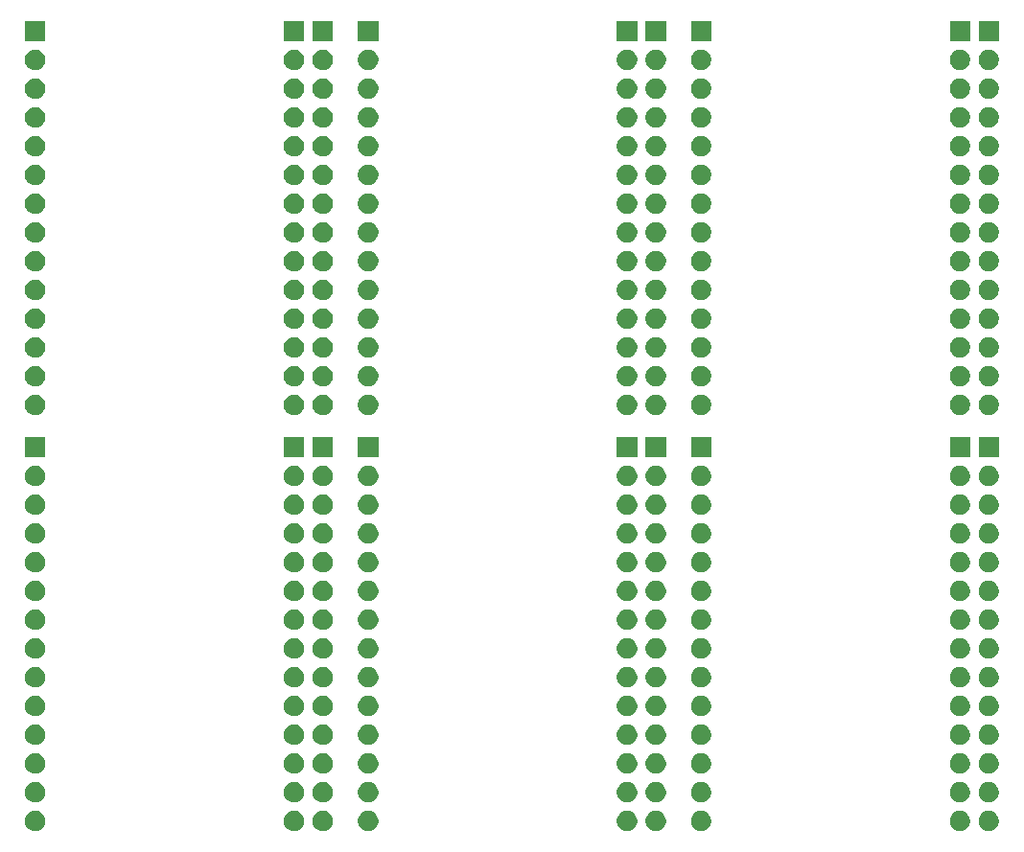
<source format=gbr>
G04 #@! TF.GenerationSoftware,KiCad,Pcbnew,5.1.5+dfsg1-2build2*
G04 #@! TF.CreationDate,2022-08-21T19:05:58-05:00*
G04 #@! TF.ProjectId,,58585858-5858-4585-9858-585858585858,rev?*
G04 #@! TF.SameCoordinates,Original*
G04 #@! TF.FileFunction,Soldermask,Bot*
G04 #@! TF.FilePolarity,Negative*
%FSLAX46Y46*%
G04 Gerber Fmt 4.6, Leading zero omitted, Abs format (unit mm)*
G04 Created by KiCad (PCBNEW 5.1.5+dfsg1-2build2) date 2022-08-21 19:05:58*
%MOMM*%
%LPD*%
G04 APERTURE LIST*
%ADD10C,0.100000*%
G04 APERTURE END LIST*
D10*
G36*
X176877312Y-116989647D02*
G01*
X177026612Y-117019344D01*
X177190584Y-117087264D01*
X177338154Y-117185867D01*
X177463653Y-117311366D01*
X177562256Y-117458936D01*
X177630176Y-117622908D01*
X177664800Y-117796979D01*
X177664800Y-117974461D01*
X177630176Y-118148532D01*
X177562256Y-118312504D01*
X177463653Y-118460074D01*
X177338154Y-118585573D01*
X177190584Y-118684176D01*
X177026612Y-118752096D01*
X176877312Y-118781793D01*
X176852542Y-118786720D01*
X176675058Y-118786720D01*
X176650288Y-118781793D01*
X176500988Y-118752096D01*
X176337016Y-118684176D01*
X176189446Y-118585573D01*
X176063947Y-118460074D01*
X175965344Y-118312504D01*
X175897424Y-118148532D01*
X175862800Y-117974461D01*
X175862800Y-117796979D01*
X175897424Y-117622908D01*
X175965344Y-117458936D01*
X176063947Y-117311366D01*
X176189446Y-117185867D01*
X176337016Y-117087264D01*
X176500988Y-117019344D01*
X176650288Y-116989647D01*
X176675058Y-116984720D01*
X176852542Y-116984720D01*
X176877312Y-116989647D01*
G37*
G36*
X147477312Y-116989647D02*
G01*
X147626612Y-117019344D01*
X147790584Y-117087264D01*
X147938154Y-117185867D01*
X148063653Y-117311366D01*
X148162256Y-117458936D01*
X148230176Y-117622908D01*
X148264800Y-117796979D01*
X148264800Y-117974461D01*
X148230176Y-118148532D01*
X148162256Y-118312504D01*
X148063653Y-118460074D01*
X147938154Y-118585573D01*
X147790584Y-118684176D01*
X147626612Y-118752096D01*
X147477312Y-118781793D01*
X147452542Y-118786720D01*
X147275058Y-118786720D01*
X147250288Y-118781793D01*
X147100988Y-118752096D01*
X146937016Y-118684176D01*
X146789446Y-118585573D01*
X146663947Y-118460074D01*
X146565344Y-118312504D01*
X146497424Y-118148532D01*
X146462800Y-117974461D01*
X146462800Y-117796979D01*
X146497424Y-117622908D01*
X146565344Y-117458936D01*
X146663947Y-117311366D01*
X146789446Y-117185867D01*
X146937016Y-117087264D01*
X147100988Y-117019344D01*
X147250288Y-116989647D01*
X147275058Y-116984720D01*
X147452542Y-116984720D01*
X147477312Y-116989647D01*
G37*
G36*
X118077312Y-116989647D02*
G01*
X118226612Y-117019344D01*
X118390584Y-117087264D01*
X118538154Y-117185867D01*
X118663653Y-117311366D01*
X118762256Y-117458936D01*
X118830176Y-117622908D01*
X118864800Y-117796979D01*
X118864800Y-117974461D01*
X118830176Y-118148532D01*
X118762256Y-118312504D01*
X118663653Y-118460074D01*
X118538154Y-118585573D01*
X118390584Y-118684176D01*
X118226612Y-118752096D01*
X118077312Y-118781793D01*
X118052542Y-118786720D01*
X117875058Y-118786720D01*
X117850288Y-118781793D01*
X117700988Y-118752096D01*
X117537016Y-118684176D01*
X117389446Y-118585573D01*
X117263947Y-118460074D01*
X117165344Y-118312504D01*
X117097424Y-118148532D01*
X117062800Y-117974461D01*
X117062800Y-117796979D01*
X117097424Y-117622908D01*
X117165344Y-117458936D01*
X117263947Y-117311366D01*
X117389446Y-117185867D01*
X117537016Y-117087264D01*
X117700988Y-117019344D01*
X117850288Y-116989647D01*
X117875058Y-116984720D01*
X118052542Y-116984720D01*
X118077312Y-116989647D01*
G37*
G36*
X151477312Y-116989647D02*
G01*
X151626612Y-117019344D01*
X151790584Y-117087264D01*
X151938154Y-117185867D01*
X152063653Y-117311366D01*
X152162256Y-117458936D01*
X152230176Y-117622908D01*
X152264800Y-117796979D01*
X152264800Y-117974461D01*
X152230176Y-118148532D01*
X152162256Y-118312504D01*
X152063653Y-118460074D01*
X151938154Y-118585573D01*
X151790584Y-118684176D01*
X151626612Y-118752096D01*
X151477312Y-118781793D01*
X151452542Y-118786720D01*
X151275058Y-118786720D01*
X151250288Y-118781793D01*
X151100988Y-118752096D01*
X150937016Y-118684176D01*
X150789446Y-118585573D01*
X150663947Y-118460074D01*
X150565344Y-118312504D01*
X150497424Y-118148532D01*
X150462800Y-117974461D01*
X150462800Y-117796979D01*
X150497424Y-117622908D01*
X150565344Y-117458936D01*
X150663947Y-117311366D01*
X150789446Y-117185867D01*
X150937016Y-117087264D01*
X151100988Y-117019344D01*
X151250288Y-116989647D01*
X151275058Y-116984720D01*
X151452542Y-116984720D01*
X151477312Y-116989647D01*
G37*
G36*
X122077312Y-116989647D02*
G01*
X122226612Y-117019344D01*
X122390584Y-117087264D01*
X122538154Y-117185867D01*
X122663653Y-117311366D01*
X122762256Y-117458936D01*
X122830176Y-117622908D01*
X122864800Y-117796979D01*
X122864800Y-117974461D01*
X122830176Y-118148532D01*
X122762256Y-118312504D01*
X122663653Y-118460074D01*
X122538154Y-118585573D01*
X122390584Y-118684176D01*
X122226612Y-118752096D01*
X122077312Y-118781793D01*
X122052542Y-118786720D01*
X121875058Y-118786720D01*
X121850288Y-118781793D01*
X121700988Y-118752096D01*
X121537016Y-118684176D01*
X121389446Y-118585573D01*
X121263947Y-118460074D01*
X121165344Y-118312504D01*
X121097424Y-118148532D01*
X121062800Y-117974461D01*
X121062800Y-117796979D01*
X121097424Y-117622908D01*
X121165344Y-117458936D01*
X121263947Y-117311366D01*
X121389446Y-117185867D01*
X121537016Y-117087264D01*
X121700988Y-117019344D01*
X121850288Y-116989647D01*
X121875058Y-116984720D01*
X122052542Y-116984720D01*
X122077312Y-116989647D01*
G37*
G36*
X92677312Y-116989647D02*
G01*
X92826612Y-117019344D01*
X92990584Y-117087264D01*
X93138154Y-117185867D01*
X93263653Y-117311366D01*
X93362256Y-117458936D01*
X93430176Y-117622908D01*
X93464800Y-117796979D01*
X93464800Y-117974461D01*
X93430176Y-118148532D01*
X93362256Y-118312504D01*
X93263653Y-118460074D01*
X93138154Y-118585573D01*
X92990584Y-118684176D01*
X92826612Y-118752096D01*
X92677312Y-118781793D01*
X92652542Y-118786720D01*
X92475058Y-118786720D01*
X92450288Y-118781793D01*
X92300988Y-118752096D01*
X92137016Y-118684176D01*
X91989446Y-118585573D01*
X91863947Y-118460074D01*
X91765344Y-118312504D01*
X91697424Y-118148532D01*
X91662800Y-117974461D01*
X91662800Y-117796979D01*
X91697424Y-117622908D01*
X91765344Y-117458936D01*
X91863947Y-117311366D01*
X91989446Y-117185867D01*
X92137016Y-117087264D01*
X92300988Y-117019344D01*
X92450288Y-116989647D01*
X92475058Y-116984720D01*
X92652542Y-116984720D01*
X92677312Y-116989647D01*
G37*
G36*
X144937312Y-116989647D02*
G01*
X145086612Y-117019344D01*
X145250584Y-117087264D01*
X145398154Y-117185867D01*
X145523653Y-117311366D01*
X145622256Y-117458936D01*
X145690176Y-117622908D01*
X145724800Y-117796979D01*
X145724800Y-117974461D01*
X145690176Y-118148532D01*
X145622256Y-118312504D01*
X145523653Y-118460074D01*
X145398154Y-118585573D01*
X145250584Y-118684176D01*
X145086612Y-118752096D01*
X144937312Y-118781793D01*
X144912542Y-118786720D01*
X144735058Y-118786720D01*
X144710288Y-118781793D01*
X144560988Y-118752096D01*
X144397016Y-118684176D01*
X144249446Y-118585573D01*
X144123947Y-118460074D01*
X144025344Y-118312504D01*
X143957424Y-118148532D01*
X143922800Y-117974461D01*
X143922800Y-117796979D01*
X143957424Y-117622908D01*
X144025344Y-117458936D01*
X144123947Y-117311366D01*
X144249446Y-117185867D01*
X144397016Y-117087264D01*
X144560988Y-117019344D01*
X144710288Y-116989647D01*
X144735058Y-116984720D01*
X144912542Y-116984720D01*
X144937312Y-116989647D01*
G37*
G36*
X115537312Y-116989647D02*
G01*
X115686612Y-117019344D01*
X115850584Y-117087264D01*
X115998154Y-117185867D01*
X116123653Y-117311366D01*
X116222256Y-117458936D01*
X116290176Y-117622908D01*
X116324800Y-117796979D01*
X116324800Y-117974461D01*
X116290176Y-118148532D01*
X116222256Y-118312504D01*
X116123653Y-118460074D01*
X115998154Y-118585573D01*
X115850584Y-118684176D01*
X115686612Y-118752096D01*
X115537312Y-118781793D01*
X115512542Y-118786720D01*
X115335058Y-118786720D01*
X115310288Y-118781793D01*
X115160988Y-118752096D01*
X114997016Y-118684176D01*
X114849446Y-118585573D01*
X114723947Y-118460074D01*
X114625344Y-118312504D01*
X114557424Y-118148532D01*
X114522800Y-117974461D01*
X114522800Y-117796979D01*
X114557424Y-117622908D01*
X114625344Y-117458936D01*
X114723947Y-117311366D01*
X114849446Y-117185867D01*
X114997016Y-117087264D01*
X115160988Y-117019344D01*
X115310288Y-116989647D01*
X115335058Y-116984720D01*
X115512542Y-116984720D01*
X115537312Y-116989647D01*
G37*
G36*
X174337312Y-116989647D02*
G01*
X174486612Y-117019344D01*
X174650584Y-117087264D01*
X174798154Y-117185867D01*
X174923653Y-117311366D01*
X175022256Y-117458936D01*
X175090176Y-117622908D01*
X175124800Y-117796979D01*
X175124800Y-117974461D01*
X175090176Y-118148532D01*
X175022256Y-118312504D01*
X174923653Y-118460074D01*
X174798154Y-118585573D01*
X174650584Y-118684176D01*
X174486612Y-118752096D01*
X174337312Y-118781793D01*
X174312542Y-118786720D01*
X174135058Y-118786720D01*
X174110288Y-118781793D01*
X173960988Y-118752096D01*
X173797016Y-118684176D01*
X173649446Y-118585573D01*
X173523947Y-118460074D01*
X173425344Y-118312504D01*
X173357424Y-118148532D01*
X173322800Y-117974461D01*
X173322800Y-117796979D01*
X173357424Y-117622908D01*
X173425344Y-117458936D01*
X173523947Y-117311366D01*
X173649446Y-117185867D01*
X173797016Y-117087264D01*
X173960988Y-117019344D01*
X174110288Y-116989647D01*
X174135058Y-116984720D01*
X174312542Y-116984720D01*
X174337312Y-116989647D01*
G37*
G36*
X118077312Y-114449647D02*
G01*
X118226612Y-114479344D01*
X118390584Y-114547264D01*
X118538154Y-114645867D01*
X118663653Y-114771366D01*
X118762256Y-114918936D01*
X118830176Y-115082908D01*
X118864800Y-115256979D01*
X118864800Y-115434461D01*
X118830176Y-115608532D01*
X118762256Y-115772504D01*
X118663653Y-115920074D01*
X118538154Y-116045573D01*
X118390584Y-116144176D01*
X118226612Y-116212096D01*
X118077312Y-116241793D01*
X118052542Y-116246720D01*
X117875058Y-116246720D01*
X117850288Y-116241793D01*
X117700988Y-116212096D01*
X117537016Y-116144176D01*
X117389446Y-116045573D01*
X117263947Y-115920074D01*
X117165344Y-115772504D01*
X117097424Y-115608532D01*
X117062800Y-115434461D01*
X117062800Y-115256979D01*
X117097424Y-115082908D01*
X117165344Y-114918936D01*
X117263947Y-114771366D01*
X117389446Y-114645867D01*
X117537016Y-114547264D01*
X117700988Y-114479344D01*
X117850288Y-114449647D01*
X117875058Y-114444720D01*
X118052542Y-114444720D01*
X118077312Y-114449647D01*
G37*
G36*
X122077312Y-114449647D02*
G01*
X122226612Y-114479344D01*
X122390584Y-114547264D01*
X122538154Y-114645867D01*
X122663653Y-114771366D01*
X122762256Y-114918936D01*
X122830176Y-115082908D01*
X122864800Y-115256979D01*
X122864800Y-115434461D01*
X122830176Y-115608532D01*
X122762256Y-115772504D01*
X122663653Y-115920074D01*
X122538154Y-116045573D01*
X122390584Y-116144176D01*
X122226612Y-116212096D01*
X122077312Y-116241793D01*
X122052542Y-116246720D01*
X121875058Y-116246720D01*
X121850288Y-116241793D01*
X121700988Y-116212096D01*
X121537016Y-116144176D01*
X121389446Y-116045573D01*
X121263947Y-115920074D01*
X121165344Y-115772504D01*
X121097424Y-115608532D01*
X121062800Y-115434461D01*
X121062800Y-115256979D01*
X121097424Y-115082908D01*
X121165344Y-114918936D01*
X121263947Y-114771366D01*
X121389446Y-114645867D01*
X121537016Y-114547264D01*
X121700988Y-114479344D01*
X121850288Y-114449647D01*
X121875058Y-114444720D01*
X122052542Y-114444720D01*
X122077312Y-114449647D01*
G37*
G36*
X92677312Y-114449647D02*
G01*
X92826612Y-114479344D01*
X92990584Y-114547264D01*
X93138154Y-114645867D01*
X93263653Y-114771366D01*
X93362256Y-114918936D01*
X93430176Y-115082908D01*
X93464800Y-115256979D01*
X93464800Y-115434461D01*
X93430176Y-115608532D01*
X93362256Y-115772504D01*
X93263653Y-115920074D01*
X93138154Y-116045573D01*
X92990584Y-116144176D01*
X92826612Y-116212096D01*
X92677312Y-116241793D01*
X92652542Y-116246720D01*
X92475058Y-116246720D01*
X92450288Y-116241793D01*
X92300988Y-116212096D01*
X92137016Y-116144176D01*
X91989446Y-116045573D01*
X91863947Y-115920074D01*
X91765344Y-115772504D01*
X91697424Y-115608532D01*
X91662800Y-115434461D01*
X91662800Y-115256979D01*
X91697424Y-115082908D01*
X91765344Y-114918936D01*
X91863947Y-114771366D01*
X91989446Y-114645867D01*
X92137016Y-114547264D01*
X92300988Y-114479344D01*
X92450288Y-114449647D01*
X92475058Y-114444720D01*
X92652542Y-114444720D01*
X92677312Y-114449647D01*
G37*
G36*
X144937312Y-114449647D02*
G01*
X145086612Y-114479344D01*
X145250584Y-114547264D01*
X145398154Y-114645867D01*
X145523653Y-114771366D01*
X145622256Y-114918936D01*
X145690176Y-115082908D01*
X145724800Y-115256979D01*
X145724800Y-115434461D01*
X145690176Y-115608532D01*
X145622256Y-115772504D01*
X145523653Y-115920074D01*
X145398154Y-116045573D01*
X145250584Y-116144176D01*
X145086612Y-116212096D01*
X144937312Y-116241793D01*
X144912542Y-116246720D01*
X144735058Y-116246720D01*
X144710288Y-116241793D01*
X144560988Y-116212096D01*
X144397016Y-116144176D01*
X144249446Y-116045573D01*
X144123947Y-115920074D01*
X144025344Y-115772504D01*
X143957424Y-115608532D01*
X143922800Y-115434461D01*
X143922800Y-115256979D01*
X143957424Y-115082908D01*
X144025344Y-114918936D01*
X144123947Y-114771366D01*
X144249446Y-114645867D01*
X144397016Y-114547264D01*
X144560988Y-114479344D01*
X144710288Y-114449647D01*
X144735058Y-114444720D01*
X144912542Y-114444720D01*
X144937312Y-114449647D01*
G37*
G36*
X115537312Y-114449647D02*
G01*
X115686612Y-114479344D01*
X115850584Y-114547264D01*
X115998154Y-114645867D01*
X116123653Y-114771366D01*
X116222256Y-114918936D01*
X116290176Y-115082908D01*
X116324800Y-115256979D01*
X116324800Y-115434461D01*
X116290176Y-115608532D01*
X116222256Y-115772504D01*
X116123653Y-115920074D01*
X115998154Y-116045573D01*
X115850584Y-116144176D01*
X115686612Y-116212096D01*
X115537312Y-116241793D01*
X115512542Y-116246720D01*
X115335058Y-116246720D01*
X115310288Y-116241793D01*
X115160988Y-116212096D01*
X114997016Y-116144176D01*
X114849446Y-116045573D01*
X114723947Y-115920074D01*
X114625344Y-115772504D01*
X114557424Y-115608532D01*
X114522800Y-115434461D01*
X114522800Y-115256979D01*
X114557424Y-115082908D01*
X114625344Y-114918936D01*
X114723947Y-114771366D01*
X114849446Y-114645867D01*
X114997016Y-114547264D01*
X115160988Y-114479344D01*
X115310288Y-114449647D01*
X115335058Y-114444720D01*
X115512542Y-114444720D01*
X115537312Y-114449647D01*
G37*
G36*
X176877312Y-114449647D02*
G01*
X177026612Y-114479344D01*
X177190584Y-114547264D01*
X177338154Y-114645867D01*
X177463653Y-114771366D01*
X177562256Y-114918936D01*
X177630176Y-115082908D01*
X177664800Y-115256979D01*
X177664800Y-115434461D01*
X177630176Y-115608532D01*
X177562256Y-115772504D01*
X177463653Y-115920074D01*
X177338154Y-116045573D01*
X177190584Y-116144176D01*
X177026612Y-116212096D01*
X176877312Y-116241793D01*
X176852542Y-116246720D01*
X176675058Y-116246720D01*
X176650288Y-116241793D01*
X176500988Y-116212096D01*
X176337016Y-116144176D01*
X176189446Y-116045573D01*
X176063947Y-115920074D01*
X175965344Y-115772504D01*
X175897424Y-115608532D01*
X175862800Y-115434461D01*
X175862800Y-115256979D01*
X175897424Y-115082908D01*
X175965344Y-114918936D01*
X176063947Y-114771366D01*
X176189446Y-114645867D01*
X176337016Y-114547264D01*
X176500988Y-114479344D01*
X176650288Y-114449647D01*
X176675058Y-114444720D01*
X176852542Y-114444720D01*
X176877312Y-114449647D01*
G37*
G36*
X174337312Y-114449647D02*
G01*
X174486612Y-114479344D01*
X174650584Y-114547264D01*
X174798154Y-114645867D01*
X174923653Y-114771366D01*
X175022256Y-114918936D01*
X175090176Y-115082908D01*
X175124800Y-115256979D01*
X175124800Y-115434461D01*
X175090176Y-115608532D01*
X175022256Y-115772504D01*
X174923653Y-115920074D01*
X174798154Y-116045573D01*
X174650584Y-116144176D01*
X174486612Y-116212096D01*
X174337312Y-116241793D01*
X174312542Y-116246720D01*
X174135058Y-116246720D01*
X174110288Y-116241793D01*
X173960988Y-116212096D01*
X173797016Y-116144176D01*
X173649446Y-116045573D01*
X173523947Y-115920074D01*
X173425344Y-115772504D01*
X173357424Y-115608532D01*
X173322800Y-115434461D01*
X173322800Y-115256979D01*
X173357424Y-115082908D01*
X173425344Y-114918936D01*
X173523947Y-114771366D01*
X173649446Y-114645867D01*
X173797016Y-114547264D01*
X173960988Y-114479344D01*
X174110288Y-114449647D01*
X174135058Y-114444720D01*
X174312542Y-114444720D01*
X174337312Y-114449647D01*
G37*
G36*
X147477312Y-114449647D02*
G01*
X147626612Y-114479344D01*
X147790584Y-114547264D01*
X147938154Y-114645867D01*
X148063653Y-114771366D01*
X148162256Y-114918936D01*
X148230176Y-115082908D01*
X148264800Y-115256979D01*
X148264800Y-115434461D01*
X148230176Y-115608532D01*
X148162256Y-115772504D01*
X148063653Y-115920074D01*
X147938154Y-116045573D01*
X147790584Y-116144176D01*
X147626612Y-116212096D01*
X147477312Y-116241793D01*
X147452542Y-116246720D01*
X147275058Y-116246720D01*
X147250288Y-116241793D01*
X147100988Y-116212096D01*
X146937016Y-116144176D01*
X146789446Y-116045573D01*
X146663947Y-115920074D01*
X146565344Y-115772504D01*
X146497424Y-115608532D01*
X146462800Y-115434461D01*
X146462800Y-115256979D01*
X146497424Y-115082908D01*
X146565344Y-114918936D01*
X146663947Y-114771366D01*
X146789446Y-114645867D01*
X146937016Y-114547264D01*
X147100988Y-114479344D01*
X147250288Y-114449647D01*
X147275058Y-114444720D01*
X147452542Y-114444720D01*
X147477312Y-114449647D01*
G37*
G36*
X151477312Y-114449647D02*
G01*
X151626612Y-114479344D01*
X151790584Y-114547264D01*
X151938154Y-114645867D01*
X152063653Y-114771366D01*
X152162256Y-114918936D01*
X152230176Y-115082908D01*
X152264800Y-115256979D01*
X152264800Y-115434461D01*
X152230176Y-115608532D01*
X152162256Y-115772504D01*
X152063653Y-115920074D01*
X151938154Y-116045573D01*
X151790584Y-116144176D01*
X151626612Y-116212096D01*
X151477312Y-116241793D01*
X151452542Y-116246720D01*
X151275058Y-116246720D01*
X151250288Y-116241793D01*
X151100988Y-116212096D01*
X150937016Y-116144176D01*
X150789446Y-116045573D01*
X150663947Y-115920074D01*
X150565344Y-115772504D01*
X150497424Y-115608532D01*
X150462800Y-115434461D01*
X150462800Y-115256979D01*
X150497424Y-115082908D01*
X150565344Y-114918936D01*
X150663947Y-114771366D01*
X150789446Y-114645867D01*
X150937016Y-114547264D01*
X151100988Y-114479344D01*
X151250288Y-114449647D01*
X151275058Y-114444720D01*
X151452542Y-114444720D01*
X151477312Y-114449647D01*
G37*
G36*
X115537312Y-111909647D02*
G01*
X115686612Y-111939344D01*
X115850584Y-112007264D01*
X115998154Y-112105867D01*
X116123653Y-112231366D01*
X116222256Y-112378936D01*
X116290176Y-112542908D01*
X116324800Y-112716979D01*
X116324800Y-112894461D01*
X116290176Y-113068532D01*
X116222256Y-113232504D01*
X116123653Y-113380074D01*
X115998154Y-113505573D01*
X115850584Y-113604176D01*
X115686612Y-113672096D01*
X115537312Y-113701793D01*
X115512542Y-113706720D01*
X115335058Y-113706720D01*
X115310288Y-113701793D01*
X115160988Y-113672096D01*
X114997016Y-113604176D01*
X114849446Y-113505573D01*
X114723947Y-113380074D01*
X114625344Y-113232504D01*
X114557424Y-113068532D01*
X114522800Y-112894461D01*
X114522800Y-112716979D01*
X114557424Y-112542908D01*
X114625344Y-112378936D01*
X114723947Y-112231366D01*
X114849446Y-112105867D01*
X114997016Y-112007264D01*
X115160988Y-111939344D01*
X115310288Y-111909647D01*
X115335058Y-111904720D01*
X115512542Y-111904720D01*
X115537312Y-111909647D01*
G37*
G36*
X151477312Y-111909647D02*
G01*
X151626612Y-111939344D01*
X151790584Y-112007264D01*
X151938154Y-112105867D01*
X152063653Y-112231366D01*
X152162256Y-112378936D01*
X152230176Y-112542908D01*
X152264800Y-112716979D01*
X152264800Y-112894461D01*
X152230176Y-113068532D01*
X152162256Y-113232504D01*
X152063653Y-113380074D01*
X151938154Y-113505573D01*
X151790584Y-113604176D01*
X151626612Y-113672096D01*
X151477312Y-113701793D01*
X151452542Y-113706720D01*
X151275058Y-113706720D01*
X151250288Y-113701793D01*
X151100988Y-113672096D01*
X150937016Y-113604176D01*
X150789446Y-113505573D01*
X150663947Y-113380074D01*
X150565344Y-113232504D01*
X150497424Y-113068532D01*
X150462800Y-112894461D01*
X150462800Y-112716979D01*
X150497424Y-112542908D01*
X150565344Y-112378936D01*
X150663947Y-112231366D01*
X150789446Y-112105867D01*
X150937016Y-112007264D01*
X151100988Y-111939344D01*
X151250288Y-111909647D01*
X151275058Y-111904720D01*
X151452542Y-111904720D01*
X151477312Y-111909647D01*
G37*
G36*
X174337312Y-111909647D02*
G01*
X174486612Y-111939344D01*
X174650584Y-112007264D01*
X174798154Y-112105867D01*
X174923653Y-112231366D01*
X175022256Y-112378936D01*
X175090176Y-112542908D01*
X175124800Y-112716979D01*
X175124800Y-112894461D01*
X175090176Y-113068532D01*
X175022256Y-113232504D01*
X174923653Y-113380074D01*
X174798154Y-113505573D01*
X174650584Y-113604176D01*
X174486612Y-113672096D01*
X174337312Y-113701793D01*
X174312542Y-113706720D01*
X174135058Y-113706720D01*
X174110288Y-113701793D01*
X173960988Y-113672096D01*
X173797016Y-113604176D01*
X173649446Y-113505573D01*
X173523947Y-113380074D01*
X173425344Y-113232504D01*
X173357424Y-113068532D01*
X173322800Y-112894461D01*
X173322800Y-112716979D01*
X173357424Y-112542908D01*
X173425344Y-112378936D01*
X173523947Y-112231366D01*
X173649446Y-112105867D01*
X173797016Y-112007264D01*
X173960988Y-111939344D01*
X174110288Y-111909647D01*
X174135058Y-111904720D01*
X174312542Y-111904720D01*
X174337312Y-111909647D01*
G37*
G36*
X144937312Y-111909647D02*
G01*
X145086612Y-111939344D01*
X145250584Y-112007264D01*
X145398154Y-112105867D01*
X145523653Y-112231366D01*
X145622256Y-112378936D01*
X145690176Y-112542908D01*
X145724800Y-112716979D01*
X145724800Y-112894461D01*
X145690176Y-113068532D01*
X145622256Y-113232504D01*
X145523653Y-113380074D01*
X145398154Y-113505573D01*
X145250584Y-113604176D01*
X145086612Y-113672096D01*
X144937312Y-113701793D01*
X144912542Y-113706720D01*
X144735058Y-113706720D01*
X144710288Y-113701793D01*
X144560988Y-113672096D01*
X144397016Y-113604176D01*
X144249446Y-113505573D01*
X144123947Y-113380074D01*
X144025344Y-113232504D01*
X143957424Y-113068532D01*
X143922800Y-112894461D01*
X143922800Y-112716979D01*
X143957424Y-112542908D01*
X144025344Y-112378936D01*
X144123947Y-112231366D01*
X144249446Y-112105867D01*
X144397016Y-112007264D01*
X144560988Y-111939344D01*
X144710288Y-111909647D01*
X144735058Y-111904720D01*
X144912542Y-111904720D01*
X144937312Y-111909647D01*
G37*
G36*
X122077312Y-111909647D02*
G01*
X122226612Y-111939344D01*
X122390584Y-112007264D01*
X122538154Y-112105867D01*
X122663653Y-112231366D01*
X122762256Y-112378936D01*
X122830176Y-112542908D01*
X122864800Y-112716979D01*
X122864800Y-112894461D01*
X122830176Y-113068532D01*
X122762256Y-113232504D01*
X122663653Y-113380074D01*
X122538154Y-113505573D01*
X122390584Y-113604176D01*
X122226612Y-113672096D01*
X122077312Y-113701793D01*
X122052542Y-113706720D01*
X121875058Y-113706720D01*
X121850288Y-113701793D01*
X121700988Y-113672096D01*
X121537016Y-113604176D01*
X121389446Y-113505573D01*
X121263947Y-113380074D01*
X121165344Y-113232504D01*
X121097424Y-113068532D01*
X121062800Y-112894461D01*
X121062800Y-112716979D01*
X121097424Y-112542908D01*
X121165344Y-112378936D01*
X121263947Y-112231366D01*
X121389446Y-112105867D01*
X121537016Y-112007264D01*
X121700988Y-111939344D01*
X121850288Y-111909647D01*
X121875058Y-111904720D01*
X122052542Y-111904720D01*
X122077312Y-111909647D01*
G37*
G36*
X92677312Y-111909647D02*
G01*
X92826612Y-111939344D01*
X92990584Y-112007264D01*
X93138154Y-112105867D01*
X93263653Y-112231366D01*
X93362256Y-112378936D01*
X93430176Y-112542908D01*
X93464800Y-112716979D01*
X93464800Y-112894461D01*
X93430176Y-113068532D01*
X93362256Y-113232504D01*
X93263653Y-113380074D01*
X93138154Y-113505573D01*
X92990584Y-113604176D01*
X92826612Y-113672096D01*
X92677312Y-113701793D01*
X92652542Y-113706720D01*
X92475058Y-113706720D01*
X92450288Y-113701793D01*
X92300988Y-113672096D01*
X92137016Y-113604176D01*
X91989446Y-113505573D01*
X91863947Y-113380074D01*
X91765344Y-113232504D01*
X91697424Y-113068532D01*
X91662800Y-112894461D01*
X91662800Y-112716979D01*
X91697424Y-112542908D01*
X91765344Y-112378936D01*
X91863947Y-112231366D01*
X91989446Y-112105867D01*
X92137016Y-112007264D01*
X92300988Y-111939344D01*
X92450288Y-111909647D01*
X92475058Y-111904720D01*
X92652542Y-111904720D01*
X92677312Y-111909647D01*
G37*
G36*
X147477312Y-111909647D02*
G01*
X147626612Y-111939344D01*
X147790584Y-112007264D01*
X147938154Y-112105867D01*
X148063653Y-112231366D01*
X148162256Y-112378936D01*
X148230176Y-112542908D01*
X148264800Y-112716979D01*
X148264800Y-112894461D01*
X148230176Y-113068532D01*
X148162256Y-113232504D01*
X148063653Y-113380074D01*
X147938154Y-113505573D01*
X147790584Y-113604176D01*
X147626612Y-113672096D01*
X147477312Y-113701793D01*
X147452542Y-113706720D01*
X147275058Y-113706720D01*
X147250288Y-113701793D01*
X147100988Y-113672096D01*
X146937016Y-113604176D01*
X146789446Y-113505573D01*
X146663947Y-113380074D01*
X146565344Y-113232504D01*
X146497424Y-113068532D01*
X146462800Y-112894461D01*
X146462800Y-112716979D01*
X146497424Y-112542908D01*
X146565344Y-112378936D01*
X146663947Y-112231366D01*
X146789446Y-112105867D01*
X146937016Y-112007264D01*
X147100988Y-111939344D01*
X147250288Y-111909647D01*
X147275058Y-111904720D01*
X147452542Y-111904720D01*
X147477312Y-111909647D01*
G37*
G36*
X176877312Y-111909647D02*
G01*
X177026612Y-111939344D01*
X177190584Y-112007264D01*
X177338154Y-112105867D01*
X177463653Y-112231366D01*
X177562256Y-112378936D01*
X177630176Y-112542908D01*
X177664800Y-112716979D01*
X177664800Y-112894461D01*
X177630176Y-113068532D01*
X177562256Y-113232504D01*
X177463653Y-113380074D01*
X177338154Y-113505573D01*
X177190584Y-113604176D01*
X177026612Y-113672096D01*
X176877312Y-113701793D01*
X176852542Y-113706720D01*
X176675058Y-113706720D01*
X176650288Y-113701793D01*
X176500988Y-113672096D01*
X176337016Y-113604176D01*
X176189446Y-113505573D01*
X176063947Y-113380074D01*
X175965344Y-113232504D01*
X175897424Y-113068532D01*
X175862800Y-112894461D01*
X175862800Y-112716979D01*
X175897424Y-112542908D01*
X175965344Y-112378936D01*
X176063947Y-112231366D01*
X176189446Y-112105867D01*
X176337016Y-112007264D01*
X176500988Y-111939344D01*
X176650288Y-111909647D01*
X176675058Y-111904720D01*
X176852542Y-111904720D01*
X176877312Y-111909647D01*
G37*
G36*
X118077312Y-111909647D02*
G01*
X118226612Y-111939344D01*
X118390584Y-112007264D01*
X118538154Y-112105867D01*
X118663653Y-112231366D01*
X118762256Y-112378936D01*
X118830176Y-112542908D01*
X118864800Y-112716979D01*
X118864800Y-112894461D01*
X118830176Y-113068532D01*
X118762256Y-113232504D01*
X118663653Y-113380074D01*
X118538154Y-113505573D01*
X118390584Y-113604176D01*
X118226612Y-113672096D01*
X118077312Y-113701793D01*
X118052542Y-113706720D01*
X117875058Y-113706720D01*
X117850288Y-113701793D01*
X117700988Y-113672096D01*
X117537016Y-113604176D01*
X117389446Y-113505573D01*
X117263947Y-113380074D01*
X117165344Y-113232504D01*
X117097424Y-113068532D01*
X117062800Y-112894461D01*
X117062800Y-112716979D01*
X117097424Y-112542908D01*
X117165344Y-112378936D01*
X117263947Y-112231366D01*
X117389446Y-112105867D01*
X117537016Y-112007264D01*
X117700988Y-111939344D01*
X117850288Y-111909647D01*
X117875058Y-111904720D01*
X118052542Y-111904720D01*
X118077312Y-111909647D01*
G37*
G36*
X118077312Y-109369647D02*
G01*
X118226612Y-109399344D01*
X118390584Y-109467264D01*
X118538154Y-109565867D01*
X118663653Y-109691366D01*
X118762256Y-109838936D01*
X118830176Y-110002908D01*
X118864800Y-110176979D01*
X118864800Y-110354461D01*
X118830176Y-110528532D01*
X118762256Y-110692504D01*
X118663653Y-110840074D01*
X118538154Y-110965573D01*
X118390584Y-111064176D01*
X118226612Y-111132096D01*
X118077312Y-111161793D01*
X118052542Y-111166720D01*
X117875058Y-111166720D01*
X117850288Y-111161793D01*
X117700988Y-111132096D01*
X117537016Y-111064176D01*
X117389446Y-110965573D01*
X117263947Y-110840074D01*
X117165344Y-110692504D01*
X117097424Y-110528532D01*
X117062800Y-110354461D01*
X117062800Y-110176979D01*
X117097424Y-110002908D01*
X117165344Y-109838936D01*
X117263947Y-109691366D01*
X117389446Y-109565867D01*
X117537016Y-109467264D01*
X117700988Y-109399344D01*
X117850288Y-109369647D01*
X117875058Y-109364720D01*
X118052542Y-109364720D01*
X118077312Y-109369647D01*
G37*
G36*
X144937312Y-109369647D02*
G01*
X145086612Y-109399344D01*
X145250584Y-109467264D01*
X145398154Y-109565867D01*
X145523653Y-109691366D01*
X145622256Y-109838936D01*
X145690176Y-110002908D01*
X145724800Y-110176979D01*
X145724800Y-110354461D01*
X145690176Y-110528532D01*
X145622256Y-110692504D01*
X145523653Y-110840074D01*
X145398154Y-110965573D01*
X145250584Y-111064176D01*
X145086612Y-111132096D01*
X144937312Y-111161793D01*
X144912542Y-111166720D01*
X144735058Y-111166720D01*
X144710288Y-111161793D01*
X144560988Y-111132096D01*
X144397016Y-111064176D01*
X144249446Y-110965573D01*
X144123947Y-110840074D01*
X144025344Y-110692504D01*
X143957424Y-110528532D01*
X143922800Y-110354461D01*
X143922800Y-110176979D01*
X143957424Y-110002908D01*
X144025344Y-109838936D01*
X144123947Y-109691366D01*
X144249446Y-109565867D01*
X144397016Y-109467264D01*
X144560988Y-109399344D01*
X144710288Y-109369647D01*
X144735058Y-109364720D01*
X144912542Y-109364720D01*
X144937312Y-109369647D01*
G37*
G36*
X115537312Y-109369647D02*
G01*
X115686612Y-109399344D01*
X115850584Y-109467264D01*
X115998154Y-109565867D01*
X116123653Y-109691366D01*
X116222256Y-109838936D01*
X116290176Y-110002908D01*
X116324800Y-110176979D01*
X116324800Y-110354461D01*
X116290176Y-110528532D01*
X116222256Y-110692504D01*
X116123653Y-110840074D01*
X115998154Y-110965573D01*
X115850584Y-111064176D01*
X115686612Y-111132096D01*
X115537312Y-111161793D01*
X115512542Y-111166720D01*
X115335058Y-111166720D01*
X115310288Y-111161793D01*
X115160988Y-111132096D01*
X114997016Y-111064176D01*
X114849446Y-110965573D01*
X114723947Y-110840074D01*
X114625344Y-110692504D01*
X114557424Y-110528532D01*
X114522800Y-110354461D01*
X114522800Y-110176979D01*
X114557424Y-110002908D01*
X114625344Y-109838936D01*
X114723947Y-109691366D01*
X114849446Y-109565867D01*
X114997016Y-109467264D01*
X115160988Y-109399344D01*
X115310288Y-109369647D01*
X115335058Y-109364720D01*
X115512542Y-109364720D01*
X115537312Y-109369647D01*
G37*
G36*
X92677312Y-109369647D02*
G01*
X92826612Y-109399344D01*
X92990584Y-109467264D01*
X93138154Y-109565867D01*
X93263653Y-109691366D01*
X93362256Y-109838936D01*
X93430176Y-110002908D01*
X93464800Y-110176979D01*
X93464800Y-110354461D01*
X93430176Y-110528532D01*
X93362256Y-110692504D01*
X93263653Y-110840074D01*
X93138154Y-110965573D01*
X92990584Y-111064176D01*
X92826612Y-111132096D01*
X92677312Y-111161793D01*
X92652542Y-111166720D01*
X92475058Y-111166720D01*
X92450288Y-111161793D01*
X92300988Y-111132096D01*
X92137016Y-111064176D01*
X91989446Y-110965573D01*
X91863947Y-110840074D01*
X91765344Y-110692504D01*
X91697424Y-110528532D01*
X91662800Y-110354461D01*
X91662800Y-110176979D01*
X91697424Y-110002908D01*
X91765344Y-109838936D01*
X91863947Y-109691366D01*
X91989446Y-109565867D01*
X92137016Y-109467264D01*
X92300988Y-109399344D01*
X92450288Y-109369647D01*
X92475058Y-109364720D01*
X92652542Y-109364720D01*
X92677312Y-109369647D01*
G37*
G36*
X151477312Y-109369647D02*
G01*
X151626612Y-109399344D01*
X151790584Y-109467264D01*
X151938154Y-109565867D01*
X152063653Y-109691366D01*
X152162256Y-109838936D01*
X152230176Y-110002908D01*
X152264800Y-110176979D01*
X152264800Y-110354461D01*
X152230176Y-110528532D01*
X152162256Y-110692504D01*
X152063653Y-110840074D01*
X151938154Y-110965573D01*
X151790584Y-111064176D01*
X151626612Y-111132096D01*
X151477312Y-111161793D01*
X151452542Y-111166720D01*
X151275058Y-111166720D01*
X151250288Y-111161793D01*
X151100988Y-111132096D01*
X150937016Y-111064176D01*
X150789446Y-110965573D01*
X150663947Y-110840074D01*
X150565344Y-110692504D01*
X150497424Y-110528532D01*
X150462800Y-110354461D01*
X150462800Y-110176979D01*
X150497424Y-110002908D01*
X150565344Y-109838936D01*
X150663947Y-109691366D01*
X150789446Y-109565867D01*
X150937016Y-109467264D01*
X151100988Y-109399344D01*
X151250288Y-109369647D01*
X151275058Y-109364720D01*
X151452542Y-109364720D01*
X151477312Y-109369647D01*
G37*
G36*
X174337312Y-109369647D02*
G01*
X174486612Y-109399344D01*
X174650584Y-109467264D01*
X174798154Y-109565867D01*
X174923653Y-109691366D01*
X175022256Y-109838936D01*
X175090176Y-110002908D01*
X175124800Y-110176979D01*
X175124800Y-110354461D01*
X175090176Y-110528532D01*
X175022256Y-110692504D01*
X174923653Y-110840074D01*
X174798154Y-110965573D01*
X174650584Y-111064176D01*
X174486612Y-111132096D01*
X174337312Y-111161793D01*
X174312542Y-111166720D01*
X174135058Y-111166720D01*
X174110288Y-111161793D01*
X173960988Y-111132096D01*
X173797016Y-111064176D01*
X173649446Y-110965573D01*
X173523947Y-110840074D01*
X173425344Y-110692504D01*
X173357424Y-110528532D01*
X173322800Y-110354461D01*
X173322800Y-110176979D01*
X173357424Y-110002908D01*
X173425344Y-109838936D01*
X173523947Y-109691366D01*
X173649446Y-109565867D01*
X173797016Y-109467264D01*
X173960988Y-109399344D01*
X174110288Y-109369647D01*
X174135058Y-109364720D01*
X174312542Y-109364720D01*
X174337312Y-109369647D01*
G37*
G36*
X122077312Y-109369647D02*
G01*
X122226612Y-109399344D01*
X122390584Y-109467264D01*
X122538154Y-109565867D01*
X122663653Y-109691366D01*
X122762256Y-109838936D01*
X122830176Y-110002908D01*
X122864800Y-110176979D01*
X122864800Y-110354461D01*
X122830176Y-110528532D01*
X122762256Y-110692504D01*
X122663653Y-110840074D01*
X122538154Y-110965573D01*
X122390584Y-111064176D01*
X122226612Y-111132096D01*
X122077312Y-111161793D01*
X122052542Y-111166720D01*
X121875058Y-111166720D01*
X121850288Y-111161793D01*
X121700988Y-111132096D01*
X121537016Y-111064176D01*
X121389446Y-110965573D01*
X121263947Y-110840074D01*
X121165344Y-110692504D01*
X121097424Y-110528532D01*
X121062800Y-110354461D01*
X121062800Y-110176979D01*
X121097424Y-110002908D01*
X121165344Y-109838936D01*
X121263947Y-109691366D01*
X121389446Y-109565867D01*
X121537016Y-109467264D01*
X121700988Y-109399344D01*
X121850288Y-109369647D01*
X121875058Y-109364720D01*
X122052542Y-109364720D01*
X122077312Y-109369647D01*
G37*
G36*
X176877312Y-109369647D02*
G01*
X177026612Y-109399344D01*
X177190584Y-109467264D01*
X177338154Y-109565867D01*
X177463653Y-109691366D01*
X177562256Y-109838936D01*
X177630176Y-110002908D01*
X177664800Y-110176979D01*
X177664800Y-110354461D01*
X177630176Y-110528532D01*
X177562256Y-110692504D01*
X177463653Y-110840074D01*
X177338154Y-110965573D01*
X177190584Y-111064176D01*
X177026612Y-111132096D01*
X176877312Y-111161793D01*
X176852542Y-111166720D01*
X176675058Y-111166720D01*
X176650288Y-111161793D01*
X176500988Y-111132096D01*
X176337016Y-111064176D01*
X176189446Y-110965573D01*
X176063947Y-110840074D01*
X175965344Y-110692504D01*
X175897424Y-110528532D01*
X175862800Y-110354461D01*
X175862800Y-110176979D01*
X175897424Y-110002908D01*
X175965344Y-109838936D01*
X176063947Y-109691366D01*
X176189446Y-109565867D01*
X176337016Y-109467264D01*
X176500988Y-109399344D01*
X176650288Y-109369647D01*
X176675058Y-109364720D01*
X176852542Y-109364720D01*
X176877312Y-109369647D01*
G37*
G36*
X147477312Y-109369647D02*
G01*
X147626612Y-109399344D01*
X147790584Y-109467264D01*
X147938154Y-109565867D01*
X148063653Y-109691366D01*
X148162256Y-109838936D01*
X148230176Y-110002908D01*
X148264800Y-110176979D01*
X148264800Y-110354461D01*
X148230176Y-110528532D01*
X148162256Y-110692504D01*
X148063653Y-110840074D01*
X147938154Y-110965573D01*
X147790584Y-111064176D01*
X147626612Y-111132096D01*
X147477312Y-111161793D01*
X147452542Y-111166720D01*
X147275058Y-111166720D01*
X147250288Y-111161793D01*
X147100988Y-111132096D01*
X146937016Y-111064176D01*
X146789446Y-110965573D01*
X146663947Y-110840074D01*
X146565344Y-110692504D01*
X146497424Y-110528532D01*
X146462800Y-110354461D01*
X146462800Y-110176979D01*
X146497424Y-110002908D01*
X146565344Y-109838936D01*
X146663947Y-109691366D01*
X146789446Y-109565867D01*
X146937016Y-109467264D01*
X147100988Y-109399344D01*
X147250288Y-109369647D01*
X147275058Y-109364720D01*
X147452542Y-109364720D01*
X147477312Y-109369647D01*
G37*
G36*
X118077312Y-106829647D02*
G01*
X118226612Y-106859344D01*
X118390584Y-106927264D01*
X118538154Y-107025867D01*
X118663653Y-107151366D01*
X118762256Y-107298936D01*
X118830176Y-107462908D01*
X118864800Y-107636979D01*
X118864800Y-107814461D01*
X118830176Y-107988532D01*
X118762256Y-108152504D01*
X118663653Y-108300074D01*
X118538154Y-108425573D01*
X118390584Y-108524176D01*
X118226612Y-108592096D01*
X118077312Y-108621793D01*
X118052542Y-108626720D01*
X117875058Y-108626720D01*
X117850288Y-108621793D01*
X117700988Y-108592096D01*
X117537016Y-108524176D01*
X117389446Y-108425573D01*
X117263947Y-108300074D01*
X117165344Y-108152504D01*
X117097424Y-107988532D01*
X117062800Y-107814461D01*
X117062800Y-107636979D01*
X117097424Y-107462908D01*
X117165344Y-107298936D01*
X117263947Y-107151366D01*
X117389446Y-107025867D01*
X117537016Y-106927264D01*
X117700988Y-106859344D01*
X117850288Y-106829647D01*
X117875058Y-106824720D01*
X118052542Y-106824720D01*
X118077312Y-106829647D01*
G37*
G36*
X144937312Y-106829647D02*
G01*
X145086612Y-106859344D01*
X145250584Y-106927264D01*
X145398154Y-107025867D01*
X145523653Y-107151366D01*
X145622256Y-107298936D01*
X145690176Y-107462908D01*
X145724800Y-107636979D01*
X145724800Y-107814461D01*
X145690176Y-107988532D01*
X145622256Y-108152504D01*
X145523653Y-108300074D01*
X145398154Y-108425573D01*
X145250584Y-108524176D01*
X145086612Y-108592096D01*
X144937312Y-108621793D01*
X144912542Y-108626720D01*
X144735058Y-108626720D01*
X144710288Y-108621793D01*
X144560988Y-108592096D01*
X144397016Y-108524176D01*
X144249446Y-108425573D01*
X144123947Y-108300074D01*
X144025344Y-108152504D01*
X143957424Y-107988532D01*
X143922800Y-107814461D01*
X143922800Y-107636979D01*
X143957424Y-107462908D01*
X144025344Y-107298936D01*
X144123947Y-107151366D01*
X144249446Y-107025867D01*
X144397016Y-106927264D01*
X144560988Y-106859344D01*
X144710288Y-106829647D01*
X144735058Y-106824720D01*
X144912542Y-106824720D01*
X144937312Y-106829647D01*
G37*
G36*
X176877312Y-106829647D02*
G01*
X177026612Y-106859344D01*
X177190584Y-106927264D01*
X177338154Y-107025867D01*
X177463653Y-107151366D01*
X177562256Y-107298936D01*
X177630176Y-107462908D01*
X177664800Y-107636979D01*
X177664800Y-107814461D01*
X177630176Y-107988532D01*
X177562256Y-108152504D01*
X177463653Y-108300074D01*
X177338154Y-108425573D01*
X177190584Y-108524176D01*
X177026612Y-108592096D01*
X176877312Y-108621793D01*
X176852542Y-108626720D01*
X176675058Y-108626720D01*
X176650288Y-108621793D01*
X176500988Y-108592096D01*
X176337016Y-108524176D01*
X176189446Y-108425573D01*
X176063947Y-108300074D01*
X175965344Y-108152504D01*
X175897424Y-107988532D01*
X175862800Y-107814461D01*
X175862800Y-107636979D01*
X175897424Y-107462908D01*
X175965344Y-107298936D01*
X176063947Y-107151366D01*
X176189446Y-107025867D01*
X176337016Y-106927264D01*
X176500988Y-106859344D01*
X176650288Y-106829647D01*
X176675058Y-106824720D01*
X176852542Y-106824720D01*
X176877312Y-106829647D01*
G37*
G36*
X174337312Y-106829647D02*
G01*
X174486612Y-106859344D01*
X174650584Y-106927264D01*
X174798154Y-107025867D01*
X174923653Y-107151366D01*
X175022256Y-107298936D01*
X175090176Y-107462908D01*
X175124800Y-107636979D01*
X175124800Y-107814461D01*
X175090176Y-107988532D01*
X175022256Y-108152504D01*
X174923653Y-108300074D01*
X174798154Y-108425573D01*
X174650584Y-108524176D01*
X174486612Y-108592096D01*
X174337312Y-108621793D01*
X174312542Y-108626720D01*
X174135058Y-108626720D01*
X174110288Y-108621793D01*
X173960988Y-108592096D01*
X173797016Y-108524176D01*
X173649446Y-108425573D01*
X173523947Y-108300074D01*
X173425344Y-108152504D01*
X173357424Y-107988532D01*
X173322800Y-107814461D01*
X173322800Y-107636979D01*
X173357424Y-107462908D01*
X173425344Y-107298936D01*
X173523947Y-107151366D01*
X173649446Y-107025867D01*
X173797016Y-106927264D01*
X173960988Y-106859344D01*
X174110288Y-106829647D01*
X174135058Y-106824720D01*
X174312542Y-106824720D01*
X174337312Y-106829647D01*
G37*
G36*
X151477312Y-106829647D02*
G01*
X151626612Y-106859344D01*
X151790584Y-106927264D01*
X151938154Y-107025867D01*
X152063653Y-107151366D01*
X152162256Y-107298936D01*
X152230176Y-107462908D01*
X152264800Y-107636979D01*
X152264800Y-107814461D01*
X152230176Y-107988532D01*
X152162256Y-108152504D01*
X152063653Y-108300074D01*
X151938154Y-108425573D01*
X151790584Y-108524176D01*
X151626612Y-108592096D01*
X151477312Y-108621793D01*
X151452542Y-108626720D01*
X151275058Y-108626720D01*
X151250288Y-108621793D01*
X151100988Y-108592096D01*
X150937016Y-108524176D01*
X150789446Y-108425573D01*
X150663947Y-108300074D01*
X150565344Y-108152504D01*
X150497424Y-107988532D01*
X150462800Y-107814461D01*
X150462800Y-107636979D01*
X150497424Y-107462908D01*
X150565344Y-107298936D01*
X150663947Y-107151366D01*
X150789446Y-107025867D01*
X150937016Y-106927264D01*
X151100988Y-106859344D01*
X151250288Y-106829647D01*
X151275058Y-106824720D01*
X151452542Y-106824720D01*
X151477312Y-106829647D01*
G37*
G36*
X122077312Y-106829647D02*
G01*
X122226612Y-106859344D01*
X122390584Y-106927264D01*
X122538154Y-107025867D01*
X122663653Y-107151366D01*
X122762256Y-107298936D01*
X122830176Y-107462908D01*
X122864800Y-107636979D01*
X122864800Y-107814461D01*
X122830176Y-107988532D01*
X122762256Y-108152504D01*
X122663653Y-108300074D01*
X122538154Y-108425573D01*
X122390584Y-108524176D01*
X122226612Y-108592096D01*
X122077312Y-108621793D01*
X122052542Y-108626720D01*
X121875058Y-108626720D01*
X121850288Y-108621793D01*
X121700988Y-108592096D01*
X121537016Y-108524176D01*
X121389446Y-108425573D01*
X121263947Y-108300074D01*
X121165344Y-108152504D01*
X121097424Y-107988532D01*
X121062800Y-107814461D01*
X121062800Y-107636979D01*
X121097424Y-107462908D01*
X121165344Y-107298936D01*
X121263947Y-107151366D01*
X121389446Y-107025867D01*
X121537016Y-106927264D01*
X121700988Y-106859344D01*
X121850288Y-106829647D01*
X121875058Y-106824720D01*
X122052542Y-106824720D01*
X122077312Y-106829647D01*
G37*
G36*
X147477312Y-106829647D02*
G01*
X147626612Y-106859344D01*
X147790584Y-106927264D01*
X147938154Y-107025867D01*
X148063653Y-107151366D01*
X148162256Y-107298936D01*
X148230176Y-107462908D01*
X148264800Y-107636979D01*
X148264800Y-107814461D01*
X148230176Y-107988532D01*
X148162256Y-108152504D01*
X148063653Y-108300074D01*
X147938154Y-108425573D01*
X147790584Y-108524176D01*
X147626612Y-108592096D01*
X147477312Y-108621793D01*
X147452542Y-108626720D01*
X147275058Y-108626720D01*
X147250288Y-108621793D01*
X147100988Y-108592096D01*
X146937016Y-108524176D01*
X146789446Y-108425573D01*
X146663947Y-108300074D01*
X146565344Y-108152504D01*
X146497424Y-107988532D01*
X146462800Y-107814461D01*
X146462800Y-107636979D01*
X146497424Y-107462908D01*
X146565344Y-107298936D01*
X146663947Y-107151366D01*
X146789446Y-107025867D01*
X146937016Y-106927264D01*
X147100988Y-106859344D01*
X147250288Y-106829647D01*
X147275058Y-106824720D01*
X147452542Y-106824720D01*
X147477312Y-106829647D01*
G37*
G36*
X92677312Y-106829647D02*
G01*
X92826612Y-106859344D01*
X92990584Y-106927264D01*
X93138154Y-107025867D01*
X93263653Y-107151366D01*
X93362256Y-107298936D01*
X93430176Y-107462908D01*
X93464800Y-107636979D01*
X93464800Y-107814461D01*
X93430176Y-107988532D01*
X93362256Y-108152504D01*
X93263653Y-108300074D01*
X93138154Y-108425573D01*
X92990584Y-108524176D01*
X92826612Y-108592096D01*
X92677312Y-108621793D01*
X92652542Y-108626720D01*
X92475058Y-108626720D01*
X92450288Y-108621793D01*
X92300988Y-108592096D01*
X92137016Y-108524176D01*
X91989446Y-108425573D01*
X91863947Y-108300074D01*
X91765344Y-108152504D01*
X91697424Y-107988532D01*
X91662800Y-107814461D01*
X91662800Y-107636979D01*
X91697424Y-107462908D01*
X91765344Y-107298936D01*
X91863947Y-107151366D01*
X91989446Y-107025867D01*
X92137016Y-106927264D01*
X92300988Y-106859344D01*
X92450288Y-106829647D01*
X92475058Y-106824720D01*
X92652542Y-106824720D01*
X92677312Y-106829647D01*
G37*
G36*
X115537312Y-106829647D02*
G01*
X115686612Y-106859344D01*
X115850584Y-106927264D01*
X115998154Y-107025867D01*
X116123653Y-107151366D01*
X116222256Y-107298936D01*
X116290176Y-107462908D01*
X116324800Y-107636979D01*
X116324800Y-107814461D01*
X116290176Y-107988532D01*
X116222256Y-108152504D01*
X116123653Y-108300074D01*
X115998154Y-108425573D01*
X115850584Y-108524176D01*
X115686612Y-108592096D01*
X115537312Y-108621793D01*
X115512542Y-108626720D01*
X115335058Y-108626720D01*
X115310288Y-108621793D01*
X115160988Y-108592096D01*
X114997016Y-108524176D01*
X114849446Y-108425573D01*
X114723947Y-108300074D01*
X114625344Y-108152504D01*
X114557424Y-107988532D01*
X114522800Y-107814461D01*
X114522800Y-107636979D01*
X114557424Y-107462908D01*
X114625344Y-107298936D01*
X114723947Y-107151366D01*
X114849446Y-107025867D01*
X114997016Y-106927264D01*
X115160988Y-106859344D01*
X115310288Y-106829647D01*
X115335058Y-106824720D01*
X115512542Y-106824720D01*
X115537312Y-106829647D01*
G37*
G36*
X144937312Y-104289647D02*
G01*
X145086612Y-104319344D01*
X145250584Y-104387264D01*
X145398154Y-104485867D01*
X145523653Y-104611366D01*
X145622256Y-104758936D01*
X145690176Y-104922908D01*
X145724800Y-105096979D01*
X145724800Y-105274461D01*
X145690176Y-105448532D01*
X145622256Y-105612504D01*
X145523653Y-105760074D01*
X145398154Y-105885573D01*
X145250584Y-105984176D01*
X145086612Y-106052096D01*
X144937312Y-106081793D01*
X144912542Y-106086720D01*
X144735058Y-106086720D01*
X144710288Y-106081793D01*
X144560988Y-106052096D01*
X144397016Y-105984176D01*
X144249446Y-105885573D01*
X144123947Y-105760074D01*
X144025344Y-105612504D01*
X143957424Y-105448532D01*
X143922800Y-105274461D01*
X143922800Y-105096979D01*
X143957424Y-104922908D01*
X144025344Y-104758936D01*
X144123947Y-104611366D01*
X144249446Y-104485867D01*
X144397016Y-104387264D01*
X144560988Y-104319344D01*
X144710288Y-104289647D01*
X144735058Y-104284720D01*
X144912542Y-104284720D01*
X144937312Y-104289647D01*
G37*
G36*
X174337312Y-104289647D02*
G01*
X174486612Y-104319344D01*
X174650584Y-104387264D01*
X174798154Y-104485867D01*
X174923653Y-104611366D01*
X175022256Y-104758936D01*
X175090176Y-104922908D01*
X175124800Y-105096979D01*
X175124800Y-105274461D01*
X175090176Y-105448532D01*
X175022256Y-105612504D01*
X174923653Y-105760074D01*
X174798154Y-105885573D01*
X174650584Y-105984176D01*
X174486612Y-106052096D01*
X174337312Y-106081793D01*
X174312542Y-106086720D01*
X174135058Y-106086720D01*
X174110288Y-106081793D01*
X173960988Y-106052096D01*
X173797016Y-105984176D01*
X173649446Y-105885573D01*
X173523947Y-105760074D01*
X173425344Y-105612504D01*
X173357424Y-105448532D01*
X173322800Y-105274461D01*
X173322800Y-105096979D01*
X173357424Y-104922908D01*
X173425344Y-104758936D01*
X173523947Y-104611366D01*
X173649446Y-104485867D01*
X173797016Y-104387264D01*
X173960988Y-104319344D01*
X174110288Y-104289647D01*
X174135058Y-104284720D01*
X174312542Y-104284720D01*
X174337312Y-104289647D01*
G37*
G36*
X176877312Y-104289647D02*
G01*
X177026612Y-104319344D01*
X177190584Y-104387264D01*
X177338154Y-104485867D01*
X177463653Y-104611366D01*
X177562256Y-104758936D01*
X177630176Y-104922908D01*
X177664800Y-105096979D01*
X177664800Y-105274461D01*
X177630176Y-105448532D01*
X177562256Y-105612504D01*
X177463653Y-105760074D01*
X177338154Y-105885573D01*
X177190584Y-105984176D01*
X177026612Y-106052096D01*
X176877312Y-106081793D01*
X176852542Y-106086720D01*
X176675058Y-106086720D01*
X176650288Y-106081793D01*
X176500988Y-106052096D01*
X176337016Y-105984176D01*
X176189446Y-105885573D01*
X176063947Y-105760074D01*
X175965344Y-105612504D01*
X175897424Y-105448532D01*
X175862800Y-105274461D01*
X175862800Y-105096979D01*
X175897424Y-104922908D01*
X175965344Y-104758936D01*
X176063947Y-104611366D01*
X176189446Y-104485867D01*
X176337016Y-104387264D01*
X176500988Y-104319344D01*
X176650288Y-104289647D01*
X176675058Y-104284720D01*
X176852542Y-104284720D01*
X176877312Y-104289647D01*
G37*
G36*
X122077312Y-104289647D02*
G01*
X122226612Y-104319344D01*
X122390584Y-104387264D01*
X122538154Y-104485867D01*
X122663653Y-104611366D01*
X122762256Y-104758936D01*
X122830176Y-104922908D01*
X122864800Y-105096979D01*
X122864800Y-105274461D01*
X122830176Y-105448532D01*
X122762256Y-105612504D01*
X122663653Y-105760074D01*
X122538154Y-105885573D01*
X122390584Y-105984176D01*
X122226612Y-106052096D01*
X122077312Y-106081793D01*
X122052542Y-106086720D01*
X121875058Y-106086720D01*
X121850288Y-106081793D01*
X121700988Y-106052096D01*
X121537016Y-105984176D01*
X121389446Y-105885573D01*
X121263947Y-105760074D01*
X121165344Y-105612504D01*
X121097424Y-105448532D01*
X121062800Y-105274461D01*
X121062800Y-105096979D01*
X121097424Y-104922908D01*
X121165344Y-104758936D01*
X121263947Y-104611366D01*
X121389446Y-104485867D01*
X121537016Y-104387264D01*
X121700988Y-104319344D01*
X121850288Y-104289647D01*
X121875058Y-104284720D01*
X122052542Y-104284720D01*
X122077312Y-104289647D01*
G37*
G36*
X118077312Y-104289647D02*
G01*
X118226612Y-104319344D01*
X118390584Y-104387264D01*
X118538154Y-104485867D01*
X118663653Y-104611366D01*
X118762256Y-104758936D01*
X118830176Y-104922908D01*
X118864800Y-105096979D01*
X118864800Y-105274461D01*
X118830176Y-105448532D01*
X118762256Y-105612504D01*
X118663653Y-105760074D01*
X118538154Y-105885573D01*
X118390584Y-105984176D01*
X118226612Y-106052096D01*
X118077312Y-106081793D01*
X118052542Y-106086720D01*
X117875058Y-106086720D01*
X117850288Y-106081793D01*
X117700988Y-106052096D01*
X117537016Y-105984176D01*
X117389446Y-105885573D01*
X117263947Y-105760074D01*
X117165344Y-105612504D01*
X117097424Y-105448532D01*
X117062800Y-105274461D01*
X117062800Y-105096979D01*
X117097424Y-104922908D01*
X117165344Y-104758936D01*
X117263947Y-104611366D01*
X117389446Y-104485867D01*
X117537016Y-104387264D01*
X117700988Y-104319344D01*
X117850288Y-104289647D01*
X117875058Y-104284720D01*
X118052542Y-104284720D01*
X118077312Y-104289647D01*
G37*
G36*
X92677312Y-104289647D02*
G01*
X92826612Y-104319344D01*
X92990584Y-104387264D01*
X93138154Y-104485867D01*
X93263653Y-104611366D01*
X93362256Y-104758936D01*
X93430176Y-104922908D01*
X93464800Y-105096979D01*
X93464800Y-105274461D01*
X93430176Y-105448532D01*
X93362256Y-105612504D01*
X93263653Y-105760074D01*
X93138154Y-105885573D01*
X92990584Y-105984176D01*
X92826612Y-106052096D01*
X92677312Y-106081793D01*
X92652542Y-106086720D01*
X92475058Y-106086720D01*
X92450288Y-106081793D01*
X92300988Y-106052096D01*
X92137016Y-105984176D01*
X91989446Y-105885573D01*
X91863947Y-105760074D01*
X91765344Y-105612504D01*
X91697424Y-105448532D01*
X91662800Y-105274461D01*
X91662800Y-105096979D01*
X91697424Y-104922908D01*
X91765344Y-104758936D01*
X91863947Y-104611366D01*
X91989446Y-104485867D01*
X92137016Y-104387264D01*
X92300988Y-104319344D01*
X92450288Y-104289647D01*
X92475058Y-104284720D01*
X92652542Y-104284720D01*
X92677312Y-104289647D01*
G37*
G36*
X115537312Y-104289647D02*
G01*
X115686612Y-104319344D01*
X115850584Y-104387264D01*
X115998154Y-104485867D01*
X116123653Y-104611366D01*
X116222256Y-104758936D01*
X116290176Y-104922908D01*
X116324800Y-105096979D01*
X116324800Y-105274461D01*
X116290176Y-105448532D01*
X116222256Y-105612504D01*
X116123653Y-105760074D01*
X115998154Y-105885573D01*
X115850584Y-105984176D01*
X115686612Y-106052096D01*
X115537312Y-106081793D01*
X115512542Y-106086720D01*
X115335058Y-106086720D01*
X115310288Y-106081793D01*
X115160988Y-106052096D01*
X114997016Y-105984176D01*
X114849446Y-105885573D01*
X114723947Y-105760074D01*
X114625344Y-105612504D01*
X114557424Y-105448532D01*
X114522800Y-105274461D01*
X114522800Y-105096979D01*
X114557424Y-104922908D01*
X114625344Y-104758936D01*
X114723947Y-104611366D01*
X114849446Y-104485867D01*
X114997016Y-104387264D01*
X115160988Y-104319344D01*
X115310288Y-104289647D01*
X115335058Y-104284720D01*
X115512542Y-104284720D01*
X115537312Y-104289647D01*
G37*
G36*
X151477312Y-104289647D02*
G01*
X151626612Y-104319344D01*
X151790584Y-104387264D01*
X151938154Y-104485867D01*
X152063653Y-104611366D01*
X152162256Y-104758936D01*
X152230176Y-104922908D01*
X152264800Y-105096979D01*
X152264800Y-105274461D01*
X152230176Y-105448532D01*
X152162256Y-105612504D01*
X152063653Y-105760074D01*
X151938154Y-105885573D01*
X151790584Y-105984176D01*
X151626612Y-106052096D01*
X151477312Y-106081793D01*
X151452542Y-106086720D01*
X151275058Y-106086720D01*
X151250288Y-106081793D01*
X151100988Y-106052096D01*
X150937016Y-105984176D01*
X150789446Y-105885573D01*
X150663947Y-105760074D01*
X150565344Y-105612504D01*
X150497424Y-105448532D01*
X150462800Y-105274461D01*
X150462800Y-105096979D01*
X150497424Y-104922908D01*
X150565344Y-104758936D01*
X150663947Y-104611366D01*
X150789446Y-104485867D01*
X150937016Y-104387264D01*
X151100988Y-104319344D01*
X151250288Y-104289647D01*
X151275058Y-104284720D01*
X151452542Y-104284720D01*
X151477312Y-104289647D01*
G37*
G36*
X147477312Y-104289647D02*
G01*
X147626612Y-104319344D01*
X147790584Y-104387264D01*
X147938154Y-104485867D01*
X148063653Y-104611366D01*
X148162256Y-104758936D01*
X148230176Y-104922908D01*
X148264800Y-105096979D01*
X148264800Y-105274461D01*
X148230176Y-105448532D01*
X148162256Y-105612504D01*
X148063653Y-105760074D01*
X147938154Y-105885573D01*
X147790584Y-105984176D01*
X147626612Y-106052096D01*
X147477312Y-106081793D01*
X147452542Y-106086720D01*
X147275058Y-106086720D01*
X147250288Y-106081793D01*
X147100988Y-106052096D01*
X146937016Y-105984176D01*
X146789446Y-105885573D01*
X146663947Y-105760074D01*
X146565344Y-105612504D01*
X146497424Y-105448532D01*
X146462800Y-105274461D01*
X146462800Y-105096979D01*
X146497424Y-104922908D01*
X146565344Y-104758936D01*
X146663947Y-104611366D01*
X146789446Y-104485867D01*
X146937016Y-104387264D01*
X147100988Y-104319344D01*
X147250288Y-104289647D01*
X147275058Y-104284720D01*
X147452542Y-104284720D01*
X147477312Y-104289647D01*
G37*
G36*
X151477312Y-101749647D02*
G01*
X151626612Y-101779344D01*
X151790584Y-101847264D01*
X151938154Y-101945867D01*
X152063653Y-102071366D01*
X152162256Y-102218936D01*
X152230176Y-102382908D01*
X152264800Y-102556979D01*
X152264800Y-102734461D01*
X152230176Y-102908532D01*
X152162256Y-103072504D01*
X152063653Y-103220074D01*
X151938154Y-103345573D01*
X151790584Y-103444176D01*
X151626612Y-103512096D01*
X151477312Y-103541793D01*
X151452542Y-103546720D01*
X151275058Y-103546720D01*
X151250288Y-103541793D01*
X151100988Y-103512096D01*
X150937016Y-103444176D01*
X150789446Y-103345573D01*
X150663947Y-103220074D01*
X150565344Y-103072504D01*
X150497424Y-102908532D01*
X150462800Y-102734461D01*
X150462800Y-102556979D01*
X150497424Y-102382908D01*
X150565344Y-102218936D01*
X150663947Y-102071366D01*
X150789446Y-101945867D01*
X150937016Y-101847264D01*
X151100988Y-101779344D01*
X151250288Y-101749647D01*
X151275058Y-101744720D01*
X151452542Y-101744720D01*
X151477312Y-101749647D01*
G37*
G36*
X122077312Y-101749647D02*
G01*
X122226612Y-101779344D01*
X122390584Y-101847264D01*
X122538154Y-101945867D01*
X122663653Y-102071366D01*
X122762256Y-102218936D01*
X122830176Y-102382908D01*
X122864800Y-102556979D01*
X122864800Y-102734461D01*
X122830176Y-102908532D01*
X122762256Y-103072504D01*
X122663653Y-103220074D01*
X122538154Y-103345573D01*
X122390584Y-103444176D01*
X122226612Y-103512096D01*
X122077312Y-103541793D01*
X122052542Y-103546720D01*
X121875058Y-103546720D01*
X121850288Y-103541793D01*
X121700988Y-103512096D01*
X121537016Y-103444176D01*
X121389446Y-103345573D01*
X121263947Y-103220074D01*
X121165344Y-103072504D01*
X121097424Y-102908532D01*
X121062800Y-102734461D01*
X121062800Y-102556979D01*
X121097424Y-102382908D01*
X121165344Y-102218936D01*
X121263947Y-102071366D01*
X121389446Y-101945867D01*
X121537016Y-101847264D01*
X121700988Y-101779344D01*
X121850288Y-101749647D01*
X121875058Y-101744720D01*
X122052542Y-101744720D01*
X122077312Y-101749647D01*
G37*
G36*
X147477312Y-101749647D02*
G01*
X147626612Y-101779344D01*
X147790584Y-101847264D01*
X147938154Y-101945867D01*
X148063653Y-102071366D01*
X148162256Y-102218936D01*
X148230176Y-102382908D01*
X148264800Y-102556979D01*
X148264800Y-102734461D01*
X148230176Y-102908532D01*
X148162256Y-103072504D01*
X148063653Y-103220074D01*
X147938154Y-103345573D01*
X147790584Y-103444176D01*
X147626612Y-103512096D01*
X147477312Y-103541793D01*
X147452542Y-103546720D01*
X147275058Y-103546720D01*
X147250288Y-103541793D01*
X147100988Y-103512096D01*
X146937016Y-103444176D01*
X146789446Y-103345573D01*
X146663947Y-103220074D01*
X146565344Y-103072504D01*
X146497424Y-102908532D01*
X146462800Y-102734461D01*
X146462800Y-102556979D01*
X146497424Y-102382908D01*
X146565344Y-102218936D01*
X146663947Y-102071366D01*
X146789446Y-101945867D01*
X146937016Y-101847264D01*
X147100988Y-101779344D01*
X147250288Y-101749647D01*
X147275058Y-101744720D01*
X147452542Y-101744720D01*
X147477312Y-101749647D01*
G37*
G36*
X118077312Y-101749647D02*
G01*
X118226612Y-101779344D01*
X118390584Y-101847264D01*
X118538154Y-101945867D01*
X118663653Y-102071366D01*
X118762256Y-102218936D01*
X118830176Y-102382908D01*
X118864800Y-102556979D01*
X118864800Y-102734461D01*
X118830176Y-102908532D01*
X118762256Y-103072504D01*
X118663653Y-103220074D01*
X118538154Y-103345573D01*
X118390584Y-103444176D01*
X118226612Y-103512096D01*
X118077312Y-103541793D01*
X118052542Y-103546720D01*
X117875058Y-103546720D01*
X117850288Y-103541793D01*
X117700988Y-103512096D01*
X117537016Y-103444176D01*
X117389446Y-103345573D01*
X117263947Y-103220074D01*
X117165344Y-103072504D01*
X117097424Y-102908532D01*
X117062800Y-102734461D01*
X117062800Y-102556979D01*
X117097424Y-102382908D01*
X117165344Y-102218936D01*
X117263947Y-102071366D01*
X117389446Y-101945867D01*
X117537016Y-101847264D01*
X117700988Y-101779344D01*
X117850288Y-101749647D01*
X117875058Y-101744720D01*
X118052542Y-101744720D01*
X118077312Y-101749647D01*
G37*
G36*
X92677312Y-101749647D02*
G01*
X92826612Y-101779344D01*
X92990584Y-101847264D01*
X93138154Y-101945867D01*
X93263653Y-102071366D01*
X93362256Y-102218936D01*
X93430176Y-102382908D01*
X93464800Y-102556979D01*
X93464800Y-102734461D01*
X93430176Y-102908532D01*
X93362256Y-103072504D01*
X93263653Y-103220074D01*
X93138154Y-103345573D01*
X92990584Y-103444176D01*
X92826612Y-103512096D01*
X92677312Y-103541793D01*
X92652542Y-103546720D01*
X92475058Y-103546720D01*
X92450288Y-103541793D01*
X92300988Y-103512096D01*
X92137016Y-103444176D01*
X91989446Y-103345573D01*
X91863947Y-103220074D01*
X91765344Y-103072504D01*
X91697424Y-102908532D01*
X91662800Y-102734461D01*
X91662800Y-102556979D01*
X91697424Y-102382908D01*
X91765344Y-102218936D01*
X91863947Y-102071366D01*
X91989446Y-101945867D01*
X92137016Y-101847264D01*
X92300988Y-101779344D01*
X92450288Y-101749647D01*
X92475058Y-101744720D01*
X92652542Y-101744720D01*
X92677312Y-101749647D01*
G37*
G36*
X115537312Y-101749647D02*
G01*
X115686612Y-101779344D01*
X115850584Y-101847264D01*
X115998154Y-101945867D01*
X116123653Y-102071366D01*
X116222256Y-102218936D01*
X116290176Y-102382908D01*
X116324800Y-102556979D01*
X116324800Y-102734461D01*
X116290176Y-102908532D01*
X116222256Y-103072504D01*
X116123653Y-103220074D01*
X115998154Y-103345573D01*
X115850584Y-103444176D01*
X115686612Y-103512096D01*
X115537312Y-103541793D01*
X115512542Y-103546720D01*
X115335058Y-103546720D01*
X115310288Y-103541793D01*
X115160988Y-103512096D01*
X114997016Y-103444176D01*
X114849446Y-103345573D01*
X114723947Y-103220074D01*
X114625344Y-103072504D01*
X114557424Y-102908532D01*
X114522800Y-102734461D01*
X114522800Y-102556979D01*
X114557424Y-102382908D01*
X114625344Y-102218936D01*
X114723947Y-102071366D01*
X114849446Y-101945867D01*
X114997016Y-101847264D01*
X115160988Y-101779344D01*
X115310288Y-101749647D01*
X115335058Y-101744720D01*
X115512542Y-101744720D01*
X115537312Y-101749647D01*
G37*
G36*
X174337312Y-101749647D02*
G01*
X174486612Y-101779344D01*
X174650584Y-101847264D01*
X174798154Y-101945867D01*
X174923653Y-102071366D01*
X175022256Y-102218936D01*
X175090176Y-102382908D01*
X175124800Y-102556979D01*
X175124800Y-102734461D01*
X175090176Y-102908532D01*
X175022256Y-103072504D01*
X174923653Y-103220074D01*
X174798154Y-103345573D01*
X174650584Y-103444176D01*
X174486612Y-103512096D01*
X174337312Y-103541793D01*
X174312542Y-103546720D01*
X174135058Y-103546720D01*
X174110288Y-103541793D01*
X173960988Y-103512096D01*
X173797016Y-103444176D01*
X173649446Y-103345573D01*
X173523947Y-103220074D01*
X173425344Y-103072504D01*
X173357424Y-102908532D01*
X173322800Y-102734461D01*
X173322800Y-102556979D01*
X173357424Y-102382908D01*
X173425344Y-102218936D01*
X173523947Y-102071366D01*
X173649446Y-101945867D01*
X173797016Y-101847264D01*
X173960988Y-101779344D01*
X174110288Y-101749647D01*
X174135058Y-101744720D01*
X174312542Y-101744720D01*
X174337312Y-101749647D01*
G37*
G36*
X144937312Y-101749647D02*
G01*
X145086612Y-101779344D01*
X145250584Y-101847264D01*
X145398154Y-101945867D01*
X145523653Y-102071366D01*
X145622256Y-102218936D01*
X145690176Y-102382908D01*
X145724800Y-102556979D01*
X145724800Y-102734461D01*
X145690176Y-102908532D01*
X145622256Y-103072504D01*
X145523653Y-103220074D01*
X145398154Y-103345573D01*
X145250584Y-103444176D01*
X145086612Y-103512096D01*
X144937312Y-103541793D01*
X144912542Y-103546720D01*
X144735058Y-103546720D01*
X144710288Y-103541793D01*
X144560988Y-103512096D01*
X144397016Y-103444176D01*
X144249446Y-103345573D01*
X144123947Y-103220074D01*
X144025344Y-103072504D01*
X143957424Y-102908532D01*
X143922800Y-102734461D01*
X143922800Y-102556979D01*
X143957424Y-102382908D01*
X144025344Y-102218936D01*
X144123947Y-102071366D01*
X144249446Y-101945867D01*
X144397016Y-101847264D01*
X144560988Y-101779344D01*
X144710288Y-101749647D01*
X144735058Y-101744720D01*
X144912542Y-101744720D01*
X144937312Y-101749647D01*
G37*
G36*
X176877312Y-101749647D02*
G01*
X177026612Y-101779344D01*
X177190584Y-101847264D01*
X177338154Y-101945867D01*
X177463653Y-102071366D01*
X177562256Y-102218936D01*
X177630176Y-102382908D01*
X177664800Y-102556979D01*
X177664800Y-102734461D01*
X177630176Y-102908532D01*
X177562256Y-103072504D01*
X177463653Y-103220074D01*
X177338154Y-103345573D01*
X177190584Y-103444176D01*
X177026612Y-103512096D01*
X176877312Y-103541793D01*
X176852542Y-103546720D01*
X176675058Y-103546720D01*
X176650288Y-103541793D01*
X176500988Y-103512096D01*
X176337016Y-103444176D01*
X176189446Y-103345573D01*
X176063947Y-103220074D01*
X175965344Y-103072504D01*
X175897424Y-102908532D01*
X175862800Y-102734461D01*
X175862800Y-102556979D01*
X175897424Y-102382908D01*
X175965344Y-102218936D01*
X176063947Y-102071366D01*
X176189446Y-101945867D01*
X176337016Y-101847264D01*
X176500988Y-101779344D01*
X176650288Y-101749647D01*
X176675058Y-101744720D01*
X176852542Y-101744720D01*
X176877312Y-101749647D01*
G37*
G36*
X174337312Y-99209647D02*
G01*
X174486612Y-99239344D01*
X174650584Y-99307264D01*
X174798154Y-99405867D01*
X174923653Y-99531366D01*
X175022256Y-99678936D01*
X175090176Y-99842908D01*
X175124800Y-100016979D01*
X175124800Y-100194461D01*
X175090176Y-100368532D01*
X175022256Y-100532504D01*
X174923653Y-100680074D01*
X174798154Y-100805573D01*
X174650584Y-100904176D01*
X174486612Y-100972096D01*
X174337312Y-101001793D01*
X174312542Y-101006720D01*
X174135058Y-101006720D01*
X174110288Y-101001793D01*
X173960988Y-100972096D01*
X173797016Y-100904176D01*
X173649446Y-100805573D01*
X173523947Y-100680074D01*
X173425344Y-100532504D01*
X173357424Y-100368532D01*
X173322800Y-100194461D01*
X173322800Y-100016979D01*
X173357424Y-99842908D01*
X173425344Y-99678936D01*
X173523947Y-99531366D01*
X173649446Y-99405867D01*
X173797016Y-99307264D01*
X173960988Y-99239344D01*
X174110288Y-99209647D01*
X174135058Y-99204720D01*
X174312542Y-99204720D01*
X174337312Y-99209647D01*
G37*
G36*
X147477312Y-99209647D02*
G01*
X147626612Y-99239344D01*
X147790584Y-99307264D01*
X147938154Y-99405867D01*
X148063653Y-99531366D01*
X148162256Y-99678936D01*
X148230176Y-99842908D01*
X148264800Y-100016979D01*
X148264800Y-100194461D01*
X148230176Y-100368532D01*
X148162256Y-100532504D01*
X148063653Y-100680074D01*
X147938154Y-100805573D01*
X147790584Y-100904176D01*
X147626612Y-100972096D01*
X147477312Y-101001793D01*
X147452542Y-101006720D01*
X147275058Y-101006720D01*
X147250288Y-101001793D01*
X147100988Y-100972096D01*
X146937016Y-100904176D01*
X146789446Y-100805573D01*
X146663947Y-100680074D01*
X146565344Y-100532504D01*
X146497424Y-100368532D01*
X146462800Y-100194461D01*
X146462800Y-100016979D01*
X146497424Y-99842908D01*
X146565344Y-99678936D01*
X146663947Y-99531366D01*
X146789446Y-99405867D01*
X146937016Y-99307264D01*
X147100988Y-99239344D01*
X147250288Y-99209647D01*
X147275058Y-99204720D01*
X147452542Y-99204720D01*
X147477312Y-99209647D01*
G37*
G36*
X118077312Y-99209647D02*
G01*
X118226612Y-99239344D01*
X118390584Y-99307264D01*
X118538154Y-99405867D01*
X118663653Y-99531366D01*
X118762256Y-99678936D01*
X118830176Y-99842908D01*
X118864800Y-100016979D01*
X118864800Y-100194461D01*
X118830176Y-100368532D01*
X118762256Y-100532504D01*
X118663653Y-100680074D01*
X118538154Y-100805573D01*
X118390584Y-100904176D01*
X118226612Y-100972096D01*
X118077312Y-101001793D01*
X118052542Y-101006720D01*
X117875058Y-101006720D01*
X117850288Y-101001793D01*
X117700988Y-100972096D01*
X117537016Y-100904176D01*
X117389446Y-100805573D01*
X117263947Y-100680074D01*
X117165344Y-100532504D01*
X117097424Y-100368532D01*
X117062800Y-100194461D01*
X117062800Y-100016979D01*
X117097424Y-99842908D01*
X117165344Y-99678936D01*
X117263947Y-99531366D01*
X117389446Y-99405867D01*
X117537016Y-99307264D01*
X117700988Y-99239344D01*
X117850288Y-99209647D01*
X117875058Y-99204720D01*
X118052542Y-99204720D01*
X118077312Y-99209647D01*
G37*
G36*
X144937312Y-99209647D02*
G01*
X145086612Y-99239344D01*
X145250584Y-99307264D01*
X145398154Y-99405867D01*
X145523653Y-99531366D01*
X145622256Y-99678936D01*
X145690176Y-99842908D01*
X145724800Y-100016979D01*
X145724800Y-100194461D01*
X145690176Y-100368532D01*
X145622256Y-100532504D01*
X145523653Y-100680074D01*
X145398154Y-100805573D01*
X145250584Y-100904176D01*
X145086612Y-100972096D01*
X144937312Y-101001793D01*
X144912542Y-101006720D01*
X144735058Y-101006720D01*
X144710288Y-101001793D01*
X144560988Y-100972096D01*
X144397016Y-100904176D01*
X144249446Y-100805573D01*
X144123947Y-100680074D01*
X144025344Y-100532504D01*
X143957424Y-100368532D01*
X143922800Y-100194461D01*
X143922800Y-100016979D01*
X143957424Y-99842908D01*
X144025344Y-99678936D01*
X144123947Y-99531366D01*
X144249446Y-99405867D01*
X144397016Y-99307264D01*
X144560988Y-99239344D01*
X144710288Y-99209647D01*
X144735058Y-99204720D01*
X144912542Y-99204720D01*
X144937312Y-99209647D01*
G37*
G36*
X176877312Y-99209647D02*
G01*
X177026612Y-99239344D01*
X177190584Y-99307264D01*
X177338154Y-99405867D01*
X177463653Y-99531366D01*
X177562256Y-99678936D01*
X177630176Y-99842908D01*
X177664800Y-100016979D01*
X177664800Y-100194461D01*
X177630176Y-100368532D01*
X177562256Y-100532504D01*
X177463653Y-100680074D01*
X177338154Y-100805573D01*
X177190584Y-100904176D01*
X177026612Y-100972096D01*
X176877312Y-101001793D01*
X176852542Y-101006720D01*
X176675058Y-101006720D01*
X176650288Y-101001793D01*
X176500988Y-100972096D01*
X176337016Y-100904176D01*
X176189446Y-100805573D01*
X176063947Y-100680074D01*
X175965344Y-100532504D01*
X175897424Y-100368532D01*
X175862800Y-100194461D01*
X175862800Y-100016979D01*
X175897424Y-99842908D01*
X175965344Y-99678936D01*
X176063947Y-99531366D01*
X176189446Y-99405867D01*
X176337016Y-99307264D01*
X176500988Y-99239344D01*
X176650288Y-99209647D01*
X176675058Y-99204720D01*
X176852542Y-99204720D01*
X176877312Y-99209647D01*
G37*
G36*
X122077312Y-99209647D02*
G01*
X122226612Y-99239344D01*
X122390584Y-99307264D01*
X122538154Y-99405867D01*
X122663653Y-99531366D01*
X122762256Y-99678936D01*
X122830176Y-99842908D01*
X122864800Y-100016979D01*
X122864800Y-100194461D01*
X122830176Y-100368532D01*
X122762256Y-100532504D01*
X122663653Y-100680074D01*
X122538154Y-100805573D01*
X122390584Y-100904176D01*
X122226612Y-100972096D01*
X122077312Y-101001793D01*
X122052542Y-101006720D01*
X121875058Y-101006720D01*
X121850288Y-101001793D01*
X121700988Y-100972096D01*
X121537016Y-100904176D01*
X121389446Y-100805573D01*
X121263947Y-100680074D01*
X121165344Y-100532504D01*
X121097424Y-100368532D01*
X121062800Y-100194461D01*
X121062800Y-100016979D01*
X121097424Y-99842908D01*
X121165344Y-99678936D01*
X121263947Y-99531366D01*
X121389446Y-99405867D01*
X121537016Y-99307264D01*
X121700988Y-99239344D01*
X121850288Y-99209647D01*
X121875058Y-99204720D01*
X122052542Y-99204720D01*
X122077312Y-99209647D01*
G37*
G36*
X151477312Y-99209647D02*
G01*
X151626612Y-99239344D01*
X151790584Y-99307264D01*
X151938154Y-99405867D01*
X152063653Y-99531366D01*
X152162256Y-99678936D01*
X152230176Y-99842908D01*
X152264800Y-100016979D01*
X152264800Y-100194461D01*
X152230176Y-100368532D01*
X152162256Y-100532504D01*
X152063653Y-100680074D01*
X151938154Y-100805573D01*
X151790584Y-100904176D01*
X151626612Y-100972096D01*
X151477312Y-101001793D01*
X151452542Y-101006720D01*
X151275058Y-101006720D01*
X151250288Y-101001793D01*
X151100988Y-100972096D01*
X150937016Y-100904176D01*
X150789446Y-100805573D01*
X150663947Y-100680074D01*
X150565344Y-100532504D01*
X150497424Y-100368532D01*
X150462800Y-100194461D01*
X150462800Y-100016979D01*
X150497424Y-99842908D01*
X150565344Y-99678936D01*
X150663947Y-99531366D01*
X150789446Y-99405867D01*
X150937016Y-99307264D01*
X151100988Y-99239344D01*
X151250288Y-99209647D01*
X151275058Y-99204720D01*
X151452542Y-99204720D01*
X151477312Y-99209647D01*
G37*
G36*
X92677312Y-99209647D02*
G01*
X92826612Y-99239344D01*
X92990584Y-99307264D01*
X93138154Y-99405867D01*
X93263653Y-99531366D01*
X93362256Y-99678936D01*
X93430176Y-99842908D01*
X93464800Y-100016979D01*
X93464800Y-100194461D01*
X93430176Y-100368532D01*
X93362256Y-100532504D01*
X93263653Y-100680074D01*
X93138154Y-100805573D01*
X92990584Y-100904176D01*
X92826612Y-100972096D01*
X92677312Y-101001793D01*
X92652542Y-101006720D01*
X92475058Y-101006720D01*
X92450288Y-101001793D01*
X92300988Y-100972096D01*
X92137016Y-100904176D01*
X91989446Y-100805573D01*
X91863947Y-100680074D01*
X91765344Y-100532504D01*
X91697424Y-100368532D01*
X91662800Y-100194461D01*
X91662800Y-100016979D01*
X91697424Y-99842908D01*
X91765344Y-99678936D01*
X91863947Y-99531366D01*
X91989446Y-99405867D01*
X92137016Y-99307264D01*
X92300988Y-99239344D01*
X92450288Y-99209647D01*
X92475058Y-99204720D01*
X92652542Y-99204720D01*
X92677312Y-99209647D01*
G37*
G36*
X115537312Y-99209647D02*
G01*
X115686612Y-99239344D01*
X115850584Y-99307264D01*
X115998154Y-99405867D01*
X116123653Y-99531366D01*
X116222256Y-99678936D01*
X116290176Y-99842908D01*
X116324800Y-100016979D01*
X116324800Y-100194461D01*
X116290176Y-100368532D01*
X116222256Y-100532504D01*
X116123653Y-100680074D01*
X115998154Y-100805573D01*
X115850584Y-100904176D01*
X115686612Y-100972096D01*
X115537312Y-101001793D01*
X115512542Y-101006720D01*
X115335058Y-101006720D01*
X115310288Y-101001793D01*
X115160988Y-100972096D01*
X114997016Y-100904176D01*
X114849446Y-100805573D01*
X114723947Y-100680074D01*
X114625344Y-100532504D01*
X114557424Y-100368532D01*
X114522800Y-100194461D01*
X114522800Y-100016979D01*
X114557424Y-99842908D01*
X114625344Y-99678936D01*
X114723947Y-99531366D01*
X114849446Y-99405867D01*
X114997016Y-99307264D01*
X115160988Y-99239344D01*
X115310288Y-99209647D01*
X115335058Y-99204720D01*
X115512542Y-99204720D01*
X115537312Y-99209647D01*
G37*
G36*
X147477312Y-96669647D02*
G01*
X147626612Y-96699344D01*
X147790584Y-96767264D01*
X147938154Y-96865867D01*
X148063653Y-96991366D01*
X148162256Y-97138936D01*
X148230176Y-97302908D01*
X148264800Y-97476979D01*
X148264800Y-97654461D01*
X148230176Y-97828532D01*
X148162256Y-97992504D01*
X148063653Y-98140074D01*
X147938154Y-98265573D01*
X147790584Y-98364176D01*
X147626612Y-98432096D01*
X147477312Y-98461793D01*
X147452542Y-98466720D01*
X147275058Y-98466720D01*
X147250288Y-98461793D01*
X147100988Y-98432096D01*
X146937016Y-98364176D01*
X146789446Y-98265573D01*
X146663947Y-98140074D01*
X146565344Y-97992504D01*
X146497424Y-97828532D01*
X146462800Y-97654461D01*
X146462800Y-97476979D01*
X146497424Y-97302908D01*
X146565344Y-97138936D01*
X146663947Y-96991366D01*
X146789446Y-96865867D01*
X146937016Y-96767264D01*
X147100988Y-96699344D01*
X147250288Y-96669647D01*
X147275058Y-96664720D01*
X147452542Y-96664720D01*
X147477312Y-96669647D01*
G37*
G36*
X92677312Y-96669647D02*
G01*
X92826612Y-96699344D01*
X92990584Y-96767264D01*
X93138154Y-96865867D01*
X93263653Y-96991366D01*
X93362256Y-97138936D01*
X93430176Y-97302908D01*
X93464800Y-97476979D01*
X93464800Y-97654461D01*
X93430176Y-97828532D01*
X93362256Y-97992504D01*
X93263653Y-98140074D01*
X93138154Y-98265573D01*
X92990584Y-98364176D01*
X92826612Y-98432096D01*
X92677312Y-98461793D01*
X92652542Y-98466720D01*
X92475058Y-98466720D01*
X92450288Y-98461793D01*
X92300988Y-98432096D01*
X92137016Y-98364176D01*
X91989446Y-98265573D01*
X91863947Y-98140074D01*
X91765344Y-97992504D01*
X91697424Y-97828532D01*
X91662800Y-97654461D01*
X91662800Y-97476979D01*
X91697424Y-97302908D01*
X91765344Y-97138936D01*
X91863947Y-96991366D01*
X91989446Y-96865867D01*
X92137016Y-96767264D01*
X92300988Y-96699344D01*
X92450288Y-96669647D01*
X92475058Y-96664720D01*
X92652542Y-96664720D01*
X92677312Y-96669647D01*
G37*
G36*
X122077312Y-96669647D02*
G01*
X122226612Y-96699344D01*
X122390584Y-96767264D01*
X122538154Y-96865867D01*
X122663653Y-96991366D01*
X122762256Y-97138936D01*
X122830176Y-97302908D01*
X122864800Y-97476979D01*
X122864800Y-97654461D01*
X122830176Y-97828532D01*
X122762256Y-97992504D01*
X122663653Y-98140074D01*
X122538154Y-98265573D01*
X122390584Y-98364176D01*
X122226612Y-98432096D01*
X122077312Y-98461793D01*
X122052542Y-98466720D01*
X121875058Y-98466720D01*
X121850288Y-98461793D01*
X121700988Y-98432096D01*
X121537016Y-98364176D01*
X121389446Y-98265573D01*
X121263947Y-98140074D01*
X121165344Y-97992504D01*
X121097424Y-97828532D01*
X121062800Y-97654461D01*
X121062800Y-97476979D01*
X121097424Y-97302908D01*
X121165344Y-97138936D01*
X121263947Y-96991366D01*
X121389446Y-96865867D01*
X121537016Y-96767264D01*
X121700988Y-96699344D01*
X121850288Y-96669647D01*
X121875058Y-96664720D01*
X122052542Y-96664720D01*
X122077312Y-96669647D01*
G37*
G36*
X115537312Y-96669647D02*
G01*
X115686612Y-96699344D01*
X115850584Y-96767264D01*
X115998154Y-96865867D01*
X116123653Y-96991366D01*
X116222256Y-97138936D01*
X116290176Y-97302908D01*
X116324800Y-97476979D01*
X116324800Y-97654461D01*
X116290176Y-97828532D01*
X116222256Y-97992504D01*
X116123653Y-98140074D01*
X115998154Y-98265573D01*
X115850584Y-98364176D01*
X115686612Y-98432096D01*
X115537312Y-98461793D01*
X115512542Y-98466720D01*
X115335058Y-98466720D01*
X115310288Y-98461793D01*
X115160988Y-98432096D01*
X114997016Y-98364176D01*
X114849446Y-98265573D01*
X114723947Y-98140074D01*
X114625344Y-97992504D01*
X114557424Y-97828532D01*
X114522800Y-97654461D01*
X114522800Y-97476979D01*
X114557424Y-97302908D01*
X114625344Y-97138936D01*
X114723947Y-96991366D01*
X114849446Y-96865867D01*
X114997016Y-96767264D01*
X115160988Y-96699344D01*
X115310288Y-96669647D01*
X115335058Y-96664720D01*
X115512542Y-96664720D01*
X115537312Y-96669647D01*
G37*
G36*
X144937312Y-96669647D02*
G01*
X145086612Y-96699344D01*
X145250584Y-96767264D01*
X145398154Y-96865867D01*
X145523653Y-96991366D01*
X145622256Y-97138936D01*
X145690176Y-97302908D01*
X145724800Y-97476979D01*
X145724800Y-97654461D01*
X145690176Y-97828532D01*
X145622256Y-97992504D01*
X145523653Y-98140074D01*
X145398154Y-98265573D01*
X145250584Y-98364176D01*
X145086612Y-98432096D01*
X144937312Y-98461793D01*
X144912542Y-98466720D01*
X144735058Y-98466720D01*
X144710288Y-98461793D01*
X144560988Y-98432096D01*
X144397016Y-98364176D01*
X144249446Y-98265573D01*
X144123947Y-98140074D01*
X144025344Y-97992504D01*
X143957424Y-97828532D01*
X143922800Y-97654461D01*
X143922800Y-97476979D01*
X143957424Y-97302908D01*
X144025344Y-97138936D01*
X144123947Y-96991366D01*
X144249446Y-96865867D01*
X144397016Y-96767264D01*
X144560988Y-96699344D01*
X144710288Y-96669647D01*
X144735058Y-96664720D01*
X144912542Y-96664720D01*
X144937312Y-96669647D01*
G37*
G36*
X118077312Y-96669647D02*
G01*
X118226612Y-96699344D01*
X118390584Y-96767264D01*
X118538154Y-96865867D01*
X118663653Y-96991366D01*
X118762256Y-97138936D01*
X118830176Y-97302908D01*
X118864800Y-97476979D01*
X118864800Y-97654461D01*
X118830176Y-97828532D01*
X118762256Y-97992504D01*
X118663653Y-98140074D01*
X118538154Y-98265573D01*
X118390584Y-98364176D01*
X118226612Y-98432096D01*
X118077312Y-98461793D01*
X118052542Y-98466720D01*
X117875058Y-98466720D01*
X117850288Y-98461793D01*
X117700988Y-98432096D01*
X117537016Y-98364176D01*
X117389446Y-98265573D01*
X117263947Y-98140074D01*
X117165344Y-97992504D01*
X117097424Y-97828532D01*
X117062800Y-97654461D01*
X117062800Y-97476979D01*
X117097424Y-97302908D01*
X117165344Y-97138936D01*
X117263947Y-96991366D01*
X117389446Y-96865867D01*
X117537016Y-96767264D01*
X117700988Y-96699344D01*
X117850288Y-96669647D01*
X117875058Y-96664720D01*
X118052542Y-96664720D01*
X118077312Y-96669647D01*
G37*
G36*
X151477312Y-96669647D02*
G01*
X151626612Y-96699344D01*
X151790584Y-96767264D01*
X151938154Y-96865867D01*
X152063653Y-96991366D01*
X152162256Y-97138936D01*
X152230176Y-97302908D01*
X152264800Y-97476979D01*
X152264800Y-97654461D01*
X152230176Y-97828532D01*
X152162256Y-97992504D01*
X152063653Y-98140074D01*
X151938154Y-98265573D01*
X151790584Y-98364176D01*
X151626612Y-98432096D01*
X151477312Y-98461793D01*
X151452542Y-98466720D01*
X151275058Y-98466720D01*
X151250288Y-98461793D01*
X151100988Y-98432096D01*
X150937016Y-98364176D01*
X150789446Y-98265573D01*
X150663947Y-98140074D01*
X150565344Y-97992504D01*
X150497424Y-97828532D01*
X150462800Y-97654461D01*
X150462800Y-97476979D01*
X150497424Y-97302908D01*
X150565344Y-97138936D01*
X150663947Y-96991366D01*
X150789446Y-96865867D01*
X150937016Y-96767264D01*
X151100988Y-96699344D01*
X151250288Y-96669647D01*
X151275058Y-96664720D01*
X151452542Y-96664720D01*
X151477312Y-96669647D01*
G37*
G36*
X176877312Y-96669647D02*
G01*
X177026612Y-96699344D01*
X177190584Y-96767264D01*
X177338154Y-96865867D01*
X177463653Y-96991366D01*
X177562256Y-97138936D01*
X177630176Y-97302908D01*
X177664800Y-97476979D01*
X177664800Y-97654461D01*
X177630176Y-97828532D01*
X177562256Y-97992504D01*
X177463653Y-98140074D01*
X177338154Y-98265573D01*
X177190584Y-98364176D01*
X177026612Y-98432096D01*
X176877312Y-98461793D01*
X176852542Y-98466720D01*
X176675058Y-98466720D01*
X176650288Y-98461793D01*
X176500988Y-98432096D01*
X176337016Y-98364176D01*
X176189446Y-98265573D01*
X176063947Y-98140074D01*
X175965344Y-97992504D01*
X175897424Y-97828532D01*
X175862800Y-97654461D01*
X175862800Y-97476979D01*
X175897424Y-97302908D01*
X175965344Y-97138936D01*
X176063947Y-96991366D01*
X176189446Y-96865867D01*
X176337016Y-96767264D01*
X176500988Y-96699344D01*
X176650288Y-96669647D01*
X176675058Y-96664720D01*
X176852542Y-96664720D01*
X176877312Y-96669647D01*
G37*
G36*
X174337312Y-96669647D02*
G01*
X174486612Y-96699344D01*
X174650584Y-96767264D01*
X174798154Y-96865867D01*
X174923653Y-96991366D01*
X175022256Y-97138936D01*
X175090176Y-97302908D01*
X175124800Y-97476979D01*
X175124800Y-97654461D01*
X175090176Y-97828532D01*
X175022256Y-97992504D01*
X174923653Y-98140074D01*
X174798154Y-98265573D01*
X174650584Y-98364176D01*
X174486612Y-98432096D01*
X174337312Y-98461793D01*
X174312542Y-98466720D01*
X174135058Y-98466720D01*
X174110288Y-98461793D01*
X173960988Y-98432096D01*
X173797016Y-98364176D01*
X173649446Y-98265573D01*
X173523947Y-98140074D01*
X173425344Y-97992504D01*
X173357424Y-97828532D01*
X173322800Y-97654461D01*
X173322800Y-97476979D01*
X173357424Y-97302908D01*
X173425344Y-97138936D01*
X173523947Y-96991366D01*
X173649446Y-96865867D01*
X173797016Y-96767264D01*
X173960988Y-96699344D01*
X174110288Y-96669647D01*
X174135058Y-96664720D01*
X174312542Y-96664720D01*
X174337312Y-96669647D01*
G37*
G36*
X151477312Y-94129647D02*
G01*
X151626612Y-94159344D01*
X151790584Y-94227264D01*
X151938154Y-94325867D01*
X152063653Y-94451366D01*
X152162256Y-94598936D01*
X152230176Y-94762908D01*
X152264800Y-94936979D01*
X152264800Y-95114461D01*
X152230176Y-95288532D01*
X152162256Y-95452504D01*
X152063653Y-95600074D01*
X151938154Y-95725573D01*
X151790584Y-95824176D01*
X151626612Y-95892096D01*
X151477312Y-95921793D01*
X151452542Y-95926720D01*
X151275058Y-95926720D01*
X151250288Y-95921793D01*
X151100988Y-95892096D01*
X150937016Y-95824176D01*
X150789446Y-95725573D01*
X150663947Y-95600074D01*
X150565344Y-95452504D01*
X150497424Y-95288532D01*
X150462800Y-95114461D01*
X150462800Y-94936979D01*
X150497424Y-94762908D01*
X150565344Y-94598936D01*
X150663947Y-94451366D01*
X150789446Y-94325867D01*
X150937016Y-94227264D01*
X151100988Y-94159344D01*
X151250288Y-94129647D01*
X151275058Y-94124720D01*
X151452542Y-94124720D01*
X151477312Y-94129647D01*
G37*
G36*
X118077312Y-94129647D02*
G01*
X118226612Y-94159344D01*
X118390584Y-94227264D01*
X118538154Y-94325867D01*
X118663653Y-94451366D01*
X118762256Y-94598936D01*
X118830176Y-94762908D01*
X118864800Y-94936979D01*
X118864800Y-95114461D01*
X118830176Y-95288532D01*
X118762256Y-95452504D01*
X118663653Y-95600074D01*
X118538154Y-95725573D01*
X118390584Y-95824176D01*
X118226612Y-95892096D01*
X118077312Y-95921793D01*
X118052542Y-95926720D01*
X117875058Y-95926720D01*
X117850288Y-95921793D01*
X117700988Y-95892096D01*
X117537016Y-95824176D01*
X117389446Y-95725573D01*
X117263947Y-95600074D01*
X117165344Y-95452504D01*
X117097424Y-95288532D01*
X117062800Y-95114461D01*
X117062800Y-94936979D01*
X117097424Y-94762908D01*
X117165344Y-94598936D01*
X117263947Y-94451366D01*
X117389446Y-94325867D01*
X117537016Y-94227264D01*
X117700988Y-94159344D01*
X117850288Y-94129647D01*
X117875058Y-94124720D01*
X118052542Y-94124720D01*
X118077312Y-94129647D01*
G37*
G36*
X144937312Y-94129647D02*
G01*
X145086612Y-94159344D01*
X145250584Y-94227264D01*
X145398154Y-94325867D01*
X145523653Y-94451366D01*
X145622256Y-94598936D01*
X145690176Y-94762908D01*
X145724800Y-94936979D01*
X145724800Y-95114461D01*
X145690176Y-95288532D01*
X145622256Y-95452504D01*
X145523653Y-95600074D01*
X145398154Y-95725573D01*
X145250584Y-95824176D01*
X145086612Y-95892096D01*
X144937312Y-95921793D01*
X144912542Y-95926720D01*
X144735058Y-95926720D01*
X144710288Y-95921793D01*
X144560988Y-95892096D01*
X144397016Y-95824176D01*
X144249446Y-95725573D01*
X144123947Y-95600074D01*
X144025344Y-95452504D01*
X143957424Y-95288532D01*
X143922800Y-95114461D01*
X143922800Y-94936979D01*
X143957424Y-94762908D01*
X144025344Y-94598936D01*
X144123947Y-94451366D01*
X144249446Y-94325867D01*
X144397016Y-94227264D01*
X144560988Y-94159344D01*
X144710288Y-94129647D01*
X144735058Y-94124720D01*
X144912542Y-94124720D01*
X144937312Y-94129647D01*
G37*
G36*
X147477312Y-94129647D02*
G01*
X147626612Y-94159344D01*
X147790584Y-94227264D01*
X147938154Y-94325867D01*
X148063653Y-94451366D01*
X148162256Y-94598936D01*
X148230176Y-94762908D01*
X148264800Y-94936979D01*
X148264800Y-95114461D01*
X148230176Y-95288532D01*
X148162256Y-95452504D01*
X148063653Y-95600074D01*
X147938154Y-95725573D01*
X147790584Y-95824176D01*
X147626612Y-95892096D01*
X147477312Y-95921793D01*
X147452542Y-95926720D01*
X147275058Y-95926720D01*
X147250288Y-95921793D01*
X147100988Y-95892096D01*
X146937016Y-95824176D01*
X146789446Y-95725573D01*
X146663947Y-95600074D01*
X146565344Y-95452504D01*
X146497424Y-95288532D01*
X146462800Y-95114461D01*
X146462800Y-94936979D01*
X146497424Y-94762908D01*
X146565344Y-94598936D01*
X146663947Y-94451366D01*
X146789446Y-94325867D01*
X146937016Y-94227264D01*
X147100988Y-94159344D01*
X147250288Y-94129647D01*
X147275058Y-94124720D01*
X147452542Y-94124720D01*
X147477312Y-94129647D01*
G37*
G36*
X176877312Y-94129647D02*
G01*
X177026612Y-94159344D01*
X177190584Y-94227264D01*
X177338154Y-94325867D01*
X177463653Y-94451366D01*
X177562256Y-94598936D01*
X177630176Y-94762908D01*
X177664800Y-94936979D01*
X177664800Y-95114461D01*
X177630176Y-95288532D01*
X177562256Y-95452504D01*
X177463653Y-95600074D01*
X177338154Y-95725573D01*
X177190584Y-95824176D01*
X177026612Y-95892096D01*
X176877312Y-95921793D01*
X176852542Y-95926720D01*
X176675058Y-95926720D01*
X176650288Y-95921793D01*
X176500988Y-95892096D01*
X176337016Y-95824176D01*
X176189446Y-95725573D01*
X176063947Y-95600074D01*
X175965344Y-95452504D01*
X175897424Y-95288532D01*
X175862800Y-95114461D01*
X175862800Y-94936979D01*
X175897424Y-94762908D01*
X175965344Y-94598936D01*
X176063947Y-94451366D01*
X176189446Y-94325867D01*
X176337016Y-94227264D01*
X176500988Y-94159344D01*
X176650288Y-94129647D01*
X176675058Y-94124720D01*
X176852542Y-94124720D01*
X176877312Y-94129647D01*
G37*
G36*
X174337312Y-94129647D02*
G01*
X174486612Y-94159344D01*
X174650584Y-94227264D01*
X174798154Y-94325867D01*
X174923653Y-94451366D01*
X175022256Y-94598936D01*
X175090176Y-94762908D01*
X175124800Y-94936979D01*
X175124800Y-95114461D01*
X175090176Y-95288532D01*
X175022256Y-95452504D01*
X174923653Y-95600074D01*
X174798154Y-95725573D01*
X174650584Y-95824176D01*
X174486612Y-95892096D01*
X174337312Y-95921793D01*
X174312542Y-95926720D01*
X174135058Y-95926720D01*
X174110288Y-95921793D01*
X173960988Y-95892096D01*
X173797016Y-95824176D01*
X173649446Y-95725573D01*
X173523947Y-95600074D01*
X173425344Y-95452504D01*
X173357424Y-95288532D01*
X173322800Y-95114461D01*
X173322800Y-94936979D01*
X173357424Y-94762908D01*
X173425344Y-94598936D01*
X173523947Y-94451366D01*
X173649446Y-94325867D01*
X173797016Y-94227264D01*
X173960988Y-94159344D01*
X174110288Y-94129647D01*
X174135058Y-94124720D01*
X174312542Y-94124720D01*
X174337312Y-94129647D01*
G37*
G36*
X115537312Y-94129647D02*
G01*
X115686612Y-94159344D01*
X115850584Y-94227264D01*
X115998154Y-94325867D01*
X116123653Y-94451366D01*
X116222256Y-94598936D01*
X116290176Y-94762908D01*
X116324800Y-94936979D01*
X116324800Y-95114461D01*
X116290176Y-95288532D01*
X116222256Y-95452504D01*
X116123653Y-95600074D01*
X115998154Y-95725573D01*
X115850584Y-95824176D01*
X115686612Y-95892096D01*
X115537312Y-95921793D01*
X115512542Y-95926720D01*
X115335058Y-95926720D01*
X115310288Y-95921793D01*
X115160988Y-95892096D01*
X114997016Y-95824176D01*
X114849446Y-95725573D01*
X114723947Y-95600074D01*
X114625344Y-95452504D01*
X114557424Y-95288532D01*
X114522800Y-95114461D01*
X114522800Y-94936979D01*
X114557424Y-94762908D01*
X114625344Y-94598936D01*
X114723947Y-94451366D01*
X114849446Y-94325867D01*
X114997016Y-94227264D01*
X115160988Y-94159344D01*
X115310288Y-94129647D01*
X115335058Y-94124720D01*
X115512542Y-94124720D01*
X115537312Y-94129647D01*
G37*
G36*
X92677312Y-94129647D02*
G01*
X92826612Y-94159344D01*
X92990584Y-94227264D01*
X93138154Y-94325867D01*
X93263653Y-94451366D01*
X93362256Y-94598936D01*
X93430176Y-94762908D01*
X93464800Y-94936979D01*
X93464800Y-95114461D01*
X93430176Y-95288532D01*
X93362256Y-95452504D01*
X93263653Y-95600074D01*
X93138154Y-95725573D01*
X92990584Y-95824176D01*
X92826612Y-95892096D01*
X92677312Y-95921793D01*
X92652542Y-95926720D01*
X92475058Y-95926720D01*
X92450288Y-95921793D01*
X92300988Y-95892096D01*
X92137016Y-95824176D01*
X91989446Y-95725573D01*
X91863947Y-95600074D01*
X91765344Y-95452504D01*
X91697424Y-95288532D01*
X91662800Y-95114461D01*
X91662800Y-94936979D01*
X91697424Y-94762908D01*
X91765344Y-94598936D01*
X91863947Y-94451366D01*
X91989446Y-94325867D01*
X92137016Y-94227264D01*
X92300988Y-94159344D01*
X92450288Y-94129647D01*
X92475058Y-94124720D01*
X92652542Y-94124720D01*
X92677312Y-94129647D01*
G37*
G36*
X122077312Y-94129647D02*
G01*
X122226612Y-94159344D01*
X122390584Y-94227264D01*
X122538154Y-94325867D01*
X122663653Y-94451366D01*
X122762256Y-94598936D01*
X122830176Y-94762908D01*
X122864800Y-94936979D01*
X122864800Y-95114461D01*
X122830176Y-95288532D01*
X122762256Y-95452504D01*
X122663653Y-95600074D01*
X122538154Y-95725573D01*
X122390584Y-95824176D01*
X122226612Y-95892096D01*
X122077312Y-95921793D01*
X122052542Y-95926720D01*
X121875058Y-95926720D01*
X121850288Y-95921793D01*
X121700988Y-95892096D01*
X121537016Y-95824176D01*
X121389446Y-95725573D01*
X121263947Y-95600074D01*
X121165344Y-95452504D01*
X121097424Y-95288532D01*
X121062800Y-95114461D01*
X121062800Y-94936979D01*
X121097424Y-94762908D01*
X121165344Y-94598936D01*
X121263947Y-94451366D01*
X121389446Y-94325867D01*
X121537016Y-94227264D01*
X121700988Y-94159344D01*
X121850288Y-94129647D01*
X121875058Y-94124720D01*
X122052542Y-94124720D01*
X122077312Y-94129647D01*
G37*
G36*
X176877312Y-91589647D02*
G01*
X177026612Y-91619344D01*
X177190584Y-91687264D01*
X177338154Y-91785867D01*
X177463653Y-91911366D01*
X177562256Y-92058936D01*
X177630176Y-92222908D01*
X177664800Y-92396979D01*
X177664800Y-92574461D01*
X177630176Y-92748532D01*
X177562256Y-92912504D01*
X177463653Y-93060074D01*
X177338154Y-93185573D01*
X177190584Y-93284176D01*
X177026612Y-93352096D01*
X176877312Y-93381793D01*
X176852542Y-93386720D01*
X176675058Y-93386720D01*
X176650288Y-93381793D01*
X176500988Y-93352096D01*
X176337016Y-93284176D01*
X176189446Y-93185573D01*
X176063947Y-93060074D01*
X175965344Y-92912504D01*
X175897424Y-92748532D01*
X175862800Y-92574461D01*
X175862800Y-92396979D01*
X175897424Y-92222908D01*
X175965344Y-92058936D01*
X176063947Y-91911366D01*
X176189446Y-91785867D01*
X176337016Y-91687264D01*
X176500988Y-91619344D01*
X176650288Y-91589647D01*
X176675058Y-91584720D01*
X176852542Y-91584720D01*
X176877312Y-91589647D01*
G37*
G36*
X147477312Y-91589647D02*
G01*
X147626612Y-91619344D01*
X147790584Y-91687264D01*
X147938154Y-91785867D01*
X148063653Y-91911366D01*
X148162256Y-92058936D01*
X148230176Y-92222908D01*
X148264800Y-92396979D01*
X148264800Y-92574461D01*
X148230176Y-92748532D01*
X148162256Y-92912504D01*
X148063653Y-93060074D01*
X147938154Y-93185573D01*
X147790584Y-93284176D01*
X147626612Y-93352096D01*
X147477312Y-93381793D01*
X147452542Y-93386720D01*
X147275058Y-93386720D01*
X147250288Y-93381793D01*
X147100988Y-93352096D01*
X146937016Y-93284176D01*
X146789446Y-93185573D01*
X146663947Y-93060074D01*
X146565344Y-92912504D01*
X146497424Y-92748532D01*
X146462800Y-92574461D01*
X146462800Y-92396979D01*
X146497424Y-92222908D01*
X146565344Y-92058936D01*
X146663947Y-91911366D01*
X146789446Y-91785867D01*
X146937016Y-91687264D01*
X147100988Y-91619344D01*
X147250288Y-91589647D01*
X147275058Y-91584720D01*
X147452542Y-91584720D01*
X147477312Y-91589647D01*
G37*
G36*
X118077312Y-91589647D02*
G01*
X118226612Y-91619344D01*
X118390584Y-91687264D01*
X118538154Y-91785867D01*
X118663653Y-91911366D01*
X118762256Y-92058936D01*
X118830176Y-92222908D01*
X118864800Y-92396979D01*
X118864800Y-92574461D01*
X118830176Y-92748532D01*
X118762256Y-92912504D01*
X118663653Y-93060074D01*
X118538154Y-93185573D01*
X118390584Y-93284176D01*
X118226612Y-93352096D01*
X118077312Y-93381793D01*
X118052542Y-93386720D01*
X117875058Y-93386720D01*
X117850288Y-93381793D01*
X117700988Y-93352096D01*
X117537016Y-93284176D01*
X117389446Y-93185573D01*
X117263947Y-93060074D01*
X117165344Y-92912504D01*
X117097424Y-92748532D01*
X117062800Y-92574461D01*
X117062800Y-92396979D01*
X117097424Y-92222908D01*
X117165344Y-92058936D01*
X117263947Y-91911366D01*
X117389446Y-91785867D01*
X117537016Y-91687264D01*
X117700988Y-91619344D01*
X117850288Y-91589647D01*
X117875058Y-91584720D01*
X118052542Y-91584720D01*
X118077312Y-91589647D01*
G37*
G36*
X151477312Y-91589647D02*
G01*
X151626612Y-91619344D01*
X151790584Y-91687264D01*
X151938154Y-91785867D01*
X152063653Y-91911366D01*
X152162256Y-92058936D01*
X152230176Y-92222908D01*
X152264800Y-92396979D01*
X152264800Y-92574461D01*
X152230176Y-92748532D01*
X152162256Y-92912504D01*
X152063653Y-93060074D01*
X151938154Y-93185573D01*
X151790584Y-93284176D01*
X151626612Y-93352096D01*
X151477312Y-93381793D01*
X151452542Y-93386720D01*
X151275058Y-93386720D01*
X151250288Y-93381793D01*
X151100988Y-93352096D01*
X150937016Y-93284176D01*
X150789446Y-93185573D01*
X150663947Y-93060074D01*
X150565344Y-92912504D01*
X150497424Y-92748532D01*
X150462800Y-92574461D01*
X150462800Y-92396979D01*
X150497424Y-92222908D01*
X150565344Y-92058936D01*
X150663947Y-91911366D01*
X150789446Y-91785867D01*
X150937016Y-91687264D01*
X151100988Y-91619344D01*
X151250288Y-91589647D01*
X151275058Y-91584720D01*
X151452542Y-91584720D01*
X151477312Y-91589647D01*
G37*
G36*
X115537312Y-91589647D02*
G01*
X115686612Y-91619344D01*
X115850584Y-91687264D01*
X115998154Y-91785867D01*
X116123653Y-91911366D01*
X116222256Y-92058936D01*
X116290176Y-92222908D01*
X116324800Y-92396979D01*
X116324800Y-92574461D01*
X116290176Y-92748532D01*
X116222256Y-92912504D01*
X116123653Y-93060074D01*
X115998154Y-93185573D01*
X115850584Y-93284176D01*
X115686612Y-93352096D01*
X115537312Y-93381793D01*
X115512542Y-93386720D01*
X115335058Y-93386720D01*
X115310288Y-93381793D01*
X115160988Y-93352096D01*
X114997016Y-93284176D01*
X114849446Y-93185573D01*
X114723947Y-93060074D01*
X114625344Y-92912504D01*
X114557424Y-92748532D01*
X114522800Y-92574461D01*
X114522800Y-92396979D01*
X114557424Y-92222908D01*
X114625344Y-92058936D01*
X114723947Y-91911366D01*
X114849446Y-91785867D01*
X114997016Y-91687264D01*
X115160988Y-91619344D01*
X115310288Y-91589647D01*
X115335058Y-91584720D01*
X115512542Y-91584720D01*
X115537312Y-91589647D01*
G37*
G36*
X174337312Y-91589647D02*
G01*
X174486612Y-91619344D01*
X174650584Y-91687264D01*
X174798154Y-91785867D01*
X174923653Y-91911366D01*
X175022256Y-92058936D01*
X175090176Y-92222908D01*
X175124800Y-92396979D01*
X175124800Y-92574461D01*
X175090176Y-92748532D01*
X175022256Y-92912504D01*
X174923653Y-93060074D01*
X174798154Y-93185573D01*
X174650584Y-93284176D01*
X174486612Y-93352096D01*
X174337312Y-93381793D01*
X174312542Y-93386720D01*
X174135058Y-93386720D01*
X174110288Y-93381793D01*
X173960988Y-93352096D01*
X173797016Y-93284176D01*
X173649446Y-93185573D01*
X173523947Y-93060074D01*
X173425344Y-92912504D01*
X173357424Y-92748532D01*
X173322800Y-92574461D01*
X173322800Y-92396979D01*
X173357424Y-92222908D01*
X173425344Y-92058936D01*
X173523947Y-91911366D01*
X173649446Y-91785867D01*
X173797016Y-91687264D01*
X173960988Y-91619344D01*
X174110288Y-91589647D01*
X174135058Y-91584720D01*
X174312542Y-91584720D01*
X174337312Y-91589647D01*
G37*
G36*
X144937312Y-91589647D02*
G01*
X145086612Y-91619344D01*
X145250584Y-91687264D01*
X145398154Y-91785867D01*
X145523653Y-91911366D01*
X145622256Y-92058936D01*
X145690176Y-92222908D01*
X145724800Y-92396979D01*
X145724800Y-92574461D01*
X145690176Y-92748532D01*
X145622256Y-92912504D01*
X145523653Y-93060074D01*
X145398154Y-93185573D01*
X145250584Y-93284176D01*
X145086612Y-93352096D01*
X144937312Y-93381793D01*
X144912542Y-93386720D01*
X144735058Y-93386720D01*
X144710288Y-93381793D01*
X144560988Y-93352096D01*
X144397016Y-93284176D01*
X144249446Y-93185573D01*
X144123947Y-93060074D01*
X144025344Y-92912504D01*
X143957424Y-92748532D01*
X143922800Y-92574461D01*
X143922800Y-92396979D01*
X143957424Y-92222908D01*
X144025344Y-92058936D01*
X144123947Y-91911366D01*
X144249446Y-91785867D01*
X144397016Y-91687264D01*
X144560988Y-91619344D01*
X144710288Y-91589647D01*
X144735058Y-91584720D01*
X144912542Y-91584720D01*
X144937312Y-91589647D01*
G37*
G36*
X92677312Y-91589647D02*
G01*
X92826612Y-91619344D01*
X92990584Y-91687264D01*
X93138154Y-91785867D01*
X93263653Y-91911366D01*
X93362256Y-92058936D01*
X93430176Y-92222908D01*
X93464800Y-92396979D01*
X93464800Y-92574461D01*
X93430176Y-92748532D01*
X93362256Y-92912504D01*
X93263653Y-93060074D01*
X93138154Y-93185573D01*
X92990584Y-93284176D01*
X92826612Y-93352096D01*
X92677312Y-93381793D01*
X92652542Y-93386720D01*
X92475058Y-93386720D01*
X92450288Y-93381793D01*
X92300988Y-93352096D01*
X92137016Y-93284176D01*
X91989446Y-93185573D01*
X91863947Y-93060074D01*
X91765344Y-92912504D01*
X91697424Y-92748532D01*
X91662800Y-92574461D01*
X91662800Y-92396979D01*
X91697424Y-92222908D01*
X91765344Y-92058936D01*
X91863947Y-91911366D01*
X91989446Y-91785867D01*
X92137016Y-91687264D01*
X92300988Y-91619344D01*
X92450288Y-91589647D01*
X92475058Y-91584720D01*
X92652542Y-91584720D01*
X92677312Y-91589647D01*
G37*
G36*
X122077312Y-91589647D02*
G01*
X122226612Y-91619344D01*
X122390584Y-91687264D01*
X122538154Y-91785867D01*
X122663653Y-91911366D01*
X122762256Y-92058936D01*
X122830176Y-92222908D01*
X122864800Y-92396979D01*
X122864800Y-92574461D01*
X122830176Y-92748532D01*
X122762256Y-92912504D01*
X122663653Y-93060074D01*
X122538154Y-93185573D01*
X122390584Y-93284176D01*
X122226612Y-93352096D01*
X122077312Y-93381793D01*
X122052542Y-93386720D01*
X121875058Y-93386720D01*
X121850288Y-93381793D01*
X121700988Y-93352096D01*
X121537016Y-93284176D01*
X121389446Y-93185573D01*
X121263947Y-93060074D01*
X121165344Y-92912504D01*
X121097424Y-92748532D01*
X121062800Y-92574461D01*
X121062800Y-92396979D01*
X121097424Y-92222908D01*
X121165344Y-92058936D01*
X121263947Y-91911366D01*
X121389446Y-91785867D01*
X121537016Y-91687264D01*
X121700988Y-91619344D01*
X121850288Y-91589647D01*
X121875058Y-91584720D01*
X122052542Y-91584720D01*
X122077312Y-91589647D01*
G37*
G36*
X151477312Y-89049647D02*
G01*
X151626612Y-89079344D01*
X151790584Y-89147264D01*
X151938154Y-89245867D01*
X152063653Y-89371366D01*
X152162256Y-89518936D01*
X152230176Y-89682908D01*
X152264800Y-89856979D01*
X152264800Y-90034461D01*
X152230176Y-90208532D01*
X152162256Y-90372504D01*
X152063653Y-90520074D01*
X151938154Y-90645573D01*
X151790584Y-90744176D01*
X151626612Y-90812096D01*
X151477312Y-90841793D01*
X151452542Y-90846720D01*
X151275058Y-90846720D01*
X151250288Y-90841793D01*
X151100988Y-90812096D01*
X150937016Y-90744176D01*
X150789446Y-90645573D01*
X150663947Y-90520074D01*
X150565344Y-90372504D01*
X150497424Y-90208532D01*
X150462800Y-90034461D01*
X150462800Y-89856979D01*
X150497424Y-89682908D01*
X150565344Y-89518936D01*
X150663947Y-89371366D01*
X150789446Y-89245867D01*
X150937016Y-89147264D01*
X151100988Y-89079344D01*
X151250288Y-89049647D01*
X151275058Y-89044720D01*
X151452542Y-89044720D01*
X151477312Y-89049647D01*
G37*
G36*
X115537312Y-89049647D02*
G01*
X115686612Y-89079344D01*
X115850584Y-89147264D01*
X115998154Y-89245867D01*
X116123653Y-89371366D01*
X116222256Y-89518936D01*
X116290176Y-89682908D01*
X116324800Y-89856979D01*
X116324800Y-90034461D01*
X116290176Y-90208532D01*
X116222256Y-90372504D01*
X116123653Y-90520074D01*
X115998154Y-90645573D01*
X115850584Y-90744176D01*
X115686612Y-90812096D01*
X115537312Y-90841793D01*
X115512542Y-90846720D01*
X115335058Y-90846720D01*
X115310288Y-90841793D01*
X115160988Y-90812096D01*
X114997016Y-90744176D01*
X114849446Y-90645573D01*
X114723947Y-90520074D01*
X114625344Y-90372504D01*
X114557424Y-90208532D01*
X114522800Y-90034461D01*
X114522800Y-89856979D01*
X114557424Y-89682908D01*
X114625344Y-89518936D01*
X114723947Y-89371366D01*
X114849446Y-89245867D01*
X114997016Y-89147264D01*
X115160988Y-89079344D01*
X115310288Y-89049647D01*
X115335058Y-89044720D01*
X115512542Y-89044720D01*
X115537312Y-89049647D01*
G37*
G36*
X174337312Y-89049647D02*
G01*
X174486612Y-89079344D01*
X174650584Y-89147264D01*
X174798154Y-89245867D01*
X174923653Y-89371366D01*
X175022256Y-89518936D01*
X175090176Y-89682908D01*
X175124800Y-89856979D01*
X175124800Y-90034461D01*
X175090176Y-90208532D01*
X175022256Y-90372504D01*
X174923653Y-90520074D01*
X174798154Y-90645573D01*
X174650584Y-90744176D01*
X174486612Y-90812096D01*
X174337312Y-90841793D01*
X174312542Y-90846720D01*
X174135058Y-90846720D01*
X174110288Y-90841793D01*
X173960988Y-90812096D01*
X173797016Y-90744176D01*
X173649446Y-90645573D01*
X173523947Y-90520074D01*
X173425344Y-90372504D01*
X173357424Y-90208532D01*
X173322800Y-90034461D01*
X173322800Y-89856979D01*
X173357424Y-89682908D01*
X173425344Y-89518936D01*
X173523947Y-89371366D01*
X173649446Y-89245867D01*
X173797016Y-89147264D01*
X173960988Y-89079344D01*
X174110288Y-89049647D01*
X174135058Y-89044720D01*
X174312542Y-89044720D01*
X174337312Y-89049647D01*
G37*
G36*
X176877312Y-89049647D02*
G01*
X177026612Y-89079344D01*
X177190584Y-89147264D01*
X177338154Y-89245867D01*
X177463653Y-89371366D01*
X177562256Y-89518936D01*
X177630176Y-89682908D01*
X177664800Y-89856979D01*
X177664800Y-90034461D01*
X177630176Y-90208532D01*
X177562256Y-90372504D01*
X177463653Y-90520074D01*
X177338154Y-90645573D01*
X177190584Y-90744176D01*
X177026612Y-90812096D01*
X176877312Y-90841793D01*
X176852542Y-90846720D01*
X176675058Y-90846720D01*
X176650288Y-90841793D01*
X176500988Y-90812096D01*
X176337016Y-90744176D01*
X176189446Y-90645573D01*
X176063947Y-90520074D01*
X175965344Y-90372504D01*
X175897424Y-90208532D01*
X175862800Y-90034461D01*
X175862800Y-89856979D01*
X175897424Y-89682908D01*
X175965344Y-89518936D01*
X176063947Y-89371366D01*
X176189446Y-89245867D01*
X176337016Y-89147264D01*
X176500988Y-89079344D01*
X176650288Y-89049647D01*
X176675058Y-89044720D01*
X176852542Y-89044720D01*
X176877312Y-89049647D01*
G37*
G36*
X122077312Y-89049647D02*
G01*
X122226612Y-89079344D01*
X122390584Y-89147264D01*
X122538154Y-89245867D01*
X122663653Y-89371366D01*
X122762256Y-89518936D01*
X122830176Y-89682908D01*
X122864800Y-89856979D01*
X122864800Y-90034461D01*
X122830176Y-90208532D01*
X122762256Y-90372504D01*
X122663653Y-90520074D01*
X122538154Y-90645573D01*
X122390584Y-90744176D01*
X122226612Y-90812096D01*
X122077312Y-90841793D01*
X122052542Y-90846720D01*
X121875058Y-90846720D01*
X121850288Y-90841793D01*
X121700988Y-90812096D01*
X121537016Y-90744176D01*
X121389446Y-90645573D01*
X121263947Y-90520074D01*
X121165344Y-90372504D01*
X121097424Y-90208532D01*
X121062800Y-90034461D01*
X121062800Y-89856979D01*
X121097424Y-89682908D01*
X121165344Y-89518936D01*
X121263947Y-89371366D01*
X121389446Y-89245867D01*
X121537016Y-89147264D01*
X121700988Y-89079344D01*
X121850288Y-89049647D01*
X121875058Y-89044720D01*
X122052542Y-89044720D01*
X122077312Y-89049647D01*
G37*
G36*
X118077312Y-89049647D02*
G01*
X118226612Y-89079344D01*
X118390584Y-89147264D01*
X118538154Y-89245867D01*
X118663653Y-89371366D01*
X118762256Y-89518936D01*
X118830176Y-89682908D01*
X118864800Y-89856979D01*
X118864800Y-90034461D01*
X118830176Y-90208532D01*
X118762256Y-90372504D01*
X118663653Y-90520074D01*
X118538154Y-90645573D01*
X118390584Y-90744176D01*
X118226612Y-90812096D01*
X118077312Y-90841793D01*
X118052542Y-90846720D01*
X117875058Y-90846720D01*
X117850288Y-90841793D01*
X117700988Y-90812096D01*
X117537016Y-90744176D01*
X117389446Y-90645573D01*
X117263947Y-90520074D01*
X117165344Y-90372504D01*
X117097424Y-90208532D01*
X117062800Y-90034461D01*
X117062800Y-89856979D01*
X117097424Y-89682908D01*
X117165344Y-89518936D01*
X117263947Y-89371366D01*
X117389446Y-89245867D01*
X117537016Y-89147264D01*
X117700988Y-89079344D01*
X117850288Y-89049647D01*
X117875058Y-89044720D01*
X118052542Y-89044720D01*
X118077312Y-89049647D01*
G37*
G36*
X92677312Y-89049647D02*
G01*
X92826612Y-89079344D01*
X92990584Y-89147264D01*
X93138154Y-89245867D01*
X93263653Y-89371366D01*
X93362256Y-89518936D01*
X93430176Y-89682908D01*
X93464800Y-89856979D01*
X93464800Y-90034461D01*
X93430176Y-90208532D01*
X93362256Y-90372504D01*
X93263653Y-90520074D01*
X93138154Y-90645573D01*
X92990584Y-90744176D01*
X92826612Y-90812096D01*
X92677312Y-90841793D01*
X92652542Y-90846720D01*
X92475058Y-90846720D01*
X92450288Y-90841793D01*
X92300988Y-90812096D01*
X92137016Y-90744176D01*
X91989446Y-90645573D01*
X91863947Y-90520074D01*
X91765344Y-90372504D01*
X91697424Y-90208532D01*
X91662800Y-90034461D01*
X91662800Y-89856979D01*
X91697424Y-89682908D01*
X91765344Y-89518936D01*
X91863947Y-89371366D01*
X91989446Y-89245867D01*
X92137016Y-89147264D01*
X92300988Y-89079344D01*
X92450288Y-89049647D01*
X92475058Y-89044720D01*
X92652542Y-89044720D01*
X92677312Y-89049647D01*
G37*
G36*
X144937312Y-89049647D02*
G01*
X145086612Y-89079344D01*
X145250584Y-89147264D01*
X145398154Y-89245867D01*
X145523653Y-89371366D01*
X145622256Y-89518936D01*
X145690176Y-89682908D01*
X145724800Y-89856979D01*
X145724800Y-90034461D01*
X145690176Y-90208532D01*
X145622256Y-90372504D01*
X145523653Y-90520074D01*
X145398154Y-90645573D01*
X145250584Y-90744176D01*
X145086612Y-90812096D01*
X144937312Y-90841793D01*
X144912542Y-90846720D01*
X144735058Y-90846720D01*
X144710288Y-90841793D01*
X144560988Y-90812096D01*
X144397016Y-90744176D01*
X144249446Y-90645573D01*
X144123947Y-90520074D01*
X144025344Y-90372504D01*
X143957424Y-90208532D01*
X143922800Y-90034461D01*
X143922800Y-89856979D01*
X143957424Y-89682908D01*
X144025344Y-89518936D01*
X144123947Y-89371366D01*
X144249446Y-89245867D01*
X144397016Y-89147264D01*
X144560988Y-89079344D01*
X144710288Y-89049647D01*
X144735058Y-89044720D01*
X144912542Y-89044720D01*
X144937312Y-89049647D01*
G37*
G36*
X147477312Y-89049647D02*
G01*
X147626612Y-89079344D01*
X147790584Y-89147264D01*
X147938154Y-89245867D01*
X148063653Y-89371366D01*
X148162256Y-89518936D01*
X148230176Y-89682908D01*
X148264800Y-89856979D01*
X148264800Y-90034461D01*
X148230176Y-90208532D01*
X148162256Y-90372504D01*
X148063653Y-90520074D01*
X147938154Y-90645573D01*
X147790584Y-90744176D01*
X147626612Y-90812096D01*
X147477312Y-90841793D01*
X147452542Y-90846720D01*
X147275058Y-90846720D01*
X147250288Y-90841793D01*
X147100988Y-90812096D01*
X146937016Y-90744176D01*
X146789446Y-90645573D01*
X146663947Y-90520074D01*
X146565344Y-90372504D01*
X146497424Y-90208532D01*
X146462800Y-90034461D01*
X146462800Y-89856979D01*
X146497424Y-89682908D01*
X146565344Y-89518936D01*
X146663947Y-89371366D01*
X146789446Y-89245867D01*
X146937016Y-89147264D01*
X147100988Y-89079344D01*
X147250288Y-89049647D01*
X147275058Y-89044720D01*
X147452542Y-89044720D01*
X147477312Y-89049647D01*
G37*
G36*
X151477312Y-86509647D02*
G01*
X151626612Y-86539344D01*
X151790584Y-86607264D01*
X151938154Y-86705867D01*
X152063653Y-86831366D01*
X152162256Y-86978936D01*
X152230176Y-87142908D01*
X152264800Y-87316979D01*
X152264800Y-87494461D01*
X152230176Y-87668532D01*
X152162256Y-87832504D01*
X152063653Y-87980074D01*
X151938154Y-88105573D01*
X151790584Y-88204176D01*
X151626612Y-88272096D01*
X151477312Y-88301793D01*
X151452542Y-88306720D01*
X151275058Y-88306720D01*
X151250288Y-88301793D01*
X151100988Y-88272096D01*
X150937016Y-88204176D01*
X150789446Y-88105573D01*
X150663947Y-87980074D01*
X150565344Y-87832504D01*
X150497424Y-87668532D01*
X150462800Y-87494461D01*
X150462800Y-87316979D01*
X150497424Y-87142908D01*
X150565344Y-86978936D01*
X150663947Y-86831366D01*
X150789446Y-86705867D01*
X150937016Y-86607264D01*
X151100988Y-86539344D01*
X151250288Y-86509647D01*
X151275058Y-86504720D01*
X151452542Y-86504720D01*
X151477312Y-86509647D01*
G37*
G36*
X118077312Y-86509647D02*
G01*
X118226612Y-86539344D01*
X118390584Y-86607264D01*
X118538154Y-86705867D01*
X118663653Y-86831366D01*
X118762256Y-86978936D01*
X118830176Y-87142908D01*
X118864800Y-87316979D01*
X118864800Y-87494461D01*
X118830176Y-87668532D01*
X118762256Y-87832504D01*
X118663653Y-87980074D01*
X118538154Y-88105573D01*
X118390584Y-88204176D01*
X118226612Y-88272096D01*
X118077312Y-88301793D01*
X118052542Y-88306720D01*
X117875058Y-88306720D01*
X117850288Y-88301793D01*
X117700988Y-88272096D01*
X117537016Y-88204176D01*
X117389446Y-88105573D01*
X117263947Y-87980074D01*
X117165344Y-87832504D01*
X117097424Y-87668532D01*
X117062800Y-87494461D01*
X117062800Y-87316979D01*
X117097424Y-87142908D01*
X117165344Y-86978936D01*
X117263947Y-86831366D01*
X117389446Y-86705867D01*
X117537016Y-86607264D01*
X117700988Y-86539344D01*
X117850288Y-86509647D01*
X117875058Y-86504720D01*
X118052542Y-86504720D01*
X118077312Y-86509647D01*
G37*
G36*
X115537312Y-86509647D02*
G01*
X115686612Y-86539344D01*
X115850584Y-86607264D01*
X115998154Y-86705867D01*
X116123653Y-86831366D01*
X116222256Y-86978936D01*
X116290176Y-87142908D01*
X116324800Y-87316979D01*
X116324800Y-87494461D01*
X116290176Y-87668532D01*
X116222256Y-87832504D01*
X116123653Y-87980074D01*
X115998154Y-88105573D01*
X115850584Y-88204176D01*
X115686612Y-88272096D01*
X115537312Y-88301793D01*
X115512542Y-88306720D01*
X115335058Y-88306720D01*
X115310288Y-88301793D01*
X115160988Y-88272096D01*
X114997016Y-88204176D01*
X114849446Y-88105573D01*
X114723947Y-87980074D01*
X114625344Y-87832504D01*
X114557424Y-87668532D01*
X114522800Y-87494461D01*
X114522800Y-87316979D01*
X114557424Y-87142908D01*
X114625344Y-86978936D01*
X114723947Y-86831366D01*
X114849446Y-86705867D01*
X114997016Y-86607264D01*
X115160988Y-86539344D01*
X115310288Y-86509647D01*
X115335058Y-86504720D01*
X115512542Y-86504720D01*
X115537312Y-86509647D01*
G37*
G36*
X144937312Y-86509647D02*
G01*
X145086612Y-86539344D01*
X145250584Y-86607264D01*
X145398154Y-86705867D01*
X145523653Y-86831366D01*
X145622256Y-86978936D01*
X145690176Y-87142908D01*
X145724800Y-87316979D01*
X145724800Y-87494461D01*
X145690176Y-87668532D01*
X145622256Y-87832504D01*
X145523653Y-87980074D01*
X145398154Y-88105573D01*
X145250584Y-88204176D01*
X145086612Y-88272096D01*
X144937312Y-88301793D01*
X144912542Y-88306720D01*
X144735058Y-88306720D01*
X144710288Y-88301793D01*
X144560988Y-88272096D01*
X144397016Y-88204176D01*
X144249446Y-88105573D01*
X144123947Y-87980074D01*
X144025344Y-87832504D01*
X143957424Y-87668532D01*
X143922800Y-87494461D01*
X143922800Y-87316979D01*
X143957424Y-87142908D01*
X144025344Y-86978936D01*
X144123947Y-86831366D01*
X144249446Y-86705867D01*
X144397016Y-86607264D01*
X144560988Y-86539344D01*
X144710288Y-86509647D01*
X144735058Y-86504720D01*
X144912542Y-86504720D01*
X144937312Y-86509647D01*
G37*
G36*
X92677312Y-86509647D02*
G01*
X92826612Y-86539344D01*
X92990584Y-86607264D01*
X93138154Y-86705867D01*
X93263653Y-86831366D01*
X93362256Y-86978936D01*
X93430176Y-87142908D01*
X93464800Y-87316979D01*
X93464800Y-87494461D01*
X93430176Y-87668532D01*
X93362256Y-87832504D01*
X93263653Y-87980074D01*
X93138154Y-88105573D01*
X92990584Y-88204176D01*
X92826612Y-88272096D01*
X92677312Y-88301793D01*
X92652542Y-88306720D01*
X92475058Y-88306720D01*
X92450288Y-88301793D01*
X92300988Y-88272096D01*
X92137016Y-88204176D01*
X91989446Y-88105573D01*
X91863947Y-87980074D01*
X91765344Y-87832504D01*
X91697424Y-87668532D01*
X91662800Y-87494461D01*
X91662800Y-87316979D01*
X91697424Y-87142908D01*
X91765344Y-86978936D01*
X91863947Y-86831366D01*
X91989446Y-86705867D01*
X92137016Y-86607264D01*
X92300988Y-86539344D01*
X92450288Y-86509647D01*
X92475058Y-86504720D01*
X92652542Y-86504720D01*
X92677312Y-86509647D01*
G37*
G36*
X176877312Y-86509647D02*
G01*
X177026612Y-86539344D01*
X177190584Y-86607264D01*
X177338154Y-86705867D01*
X177463653Y-86831366D01*
X177562256Y-86978936D01*
X177630176Y-87142908D01*
X177664800Y-87316979D01*
X177664800Y-87494461D01*
X177630176Y-87668532D01*
X177562256Y-87832504D01*
X177463653Y-87980074D01*
X177338154Y-88105573D01*
X177190584Y-88204176D01*
X177026612Y-88272096D01*
X176877312Y-88301793D01*
X176852542Y-88306720D01*
X176675058Y-88306720D01*
X176650288Y-88301793D01*
X176500988Y-88272096D01*
X176337016Y-88204176D01*
X176189446Y-88105573D01*
X176063947Y-87980074D01*
X175965344Y-87832504D01*
X175897424Y-87668532D01*
X175862800Y-87494461D01*
X175862800Y-87316979D01*
X175897424Y-87142908D01*
X175965344Y-86978936D01*
X176063947Y-86831366D01*
X176189446Y-86705867D01*
X176337016Y-86607264D01*
X176500988Y-86539344D01*
X176650288Y-86509647D01*
X176675058Y-86504720D01*
X176852542Y-86504720D01*
X176877312Y-86509647D01*
G37*
G36*
X174337312Y-86509647D02*
G01*
X174486612Y-86539344D01*
X174650584Y-86607264D01*
X174798154Y-86705867D01*
X174923653Y-86831366D01*
X175022256Y-86978936D01*
X175090176Y-87142908D01*
X175124800Y-87316979D01*
X175124800Y-87494461D01*
X175090176Y-87668532D01*
X175022256Y-87832504D01*
X174923653Y-87980074D01*
X174798154Y-88105573D01*
X174650584Y-88204176D01*
X174486612Y-88272096D01*
X174337312Y-88301793D01*
X174312542Y-88306720D01*
X174135058Y-88306720D01*
X174110288Y-88301793D01*
X173960988Y-88272096D01*
X173797016Y-88204176D01*
X173649446Y-88105573D01*
X173523947Y-87980074D01*
X173425344Y-87832504D01*
X173357424Y-87668532D01*
X173322800Y-87494461D01*
X173322800Y-87316979D01*
X173357424Y-87142908D01*
X173425344Y-86978936D01*
X173523947Y-86831366D01*
X173649446Y-86705867D01*
X173797016Y-86607264D01*
X173960988Y-86539344D01*
X174110288Y-86509647D01*
X174135058Y-86504720D01*
X174312542Y-86504720D01*
X174337312Y-86509647D01*
G37*
G36*
X122077312Y-86509647D02*
G01*
X122226612Y-86539344D01*
X122390584Y-86607264D01*
X122538154Y-86705867D01*
X122663653Y-86831366D01*
X122762256Y-86978936D01*
X122830176Y-87142908D01*
X122864800Y-87316979D01*
X122864800Y-87494461D01*
X122830176Y-87668532D01*
X122762256Y-87832504D01*
X122663653Y-87980074D01*
X122538154Y-88105573D01*
X122390584Y-88204176D01*
X122226612Y-88272096D01*
X122077312Y-88301793D01*
X122052542Y-88306720D01*
X121875058Y-88306720D01*
X121850288Y-88301793D01*
X121700988Y-88272096D01*
X121537016Y-88204176D01*
X121389446Y-88105573D01*
X121263947Y-87980074D01*
X121165344Y-87832504D01*
X121097424Y-87668532D01*
X121062800Y-87494461D01*
X121062800Y-87316979D01*
X121097424Y-87142908D01*
X121165344Y-86978936D01*
X121263947Y-86831366D01*
X121389446Y-86705867D01*
X121537016Y-86607264D01*
X121700988Y-86539344D01*
X121850288Y-86509647D01*
X121875058Y-86504720D01*
X122052542Y-86504720D01*
X122077312Y-86509647D01*
G37*
G36*
X147477312Y-86509647D02*
G01*
X147626612Y-86539344D01*
X147790584Y-86607264D01*
X147938154Y-86705867D01*
X148063653Y-86831366D01*
X148162256Y-86978936D01*
X148230176Y-87142908D01*
X148264800Y-87316979D01*
X148264800Y-87494461D01*
X148230176Y-87668532D01*
X148162256Y-87832504D01*
X148063653Y-87980074D01*
X147938154Y-88105573D01*
X147790584Y-88204176D01*
X147626612Y-88272096D01*
X147477312Y-88301793D01*
X147452542Y-88306720D01*
X147275058Y-88306720D01*
X147250288Y-88301793D01*
X147100988Y-88272096D01*
X146937016Y-88204176D01*
X146789446Y-88105573D01*
X146663947Y-87980074D01*
X146565344Y-87832504D01*
X146497424Y-87668532D01*
X146462800Y-87494461D01*
X146462800Y-87316979D01*
X146497424Y-87142908D01*
X146565344Y-86978936D01*
X146663947Y-86831366D01*
X146789446Y-86705867D01*
X146937016Y-86607264D01*
X147100988Y-86539344D01*
X147250288Y-86509647D01*
X147275058Y-86504720D01*
X147452542Y-86504720D01*
X147477312Y-86509647D01*
G37*
G36*
X118864800Y-85766720D02*
G01*
X117062800Y-85766720D01*
X117062800Y-83964720D01*
X118864800Y-83964720D01*
X118864800Y-85766720D01*
G37*
G36*
X122864800Y-85766720D02*
G01*
X121062800Y-85766720D01*
X121062800Y-83964720D01*
X122864800Y-83964720D01*
X122864800Y-85766720D01*
G37*
G36*
X93464800Y-85766720D02*
G01*
X91662800Y-85766720D01*
X91662800Y-83964720D01*
X93464800Y-83964720D01*
X93464800Y-85766720D01*
G37*
G36*
X175124800Y-85766720D02*
G01*
X173322800Y-85766720D01*
X173322800Y-83964720D01*
X175124800Y-83964720D01*
X175124800Y-85766720D01*
G37*
G36*
X145724800Y-85766720D02*
G01*
X143922800Y-85766720D01*
X143922800Y-83964720D01*
X145724800Y-83964720D01*
X145724800Y-85766720D01*
G37*
G36*
X152264800Y-85766720D02*
G01*
X150462800Y-85766720D01*
X150462800Y-83964720D01*
X152264800Y-83964720D01*
X152264800Y-85766720D01*
G37*
G36*
X116324800Y-85766720D02*
G01*
X114522800Y-85766720D01*
X114522800Y-83964720D01*
X116324800Y-83964720D01*
X116324800Y-85766720D01*
G37*
G36*
X148264800Y-85766720D02*
G01*
X146462800Y-85766720D01*
X146462800Y-83964720D01*
X148264800Y-83964720D01*
X148264800Y-85766720D01*
G37*
G36*
X177664800Y-85766720D02*
G01*
X175862800Y-85766720D01*
X175862800Y-83964720D01*
X177664800Y-83964720D01*
X177664800Y-85766720D01*
G37*
G36*
X92677312Y-80229647D02*
G01*
X92826612Y-80259344D01*
X92990584Y-80327264D01*
X93138154Y-80425867D01*
X93263653Y-80551366D01*
X93362256Y-80698936D01*
X93430176Y-80862908D01*
X93464800Y-81036979D01*
X93464800Y-81214461D01*
X93430176Y-81388532D01*
X93362256Y-81552504D01*
X93263653Y-81700074D01*
X93138154Y-81825573D01*
X92990584Y-81924176D01*
X92826612Y-81992096D01*
X92677312Y-82021793D01*
X92652542Y-82026720D01*
X92475058Y-82026720D01*
X92450288Y-82021793D01*
X92300988Y-81992096D01*
X92137016Y-81924176D01*
X91989446Y-81825573D01*
X91863947Y-81700074D01*
X91765344Y-81552504D01*
X91697424Y-81388532D01*
X91662800Y-81214461D01*
X91662800Y-81036979D01*
X91697424Y-80862908D01*
X91765344Y-80698936D01*
X91863947Y-80551366D01*
X91989446Y-80425867D01*
X92137016Y-80327264D01*
X92300988Y-80259344D01*
X92450288Y-80229647D01*
X92475058Y-80224720D01*
X92652542Y-80224720D01*
X92677312Y-80229647D01*
G37*
G36*
X118077312Y-80229647D02*
G01*
X118226612Y-80259344D01*
X118390584Y-80327264D01*
X118538154Y-80425867D01*
X118663653Y-80551366D01*
X118762256Y-80698936D01*
X118830176Y-80862908D01*
X118864800Y-81036979D01*
X118864800Y-81214461D01*
X118830176Y-81388532D01*
X118762256Y-81552504D01*
X118663653Y-81700074D01*
X118538154Y-81825573D01*
X118390584Y-81924176D01*
X118226612Y-81992096D01*
X118077312Y-82021793D01*
X118052542Y-82026720D01*
X117875058Y-82026720D01*
X117850288Y-82021793D01*
X117700988Y-81992096D01*
X117537016Y-81924176D01*
X117389446Y-81825573D01*
X117263947Y-81700074D01*
X117165344Y-81552504D01*
X117097424Y-81388532D01*
X117062800Y-81214461D01*
X117062800Y-81036979D01*
X117097424Y-80862908D01*
X117165344Y-80698936D01*
X117263947Y-80551366D01*
X117389446Y-80425867D01*
X117537016Y-80327264D01*
X117700988Y-80259344D01*
X117850288Y-80229647D01*
X117875058Y-80224720D01*
X118052542Y-80224720D01*
X118077312Y-80229647D01*
G37*
G36*
X122077312Y-80229647D02*
G01*
X122226612Y-80259344D01*
X122390584Y-80327264D01*
X122538154Y-80425867D01*
X122663653Y-80551366D01*
X122762256Y-80698936D01*
X122830176Y-80862908D01*
X122864800Y-81036979D01*
X122864800Y-81214461D01*
X122830176Y-81388532D01*
X122762256Y-81552504D01*
X122663653Y-81700074D01*
X122538154Y-81825573D01*
X122390584Y-81924176D01*
X122226612Y-81992096D01*
X122077312Y-82021793D01*
X122052542Y-82026720D01*
X121875058Y-82026720D01*
X121850288Y-82021793D01*
X121700988Y-81992096D01*
X121537016Y-81924176D01*
X121389446Y-81825573D01*
X121263947Y-81700074D01*
X121165344Y-81552504D01*
X121097424Y-81388532D01*
X121062800Y-81214461D01*
X121062800Y-81036979D01*
X121097424Y-80862908D01*
X121165344Y-80698936D01*
X121263947Y-80551366D01*
X121389446Y-80425867D01*
X121537016Y-80327264D01*
X121700988Y-80259344D01*
X121850288Y-80229647D01*
X121875058Y-80224720D01*
X122052542Y-80224720D01*
X122077312Y-80229647D01*
G37*
G36*
X144937312Y-80229647D02*
G01*
X145086612Y-80259344D01*
X145250584Y-80327264D01*
X145398154Y-80425867D01*
X145523653Y-80551366D01*
X145622256Y-80698936D01*
X145690176Y-80862908D01*
X145724800Y-81036979D01*
X145724800Y-81214461D01*
X145690176Y-81388532D01*
X145622256Y-81552504D01*
X145523653Y-81700074D01*
X145398154Y-81825573D01*
X145250584Y-81924176D01*
X145086612Y-81992096D01*
X144937312Y-82021793D01*
X144912542Y-82026720D01*
X144735058Y-82026720D01*
X144710288Y-82021793D01*
X144560988Y-81992096D01*
X144397016Y-81924176D01*
X144249446Y-81825573D01*
X144123947Y-81700074D01*
X144025344Y-81552504D01*
X143957424Y-81388532D01*
X143922800Y-81214461D01*
X143922800Y-81036979D01*
X143957424Y-80862908D01*
X144025344Y-80698936D01*
X144123947Y-80551366D01*
X144249446Y-80425867D01*
X144397016Y-80327264D01*
X144560988Y-80259344D01*
X144710288Y-80229647D01*
X144735058Y-80224720D01*
X144912542Y-80224720D01*
X144937312Y-80229647D01*
G37*
G36*
X151477312Y-80229647D02*
G01*
X151626612Y-80259344D01*
X151790584Y-80327264D01*
X151938154Y-80425867D01*
X152063653Y-80551366D01*
X152162256Y-80698936D01*
X152230176Y-80862908D01*
X152264800Y-81036979D01*
X152264800Y-81214461D01*
X152230176Y-81388532D01*
X152162256Y-81552504D01*
X152063653Y-81700074D01*
X151938154Y-81825573D01*
X151790584Y-81924176D01*
X151626612Y-81992096D01*
X151477312Y-82021793D01*
X151452542Y-82026720D01*
X151275058Y-82026720D01*
X151250288Y-82021793D01*
X151100988Y-81992096D01*
X150937016Y-81924176D01*
X150789446Y-81825573D01*
X150663947Y-81700074D01*
X150565344Y-81552504D01*
X150497424Y-81388532D01*
X150462800Y-81214461D01*
X150462800Y-81036979D01*
X150497424Y-80862908D01*
X150565344Y-80698936D01*
X150663947Y-80551366D01*
X150789446Y-80425867D01*
X150937016Y-80327264D01*
X151100988Y-80259344D01*
X151250288Y-80229647D01*
X151275058Y-80224720D01*
X151452542Y-80224720D01*
X151477312Y-80229647D01*
G37*
G36*
X147477312Y-80229647D02*
G01*
X147626612Y-80259344D01*
X147790584Y-80327264D01*
X147938154Y-80425867D01*
X148063653Y-80551366D01*
X148162256Y-80698936D01*
X148230176Y-80862908D01*
X148264800Y-81036979D01*
X148264800Y-81214461D01*
X148230176Y-81388532D01*
X148162256Y-81552504D01*
X148063653Y-81700074D01*
X147938154Y-81825573D01*
X147790584Y-81924176D01*
X147626612Y-81992096D01*
X147477312Y-82021793D01*
X147452542Y-82026720D01*
X147275058Y-82026720D01*
X147250288Y-82021793D01*
X147100988Y-81992096D01*
X146937016Y-81924176D01*
X146789446Y-81825573D01*
X146663947Y-81700074D01*
X146565344Y-81552504D01*
X146497424Y-81388532D01*
X146462800Y-81214461D01*
X146462800Y-81036979D01*
X146497424Y-80862908D01*
X146565344Y-80698936D01*
X146663947Y-80551366D01*
X146789446Y-80425867D01*
X146937016Y-80327264D01*
X147100988Y-80259344D01*
X147250288Y-80229647D01*
X147275058Y-80224720D01*
X147452542Y-80224720D01*
X147477312Y-80229647D01*
G37*
G36*
X115537312Y-80229647D02*
G01*
X115686612Y-80259344D01*
X115850584Y-80327264D01*
X115998154Y-80425867D01*
X116123653Y-80551366D01*
X116222256Y-80698936D01*
X116290176Y-80862908D01*
X116324800Y-81036979D01*
X116324800Y-81214461D01*
X116290176Y-81388532D01*
X116222256Y-81552504D01*
X116123653Y-81700074D01*
X115998154Y-81825573D01*
X115850584Y-81924176D01*
X115686612Y-81992096D01*
X115537312Y-82021793D01*
X115512542Y-82026720D01*
X115335058Y-82026720D01*
X115310288Y-82021793D01*
X115160988Y-81992096D01*
X114997016Y-81924176D01*
X114849446Y-81825573D01*
X114723947Y-81700074D01*
X114625344Y-81552504D01*
X114557424Y-81388532D01*
X114522800Y-81214461D01*
X114522800Y-81036979D01*
X114557424Y-80862908D01*
X114625344Y-80698936D01*
X114723947Y-80551366D01*
X114849446Y-80425867D01*
X114997016Y-80327264D01*
X115160988Y-80259344D01*
X115310288Y-80229647D01*
X115335058Y-80224720D01*
X115512542Y-80224720D01*
X115537312Y-80229647D01*
G37*
G36*
X174337312Y-80229647D02*
G01*
X174486612Y-80259344D01*
X174650584Y-80327264D01*
X174798154Y-80425867D01*
X174923653Y-80551366D01*
X175022256Y-80698936D01*
X175090176Y-80862908D01*
X175124800Y-81036979D01*
X175124800Y-81214461D01*
X175090176Y-81388532D01*
X175022256Y-81552504D01*
X174923653Y-81700074D01*
X174798154Y-81825573D01*
X174650584Y-81924176D01*
X174486612Y-81992096D01*
X174337312Y-82021793D01*
X174312542Y-82026720D01*
X174135058Y-82026720D01*
X174110288Y-82021793D01*
X173960988Y-81992096D01*
X173797016Y-81924176D01*
X173649446Y-81825573D01*
X173523947Y-81700074D01*
X173425344Y-81552504D01*
X173357424Y-81388532D01*
X173322800Y-81214461D01*
X173322800Y-81036979D01*
X173357424Y-80862908D01*
X173425344Y-80698936D01*
X173523947Y-80551366D01*
X173649446Y-80425867D01*
X173797016Y-80327264D01*
X173960988Y-80259344D01*
X174110288Y-80229647D01*
X174135058Y-80224720D01*
X174312542Y-80224720D01*
X174337312Y-80229647D01*
G37*
G36*
X176877312Y-80229647D02*
G01*
X177026612Y-80259344D01*
X177190584Y-80327264D01*
X177338154Y-80425867D01*
X177463653Y-80551366D01*
X177562256Y-80698936D01*
X177630176Y-80862908D01*
X177664800Y-81036979D01*
X177664800Y-81214461D01*
X177630176Y-81388532D01*
X177562256Y-81552504D01*
X177463653Y-81700074D01*
X177338154Y-81825573D01*
X177190584Y-81924176D01*
X177026612Y-81992096D01*
X176877312Y-82021793D01*
X176852542Y-82026720D01*
X176675058Y-82026720D01*
X176650288Y-82021793D01*
X176500988Y-81992096D01*
X176337016Y-81924176D01*
X176189446Y-81825573D01*
X176063947Y-81700074D01*
X175965344Y-81552504D01*
X175897424Y-81388532D01*
X175862800Y-81214461D01*
X175862800Y-81036979D01*
X175897424Y-80862908D01*
X175965344Y-80698936D01*
X176063947Y-80551366D01*
X176189446Y-80425867D01*
X176337016Y-80327264D01*
X176500988Y-80259344D01*
X176650288Y-80229647D01*
X176675058Y-80224720D01*
X176852542Y-80224720D01*
X176877312Y-80229647D01*
G37*
G36*
X122077312Y-77689647D02*
G01*
X122226612Y-77719344D01*
X122390584Y-77787264D01*
X122538154Y-77885867D01*
X122663653Y-78011366D01*
X122762256Y-78158936D01*
X122830176Y-78322908D01*
X122864800Y-78496979D01*
X122864800Y-78674461D01*
X122830176Y-78848532D01*
X122762256Y-79012504D01*
X122663653Y-79160074D01*
X122538154Y-79285573D01*
X122390584Y-79384176D01*
X122226612Y-79452096D01*
X122077312Y-79481793D01*
X122052542Y-79486720D01*
X121875058Y-79486720D01*
X121850288Y-79481793D01*
X121700988Y-79452096D01*
X121537016Y-79384176D01*
X121389446Y-79285573D01*
X121263947Y-79160074D01*
X121165344Y-79012504D01*
X121097424Y-78848532D01*
X121062800Y-78674461D01*
X121062800Y-78496979D01*
X121097424Y-78322908D01*
X121165344Y-78158936D01*
X121263947Y-78011366D01*
X121389446Y-77885867D01*
X121537016Y-77787264D01*
X121700988Y-77719344D01*
X121850288Y-77689647D01*
X121875058Y-77684720D01*
X122052542Y-77684720D01*
X122077312Y-77689647D01*
G37*
G36*
X174337312Y-77689647D02*
G01*
X174486612Y-77719344D01*
X174650584Y-77787264D01*
X174798154Y-77885867D01*
X174923653Y-78011366D01*
X175022256Y-78158936D01*
X175090176Y-78322908D01*
X175124800Y-78496979D01*
X175124800Y-78674461D01*
X175090176Y-78848532D01*
X175022256Y-79012504D01*
X174923653Y-79160074D01*
X174798154Y-79285573D01*
X174650584Y-79384176D01*
X174486612Y-79452096D01*
X174337312Y-79481793D01*
X174312542Y-79486720D01*
X174135058Y-79486720D01*
X174110288Y-79481793D01*
X173960988Y-79452096D01*
X173797016Y-79384176D01*
X173649446Y-79285573D01*
X173523947Y-79160074D01*
X173425344Y-79012504D01*
X173357424Y-78848532D01*
X173322800Y-78674461D01*
X173322800Y-78496979D01*
X173357424Y-78322908D01*
X173425344Y-78158936D01*
X173523947Y-78011366D01*
X173649446Y-77885867D01*
X173797016Y-77787264D01*
X173960988Y-77719344D01*
X174110288Y-77689647D01*
X174135058Y-77684720D01*
X174312542Y-77684720D01*
X174337312Y-77689647D01*
G37*
G36*
X147477312Y-77689647D02*
G01*
X147626612Y-77719344D01*
X147790584Y-77787264D01*
X147938154Y-77885867D01*
X148063653Y-78011366D01*
X148162256Y-78158936D01*
X148230176Y-78322908D01*
X148264800Y-78496979D01*
X148264800Y-78674461D01*
X148230176Y-78848532D01*
X148162256Y-79012504D01*
X148063653Y-79160074D01*
X147938154Y-79285573D01*
X147790584Y-79384176D01*
X147626612Y-79452096D01*
X147477312Y-79481793D01*
X147452542Y-79486720D01*
X147275058Y-79486720D01*
X147250288Y-79481793D01*
X147100988Y-79452096D01*
X146937016Y-79384176D01*
X146789446Y-79285573D01*
X146663947Y-79160074D01*
X146565344Y-79012504D01*
X146497424Y-78848532D01*
X146462800Y-78674461D01*
X146462800Y-78496979D01*
X146497424Y-78322908D01*
X146565344Y-78158936D01*
X146663947Y-78011366D01*
X146789446Y-77885867D01*
X146937016Y-77787264D01*
X147100988Y-77719344D01*
X147250288Y-77689647D01*
X147275058Y-77684720D01*
X147452542Y-77684720D01*
X147477312Y-77689647D01*
G37*
G36*
X176877312Y-77689647D02*
G01*
X177026612Y-77719344D01*
X177190584Y-77787264D01*
X177338154Y-77885867D01*
X177463653Y-78011366D01*
X177562256Y-78158936D01*
X177630176Y-78322908D01*
X177664800Y-78496979D01*
X177664800Y-78674461D01*
X177630176Y-78848532D01*
X177562256Y-79012504D01*
X177463653Y-79160074D01*
X177338154Y-79285573D01*
X177190584Y-79384176D01*
X177026612Y-79452096D01*
X176877312Y-79481793D01*
X176852542Y-79486720D01*
X176675058Y-79486720D01*
X176650288Y-79481793D01*
X176500988Y-79452096D01*
X176337016Y-79384176D01*
X176189446Y-79285573D01*
X176063947Y-79160074D01*
X175965344Y-79012504D01*
X175897424Y-78848532D01*
X175862800Y-78674461D01*
X175862800Y-78496979D01*
X175897424Y-78322908D01*
X175965344Y-78158936D01*
X176063947Y-78011366D01*
X176189446Y-77885867D01*
X176337016Y-77787264D01*
X176500988Y-77719344D01*
X176650288Y-77689647D01*
X176675058Y-77684720D01*
X176852542Y-77684720D01*
X176877312Y-77689647D01*
G37*
G36*
X144937312Y-77689647D02*
G01*
X145086612Y-77719344D01*
X145250584Y-77787264D01*
X145398154Y-77885867D01*
X145523653Y-78011366D01*
X145622256Y-78158936D01*
X145690176Y-78322908D01*
X145724800Y-78496979D01*
X145724800Y-78674461D01*
X145690176Y-78848532D01*
X145622256Y-79012504D01*
X145523653Y-79160074D01*
X145398154Y-79285573D01*
X145250584Y-79384176D01*
X145086612Y-79452096D01*
X144937312Y-79481793D01*
X144912542Y-79486720D01*
X144735058Y-79486720D01*
X144710288Y-79481793D01*
X144560988Y-79452096D01*
X144397016Y-79384176D01*
X144249446Y-79285573D01*
X144123947Y-79160074D01*
X144025344Y-79012504D01*
X143957424Y-78848532D01*
X143922800Y-78674461D01*
X143922800Y-78496979D01*
X143957424Y-78322908D01*
X144025344Y-78158936D01*
X144123947Y-78011366D01*
X144249446Y-77885867D01*
X144397016Y-77787264D01*
X144560988Y-77719344D01*
X144710288Y-77689647D01*
X144735058Y-77684720D01*
X144912542Y-77684720D01*
X144937312Y-77689647D01*
G37*
G36*
X118077312Y-77689647D02*
G01*
X118226612Y-77719344D01*
X118390584Y-77787264D01*
X118538154Y-77885867D01*
X118663653Y-78011366D01*
X118762256Y-78158936D01*
X118830176Y-78322908D01*
X118864800Y-78496979D01*
X118864800Y-78674461D01*
X118830176Y-78848532D01*
X118762256Y-79012504D01*
X118663653Y-79160074D01*
X118538154Y-79285573D01*
X118390584Y-79384176D01*
X118226612Y-79452096D01*
X118077312Y-79481793D01*
X118052542Y-79486720D01*
X117875058Y-79486720D01*
X117850288Y-79481793D01*
X117700988Y-79452096D01*
X117537016Y-79384176D01*
X117389446Y-79285573D01*
X117263947Y-79160074D01*
X117165344Y-79012504D01*
X117097424Y-78848532D01*
X117062800Y-78674461D01*
X117062800Y-78496979D01*
X117097424Y-78322908D01*
X117165344Y-78158936D01*
X117263947Y-78011366D01*
X117389446Y-77885867D01*
X117537016Y-77787264D01*
X117700988Y-77719344D01*
X117850288Y-77689647D01*
X117875058Y-77684720D01*
X118052542Y-77684720D01*
X118077312Y-77689647D01*
G37*
G36*
X115537312Y-77689647D02*
G01*
X115686612Y-77719344D01*
X115850584Y-77787264D01*
X115998154Y-77885867D01*
X116123653Y-78011366D01*
X116222256Y-78158936D01*
X116290176Y-78322908D01*
X116324800Y-78496979D01*
X116324800Y-78674461D01*
X116290176Y-78848532D01*
X116222256Y-79012504D01*
X116123653Y-79160074D01*
X115998154Y-79285573D01*
X115850584Y-79384176D01*
X115686612Y-79452096D01*
X115537312Y-79481793D01*
X115512542Y-79486720D01*
X115335058Y-79486720D01*
X115310288Y-79481793D01*
X115160988Y-79452096D01*
X114997016Y-79384176D01*
X114849446Y-79285573D01*
X114723947Y-79160074D01*
X114625344Y-79012504D01*
X114557424Y-78848532D01*
X114522800Y-78674461D01*
X114522800Y-78496979D01*
X114557424Y-78322908D01*
X114625344Y-78158936D01*
X114723947Y-78011366D01*
X114849446Y-77885867D01*
X114997016Y-77787264D01*
X115160988Y-77719344D01*
X115310288Y-77689647D01*
X115335058Y-77684720D01*
X115512542Y-77684720D01*
X115537312Y-77689647D01*
G37*
G36*
X151477312Y-77689647D02*
G01*
X151626612Y-77719344D01*
X151790584Y-77787264D01*
X151938154Y-77885867D01*
X152063653Y-78011366D01*
X152162256Y-78158936D01*
X152230176Y-78322908D01*
X152264800Y-78496979D01*
X152264800Y-78674461D01*
X152230176Y-78848532D01*
X152162256Y-79012504D01*
X152063653Y-79160074D01*
X151938154Y-79285573D01*
X151790584Y-79384176D01*
X151626612Y-79452096D01*
X151477312Y-79481793D01*
X151452542Y-79486720D01*
X151275058Y-79486720D01*
X151250288Y-79481793D01*
X151100988Y-79452096D01*
X150937016Y-79384176D01*
X150789446Y-79285573D01*
X150663947Y-79160074D01*
X150565344Y-79012504D01*
X150497424Y-78848532D01*
X150462800Y-78674461D01*
X150462800Y-78496979D01*
X150497424Y-78322908D01*
X150565344Y-78158936D01*
X150663947Y-78011366D01*
X150789446Y-77885867D01*
X150937016Y-77787264D01*
X151100988Y-77719344D01*
X151250288Y-77689647D01*
X151275058Y-77684720D01*
X151452542Y-77684720D01*
X151477312Y-77689647D01*
G37*
G36*
X92677312Y-77689647D02*
G01*
X92826612Y-77719344D01*
X92990584Y-77787264D01*
X93138154Y-77885867D01*
X93263653Y-78011366D01*
X93362256Y-78158936D01*
X93430176Y-78322908D01*
X93464800Y-78496979D01*
X93464800Y-78674461D01*
X93430176Y-78848532D01*
X93362256Y-79012504D01*
X93263653Y-79160074D01*
X93138154Y-79285573D01*
X92990584Y-79384176D01*
X92826612Y-79452096D01*
X92677312Y-79481793D01*
X92652542Y-79486720D01*
X92475058Y-79486720D01*
X92450288Y-79481793D01*
X92300988Y-79452096D01*
X92137016Y-79384176D01*
X91989446Y-79285573D01*
X91863947Y-79160074D01*
X91765344Y-79012504D01*
X91697424Y-78848532D01*
X91662800Y-78674461D01*
X91662800Y-78496979D01*
X91697424Y-78322908D01*
X91765344Y-78158936D01*
X91863947Y-78011366D01*
X91989446Y-77885867D01*
X92137016Y-77787264D01*
X92300988Y-77719344D01*
X92450288Y-77689647D01*
X92475058Y-77684720D01*
X92652542Y-77684720D01*
X92677312Y-77689647D01*
G37*
G36*
X144937312Y-75149647D02*
G01*
X145086612Y-75179344D01*
X145250584Y-75247264D01*
X145398154Y-75345867D01*
X145523653Y-75471366D01*
X145622256Y-75618936D01*
X145690176Y-75782908D01*
X145724800Y-75956979D01*
X145724800Y-76134461D01*
X145690176Y-76308532D01*
X145622256Y-76472504D01*
X145523653Y-76620074D01*
X145398154Y-76745573D01*
X145250584Y-76844176D01*
X145086612Y-76912096D01*
X144937312Y-76941793D01*
X144912542Y-76946720D01*
X144735058Y-76946720D01*
X144710288Y-76941793D01*
X144560988Y-76912096D01*
X144397016Y-76844176D01*
X144249446Y-76745573D01*
X144123947Y-76620074D01*
X144025344Y-76472504D01*
X143957424Y-76308532D01*
X143922800Y-76134461D01*
X143922800Y-75956979D01*
X143957424Y-75782908D01*
X144025344Y-75618936D01*
X144123947Y-75471366D01*
X144249446Y-75345867D01*
X144397016Y-75247264D01*
X144560988Y-75179344D01*
X144710288Y-75149647D01*
X144735058Y-75144720D01*
X144912542Y-75144720D01*
X144937312Y-75149647D01*
G37*
G36*
X147477312Y-75149647D02*
G01*
X147626612Y-75179344D01*
X147790584Y-75247264D01*
X147938154Y-75345867D01*
X148063653Y-75471366D01*
X148162256Y-75618936D01*
X148230176Y-75782908D01*
X148264800Y-75956979D01*
X148264800Y-76134461D01*
X148230176Y-76308532D01*
X148162256Y-76472504D01*
X148063653Y-76620074D01*
X147938154Y-76745573D01*
X147790584Y-76844176D01*
X147626612Y-76912096D01*
X147477312Y-76941793D01*
X147452542Y-76946720D01*
X147275058Y-76946720D01*
X147250288Y-76941793D01*
X147100988Y-76912096D01*
X146937016Y-76844176D01*
X146789446Y-76745573D01*
X146663947Y-76620074D01*
X146565344Y-76472504D01*
X146497424Y-76308532D01*
X146462800Y-76134461D01*
X146462800Y-75956979D01*
X146497424Y-75782908D01*
X146565344Y-75618936D01*
X146663947Y-75471366D01*
X146789446Y-75345867D01*
X146937016Y-75247264D01*
X147100988Y-75179344D01*
X147250288Y-75149647D01*
X147275058Y-75144720D01*
X147452542Y-75144720D01*
X147477312Y-75149647D01*
G37*
G36*
X115537312Y-75149647D02*
G01*
X115686612Y-75179344D01*
X115850584Y-75247264D01*
X115998154Y-75345867D01*
X116123653Y-75471366D01*
X116222256Y-75618936D01*
X116290176Y-75782908D01*
X116324800Y-75956979D01*
X116324800Y-76134461D01*
X116290176Y-76308532D01*
X116222256Y-76472504D01*
X116123653Y-76620074D01*
X115998154Y-76745573D01*
X115850584Y-76844176D01*
X115686612Y-76912096D01*
X115537312Y-76941793D01*
X115512542Y-76946720D01*
X115335058Y-76946720D01*
X115310288Y-76941793D01*
X115160988Y-76912096D01*
X114997016Y-76844176D01*
X114849446Y-76745573D01*
X114723947Y-76620074D01*
X114625344Y-76472504D01*
X114557424Y-76308532D01*
X114522800Y-76134461D01*
X114522800Y-75956979D01*
X114557424Y-75782908D01*
X114625344Y-75618936D01*
X114723947Y-75471366D01*
X114849446Y-75345867D01*
X114997016Y-75247264D01*
X115160988Y-75179344D01*
X115310288Y-75149647D01*
X115335058Y-75144720D01*
X115512542Y-75144720D01*
X115537312Y-75149647D01*
G37*
G36*
X92677312Y-75149647D02*
G01*
X92826612Y-75179344D01*
X92990584Y-75247264D01*
X93138154Y-75345867D01*
X93263653Y-75471366D01*
X93362256Y-75618936D01*
X93430176Y-75782908D01*
X93464800Y-75956979D01*
X93464800Y-76134461D01*
X93430176Y-76308532D01*
X93362256Y-76472504D01*
X93263653Y-76620074D01*
X93138154Y-76745573D01*
X92990584Y-76844176D01*
X92826612Y-76912096D01*
X92677312Y-76941793D01*
X92652542Y-76946720D01*
X92475058Y-76946720D01*
X92450288Y-76941793D01*
X92300988Y-76912096D01*
X92137016Y-76844176D01*
X91989446Y-76745573D01*
X91863947Y-76620074D01*
X91765344Y-76472504D01*
X91697424Y-76308532D01*
X91662800Y-76134461D01*
X91662800Y-75956979D01*
X91697424Y-75782908D01*
X91765344Y-75618936D01*
X91863947Y-75471366D01*
X91989446Y-75345867D01*
X92137016Y-75247264D01*
X92300988Y-75179344D01*
X92450288Y-75149647D01*
X92475058Y-75144720D01*
X92652542Y-75144720D01*
X92677312Y-75149647D01*
G37*
G36*
X118077312Y-75149647D02*
G01*
X118226612Y-75179344D01*
X118390584Y-75247264D01*
X118538154Y-75345867D01*
X118663653Y-75471366D01*
X118762256Y-75618936D01*
X118830176Y-75782908D01*
X118864800Y-75956979D01*
X118864800Y-76134461D01*
X118830176Y-76308532D01*
X118762256Y-76472504D01*
X118663653Y-76620074D01*
X118538154Y-76745573D01*
X118390584Y-76844176D01*
X118226612Y-76912096D01*
X118077312Y-76941793D01*
X118052542Y-76946720D01*
X117875058Y-76946720D01*
X117850288Y-76941793D01*
X117700988Y-76912096D01*
X117537016Y-76844176D01*
X117389446Y-76745573D01*
X117263947Y-76620074D01*
X117165344Y-76472504D01*
X117097424Y-76308532D01*
X117062800Y-76134461D01*
X117062800Y-75956979D01*
X117097424Y-75782908D01*
X117165344Y-75618936D01*
X117263947Y-75471366D01*
X117389446Y-75345867D01*
X117537016Y-75247264D01*
X117700988Y-75179344D01*
X117850288Y-75149647D01*
X117875058Y-75144720D01*
X118052542Y-75144720D01*
X118077312Y-75149647D01*
G37*
G36*
X151477312Y-75149647D02*
G01*
X151626612Y-75179344D01*
X151790584Y-75247264D01*
X151938154Y-75345867D01*
X152063653Y-75471366D01*
X152162256Y-75618936D01*
X152230176Y-75782908D01*
X152264800Y-75956979D01*
X152264800Y-76134461D01*
X152230176Y-76308532D01*
X152162256Y-76472504D01*
X152063653Y-76620074D01*
X151938154Y-76745573D01*
X151790584Y-76844176D01*
X151626612Y-76912096D01*
X151477312Y-76941793D01*
X151452542Y-76946720D01*
X151275058Y-76946720D01*
X151250288Y-76941793D01*
X151100988Y-76912096D01*
X150937016Y-76844176D01*
X150789446Y-76745573D01*
X150663947Y-76620074D01*
X150565344Y-76472504D01*
X150497424Y-76308532D01*
X150462800Y-76134461D01*
X150462800Y-75956979D01*
X150497424Y-75782908D01*
X150565344Y-75618936D01*
X150663947Y-75471366D01*
X150789446Y-75345867D01*
X150937016Y-75247264D01*
X151100988Y-75179344D01*
X151250288Y-75149647D01*
X151275058Y-75144720D01*
X151452542Y-75144720D01*
X151477312Y-75149647D01*
G37*
G36*
X122077312Y-75149647D02*
G01*
X122226612Y-75179344D01*
X122390584Y-75247264D01*
X122538154Y-75345867D01*
X122663653Y-75471366D01*
X122762256Y-75618936D01*
X122830176Y-75782908D01*
X122864800Y-75956979D01*
X122864800Y-76134461D01*
X122830176Y-76308532D01*
X122762256Y-76472504D01*
X122663653Y-76620074D01*
X122538154Y-76745573D01*
X122390584Y-76844176D01*
X122226612Y-76912096D01*
X122077312Y-76941793D01*
X122052542Y-76946720D01*
X121875058Y-76946720D01*
X121850288Y-76941793D01*
X121700988Y-76912096D01*
X121537016Y-76844176D01*
X121389446Y-76745573D01*
X121263947Y-76620074D01*
X121165344Y-76472504D01*
X121097424Y-76308532D01*
X121062800Y-76134461D01*
X121062800Y-75956979D01*
X121097424Y-75782908D01*
X121165344Y-75618936D01*
X121263947Y-75471366D01*
X121389446Y-75345867D01*
X121537016Y-75247264D01*
X121700988Y-75179344D01*
X121850288Y-75149647D01*
X121875058Y-75144720D01*
X122052542Y-75144720D01*
X122077312Y-75149647D01*
G37*
G36*
X176877312Y-75149647D02*
G01*
X177026612Y-75179344D01*
X177190584Y-75247264D01*
X177338154Y-75345867D01*
X177463653Y-75471366D01*
X177562256Y-75618936D01*
X177630176Y-75782908D01*
X177664800Y-75956979D01*
X177664800Y-76134461D01*
X177630176Y-76308532D01*
X177562256Y-76472504D01*
X177463653Y-76620074D01*
X177338154Y-76745573D01*
X177190584Y-76844176D01*
X177026612Y-76912096D01*
X176877312Y-76941793D01*
X176852542Y-76946720D01*
X176675058Y-76946720D01*
X176650288Y-76941793D01*
X176500988Y-76912096D01*
X176337016Y-76844176D01*
X176189446Y-76745573D01*
X176063947Y-76620074D01*
X175965344Y-76472504D01*
X175897424Y-76308532D01*
X175862800Y-76134461D01*
X175862800Y-75956979D01*
X175897424Y-75782908D01*
X175965344Y-75618936D01*
X176063947Y-75471366D01*
X176189446Y-75345867D01*
X176337016Y-75247264D01*
X176500988Y-75179344D01*
X176650288Y-75149647D01*
X176675058Y-75144720D01*
X176852542Y-75144720D01*
X176877312Y-75149647D01*
G37*
G36*
X174337312Y-75149647D02*
G01*
X174486612Y-75179344D01*
X174650584Y-75247264D01*
X174798154Y-75345867D01*
X174923653Y-75471366D01*
X175022256Y-75618936D01*
X175090176Y-75782908D01*
X175124800Y-75956979D01*
X175124800Y-76134461D01*
X175090176Y-76308532D01*
X175022256Y-76472504D01*
X174923653Y-76620074D01*
X174798154Y-76745573D01*
X174650584Y-76844176D01*
X174486612Y-76912096D01*
X174337312Y-76941793D01*
X174312542Y-76946720D01*
X174135058Y-76946720D01*
X174110288Y-76941793D01*
X173960988Y-76912096D01*
X173797016Y-76844176D01*
X173649446Y-76745573D01*
X173523947Y-76620074D01*
X173425344Y-76472504D01*
X173357424Y-76308532D01*
X173322800Y-76134461D01*
X173322800Y-75956979D01*
X173357424Y-75782908D01*
X173425344Y-75618936D01*
X173523947Y-75471366D01*
X173649446Y-75345867D01*
X173797016Y-75247264D01*
X173960988Y-75179344D01*
X174110288Y-75149647D01*
X174135058Y-75144720D01*
X174312542Y-75144720D01*
X174337312Y-75149647D01*
G37*
G36*
X122077312Y-72609647D02*
G01*
X122226612Y-72639344D01*
X122390584Y-72707264D01*
X122538154Y-72805867D01*
X122663653Y-72931366D01*
X122762256Y-73078936D01*
X122830176Y-73242908D01*
X122864800Y-73416979D01*
X122864800Y-73594461D01*
X122830176Y-73768532D01*
X122762256Y-73932504D01*
X122663653Y-74080074D01*
X122538154Y-74205573D01*
X122390584Y-74304176D01*
X122226612Y-74372096D01*
X122077312Y-74401793D01*
X122052542Y-74406720D01*
X121875058Y-74406720D01*
X121850288Y-74401793D01*
X121700988Y-74372096D01*
X121537016Y-74304176D01*
X121389446Y-74205573D01*
X121263947Y-74080074D01*
X121165344Y-73932504D01*
X121097424Y-73768532D01*
X121062800Y-73594461D01*
X121062800Y-73416979D01*
X121097424Y-73242908D01*
X121165344Y-73078936D01*
X121263947Y-72931366D01*
X121389446Y-72805867D01*
X121537016Y-72707264D01*
X121700988Y-72639344D01*
X121850288Y-72609647D01*
X121875058Y-72604720D01*
X122052542Y-72604720D01*
X122077312Y-72609647D01*
G37*
G36*
X147477312Y-72609647D02*
G01*
X147626612Y-72639344D01*
X147790584Y-72707264D01*
X147938154Y-72805867D01*
X148063653Y-72931366D01*
X148162256Y-73078936D01*
X148230176Y-73242908D01*
X148264800Y-73416979D01*
X148264800Y-73594461D01*
X148230176Y-73768532D01*
X148162256Y-73932504D01*
X148063653Y-74080074D01*
X147938154Y-74205573D01*
X147790584Y-74304176D01*
X147626612Y-74372096D01*
X147477312Y-74401793D01*
X147452542Y-74406720D01*
X147275058Y-74406720D01*
X147250288Y-74401793D01*
X147100988Y-74372096D01*
X146937016Y-74304176D01*
X146789446Y-74205573D01*
X146663947Y-74080074D01*
X146565344Y-73932504D01*
X146497424Y-73768532D01*
X146462800Y-73594461D01*
X146462800Y-73416979D01*
X146497424Y-73242908D01*
X146565344Y-73078936D01*
X146663947Y-72931366D01*
X146789446Y-72805867D01*
X146937016Y-72707264D01*
X147100988Y-72639344D01*
X147250288Y-72609647D01*
X147275058Y-72604720D01*
X147452542Y-72604720D01*
X147477312Y-72609647D01*
G37*
G36*
X176877312Y-72609647D02*
G01*
X177026612Y-72639344D01*
X177190584Y-72707264D01*
X177338154Y-72805867D01*
X177463653Y-72931366D01*
X177562256Y-73078936D01*
X177630176Y-73242908D01*
X177664800Y-73416979D01*
X177664800Y-73594461D01*
X177630176Y-73768532D01*
X177562256Y-73932504D01*
X177463653Y-74080074D01*
X177338154Y-74205573D01*
X177190584Y-74304176D01*
X177026612Y-74372096D01*
X176877312Y-74401793D01*
X176852542Y-74406720D01*
X176675058Y-74406720D01*
X176650288Y-74401793D01*
X176500988Y-74372096D01*
X176337016Y-74304176D01*
X176189446Y-74205573D01*
X176063947Y-74080074D01*
X175965344Y-73932504D01*
X175897424Y-73768532D01*
X175862800Y-73594461D01*
X175862800Y-73416979D01*
X175897424Y-73242908D01*
X175965344Y-73078936D01*
X176063947Y-72931366D01*
X176189446Y-72805867D01*
X176337016Y-72707264D01*
X176500988Y-72639344D01*
X176650288Y-72609647D01*
X176675058Y-72604720D01*
X176852542Y-72604720D01*
X176877312Y-72609647D01*
G37*
G36*
X174337312Y-72609647D02*
G01*
X174486612Y-72639344D01*
X174650584Y-72707264D01*
X174798154Y-72805867D01*
X174923653Y-72931366D01*
X175022256Y-73078936D01*
X175090176Y-73242908D01*
X175124800Y-73416979D01*
X175124800Y-73594461D01*
X175090176Y-73768532D01*
X175022256Y-73932504D01*
X174923653Y-74080074D01*
X174798154Y-74205573D01*
X174650584Y-74304176D01*
X174486612Y-74372096D01*
X174337312Y-74401793D01*
X174312542Y-74406720D01*
X174135058Y-74406720D01*
X174110288Y-74401793D01*
X173960988Y-74372096D01*
X173797016Y-74304176D01*
X173649446Y-74205573D01*
X173523947Y-74080074D01*
X173425344Y-73932504D01*
X173357424Y-73768532D01*
X173322800Y-73594461D01*
X173322800Y-73416979D01*
X173357424Y-73242908D01*
X173425344Y-73078936D01*
X173523947Y-72931366D01*
X173649446Y-72805867D01*
X173797016Y-72707264D01*
X173960988Y-72639344D01*
X174110288Y-72609647D01*
X174135058Y-72604720D01*
X174312542Y-72604720D01*
X174337312Y-72609647D01*
G37*
G36*
X151477312Y-72609647D02*
G01*
X151626612Y-72639344D01*
X151790584Y-72707264D01*
X151938154Y-72805867D01*
X152063653Y-72931366D01*
X152162256Y-73078936D01*
X152230176Y-73242908D01*
X152264800Y-73416979D01*
X152264800Y-73594461D01*
X152230176Y-73768532D01*
X152162256Y-73932504D01*
X152063653Y-74080074D01*
X151938154Y-74205573D01*
X151790584Y-74304176D01*
X151626612Y-74372096D01*
X151477312Y-74401793D01*
X151452542Y-74406720D01*
X151275058Y-74406720D01*
X151250288Y-74401793D01*
X151100988Y-74372096D01*
X150937016Y-74304176D01*
X150789446Y-74205573D01*
X150663947Y-74080074D01*
X150565344Y-73932504D01*
X150497424Y-73768532D01*
X150462800Y-73594461D01*
X150462800Y-73416979D01*
X150497424Y-73242908D01*
X150565344Y-73078936D01*
X150663947Y-72931366D01*
X150789446Y-72805867D01*
X150937016Y-72707264D01*
X151100988Y-72639344D01*
X151250288Y-72609647D01*
X151275058Y-72604720D01*
X151452542Y-72604720D01*
X151477312Y-72609647D01*
G37*
G36*
X144937312Y-72609647D02*
G01*
X145086612Y-72639344D01*
X145250584Y-72707264D01*
X145398154Y-72805867D01*
X145523653Y-72931366D01*
X145622256Y-73078936D01*
X145690176Y-73242908D01*
X145724800Y-73416979D01*
X145724800Y-73594461D01*
X145690176Y-73768532D01*
X145622256Y-73932504D01*
X145523653Y-74080074D01*
X145398154Y-74205573D01*
X145250584Y-74304176D01*
X145086612Y-74372096D01*
X144937312Y-74401793D01*
X144912542Y-74406720D01*
X144735058Y-74406720D01*
X144710288Y-74401793D01*
X144560988Y-74372096D01*
X144397016Y-74304176D01*
X144249446Y-74205573D01*
X144123947Y-74080074D01*
X144025344Y-73932504D01*
X143957424Y-73768532D01*
X143922800Y-73594461D01*
X143922800Y-73416979D01*
X143957424Y-73242908D01*
X144025344Y-73078936D01*
X144123947Y-72931366D01*
X144249446Y-72805867D01*
X144397016Y-72707264D01*
X144560988Y-72639344D01*
X144710288Y-72609647D01*
X144735058Y-72604720D01*
X144912542Y-72604720D01*
X144937312Y-72609647D01*
G37*
G36*
X115537312Y-72609647D02*
G01*
X115686612Y-72639344D01*
X115850584Y-72707264D01*
X115998154Y-72805867D01*
X116123653Y-72931366D01*
X116222256Y-73078936D01*
X116290176Y-73242908D01*
X116324800Y-73416979D01*
X116324800Y-73594461D01*
X116290176Y-73768532D01*
X116222256Y-73932504D01*
X116123653Y-74080074D01*
X115998154Y-74205573D01*
X115850584Y-74304176D01*
X115686612Y-74372096D01*
X115537312Y-74401793D01*
X115512542Y-74406720D01*
X115335058Y-74406720D01*
X115310288Y-74401793D01*
X115160988Y-74372096D01*
X114997016Y-74304176D01*
X114849446Y-74205573D01*
X114723947Y-74080074D01*
X114625344Y-73932504D01*
X114557424Y-73768532D01*
X114522800Y-73594461D01*
X114522800Y-73416979D01*
X114557424Y-73242908D01*
X114625344Y-73078936D01*
X114723947Y-72931366D01*
X114849446Y-72805867D01*
X114997016Y-72707264D01*
X115160988Y-72639344D01*
X115310288Y-72609647D01*
X115335058Y-72604720D01*
X115512542Y-72604720D01*
X115537312Y-72609647D01*
G37*
G36*
X92677312Y-72609647D02*
G01*
X92826612Y-72639344D01*
X92990584Y-72707264D01*
X93138154Y-72805867D01*
X93263653Y-72931366D01*
X93362256Y-73078936D01*
X93430176Y-73242908D01*
X93464800Y-73416979D01*
X93464800Y-73594461D01*
X93430176Y-73768532D01*
X93362256Y-73932504D01*
X93263653Y-74080074D01*
X93138154Y-74205573D01*
X92990584Y-74304176D01*
X92826612Y-74372096D01*
X92677312Y-74401793D01*
X92652542Y-74406720D01*
X92475058Y-74406720D01*
X92450288Y-74401793D01*
X92300988Y-74372096D01*
X92137016Y-74304176D01*
X91989446Y-74205573D01*
X91863947Y-74080074D01*
X91765344Y-73932504D01*
X91697424Y-73768532D01*
X91662800Y-73594461D01*
X91662800Y-73416979D01*
X91697424Y-73242908D01*
X91765344Y-73078936D01*
X91863947Y-72931366D01*
X91989446Y-72805867D01*
X92137016Y-72707264D01*
X92300988Y-72639344D01*
X92450288Y-72609647D01*
X92475058Y-72604720D01*
X92652542Y-72604720D01*
X92677312Y-72609647D01*
G37*
G36*
X118077312Y-72609647D02*
G01*
X118226612Y-72639344D01*
X118390584Y-72707264D01*
X118538154Y-72805867D01*
X118663653Y-72931366D01*
X118762256Y-73078936D01*
X118830176Y-73242908D01*
X118864800Y-73416979D01*
X118864800Y-73594461D01*
X118830176Y-73768532D01*
X118762256Y-73932504D01*
X118663653Y-74080074D01*
X118538154Y-74205573D01*
X118390584Y-74304176D01*
X118226612Y-74372096D01*
X118077312Y-74401793D01*
X118052542Y-74406720D01*
X117875058Y-74406720D01*
X117850288Y-74401793D01*
X117700988Y-74372096D01*
X117537016Y-74304176D01*
X117389446Y-74205573D01*
X117263947Y-74080074D01*
X117165344Y-73932504D01*
X117097424Y-73768532D01*
X117062800Y-73594461D01*
X117062800Y-73416979D01*
X117097424Y-73242908D01*
X117165344Y-73078936D01*
X117263947Y-72931366D01*
X117389446Y-72805867D01*
X117537016Y-72707264D01*
X117700988Y-72639344D01*
X117850288Y-72609647D01*
X117875058Y-72604720D01*
X118052542Y-72604720D01*
X118077312Y-72609647D01*
G37*
G36*
X144937312Y-70069647D02*
G01*
X145086612Y-70099344D01*
X145250584Y-70167264D01*
X145398154Y-70265867D01*
X145523653Y-70391366D01*
X145622256Y-70538936D01*
X145690176Y-70702908D01*
X145724800Y-70876979D01*
X145724800Y-71054461D01*
X145690176Y-71228532D01*
X145622256Y-71392504D01*
X145523653Y-71540074D01*
X145398154Y-71665573D01*
X145250584Y-71764176D01*
X145086612Y-71832096D01*
X144937312Y-71861793D01*
X144912542Y-71866720D01*
X144735058Y-71866720D01*
X144710288Y-71861793D01*
X144560988Y-71832096D01*
X144397016Y-71764176D01*
X144249446Y-71665573D01*
X144123947Y-71540074D01*
X144025344Y-71392504D01*
X143957424Y-71228532D01*
X143922800Y-71054461D01*
X143922800Y-70876979D01*
X143957424Y-70702908D01*
X144025344Y-70538936D01*
X144123947Y-70391366D01*
X144249446Y-70265867D01*
X144397016Y-70167264D01*
X144560988Y-70099344D01*
X144710288Y-70069647D01*
X144735058Y-70064720D01*
X144912542Y-70064720D01*
X144937312Y-70069647D01*
G37*
G36*
X118077312Y-70069647D02*
G01*
X118226612Y-70099344D01*
X118390584Y-70167264D01*
X118538154Y-70265867D01*
X118663653Y-70391366D01*
X118762256Y-70538936D01*
X118830176Y-70702908D01*
X118864800Y-70876979D01*
X118864800Y-71054461D01*
X118830176Y-71228532D01*
X118762256Y-71392504D01*
X118663653Y-71540074D01*
X118538154Y-71665573D01*
X118390584Y-71764176D01*
X118226612Y-71832096D01*
X118077312Y-71861793D01*
X118052542Y-71866720D01*
X117875058Y-71866720D01*
X117850288Y-71861793D01*
X117700988Y-71832096D01*
X117537016Y-71764176D01*
X117389446Y-71665573D01*
X117263947Y-71540074D01*
X117165344Y-71392504D01*
X117097424Y-71228532D01*
X117062800Y-71054461D01*
X117062800Y-70876979D01*
X117097424Y-70702908D01*
X117165344Y-70538936D01*
X117263947Y-70391366D01*
X117389446Y-70265867D01*
X117537016Y-70167264D01*
X117700988Y-70099344D01*
X117850288Y-70069647D01*
X117875058Y-70064720D01*
X118052542Y-70064720D01*
X118077312Y-70069647D01*
G37*
G36*
X115537312Y-70069647D02*
G01*
X115686612Y-70099344D01*
X115850584Y-70167264D01*
X115998154Y-70265867D01*
X116123653Y-70391366D01*
X116222256Y-70538936D01*
X116290176Y-70702908D01*
X116324800Y-70876979D01*
X116324800Y-71054461D01*
X116290176Y-71228532D01*
X116222256Y-71392504D01*
X116123653Y-71540074D01*
X115998154Y-71665573D01*
X115850584Y-71764176D01*
X115686612Y-71832096D01*
X115537312Y-71861793D01*
X115512542Y-71866720D01*
X115335058Y-71866720D01*
X115310288Y-71861793D01*
X115160988Y-71832096D01*
X114997016Y-71764176D01*
X114849446Y-71665573D01*
X114723947Y-71540074D01*
X114625344Y-71392504D01*
X114557424Y-71228532D01*
X114522800Y-71054461D01*
X114522800Y-70876979D01*
X114557424Y-70702908D01*
X114625344Y-70538936D01*
X114723947Y-70391366D01*
X114849446Y-70265867D01*
X114997016Y-70167264D01*
X115160988Y-70099344D01*
X115310288Y-70069647D01*
X115335058Y-70064720D01*
X115512542Y-70064720D01*
X115537312Y-70069647D01*
G37*
G36*
X92677312Y-70069647D02*
G01*
X92826612Y-70099344D01*
X92990584Y-70167264D01*
X93138154Y-70265867D01*
X93263653Y-70391366D01*
X93362256Y-70538936D01*
X93430176Y-70702908D01*
X93464800Y-70876979D01*
X93464800Y-71054461D01*
X93430176Y-71228532D01*
X93362256Y-71392504D01*
X93263653Y-71540074D01*
X93138154Y-71665573D01*
X92990584Y-71764176D01*
X92826612Y-71832096D01*
X92677312Y-71861793D01*
X92652542Y-71866720D01*
X92475058Y-71866720D01*
X92450288Y-71861793D01*
X92300988Y-71832096D01*
X92137016Y-71764176D01*
X91989446Y-71665573D01*
X91863947Y-71540074D01*
X91765344Y-71392504D01*
X91697424Y-71228532D01*
X91662800Y-71054461D01*
X91662800Y-70876979D01*
X91697424Y-70702908D01*
X91765344Y-70538936D01*
X91863947Y-70391366D01*
X91989446Y-70265867D01*
X92137016Y-70167264D01*
X92300988Y-70099344D01*
X92450288Y-70069647D01*
X92475058Y-70064720D01*
X92652542Y-70064720D01*
X92677312Y-70069647D01*
G37*
G36*
X122077312Y-70069647D02*
G01*
X122226612Y-70099344D01*
X122390584Y-70167264D01*
X122538154Y-70265867D01*
X122663653Y-70391366D01*
X122762256Y-70538936D01*
X122830176Y-70702908D01*
X122864800Y-70876979D01*
X122864800Y-71054461D01*
X122830176Y-71228532D01*
X122762256Y-71392504D01*
X122663653Y-71540074D01*
X122538154Y-71665573D01*
X122390584Y-71764176D01*
X122226612Y-71832096D01*
X122077312Y-71861793D01*
X122052542Y-71866720D01*
X121875058Y-71866720D01*
X121850288Y-71861793D01*
X121700988Y-71832096D01*
X121537016Y-71764176D01*
X121389446Y-71665573D01*
X121263947Y-71540074D01*
X121165344Y-71392504D01*
X121097424Y-71228532D01*
X121062800Y-71054461D01*
X121062800Y-70876979D01*
X121097424Y-70702908D01*
X121165344Y-70538936D01*
X121263947Y-70391366D01*
X121389446Y-70265867D01*
X121537016Y-70167264D01*
X121700988Y-70099344D01*
X121850288Y-70069647D01*
X121875058Y-70064720D01*
X122052542Y-70064720D01*
X122077312Y-70069647D01*
G37*
G36*
X151477312Y-70069647D02*
G01*
X151626612Y-70099344D01*
X151790584Y-70167264D01*
X151938154Y-70265867D01*
X152063653Y-70391366D01*
X152162256Y-70538936D01*
X152230176Y-70702908D01*
X152264800Y-70876979D01*
X152264800Y-71054461D01*
X152230176Y-71228532D01*
X152162256Y-71392504D01*
X152063653Y-71540074D01*
X151938154Y-71665573D01*
X151790584Y-71764176D01*
X151626612Y-71832096D01*
X151477312Y-71861793D01*
X151452542Y-71866720D01*
X151275058Y-71866720D01*
X151250288Y-71861793D01*
X151100988Y-71832096D01*
X150937016Y-71764176D01*
X150789446Y-71665573D01*
X150663947Y-71540074D01*
X150565344Y-71392504D01*
X150497424Y-71228532D01*
X150462800Y-71054461D01*
X150462800Y-70876979D01*
X150497424Y-70702908D01*
X150565344Y-70538936D01*
X150663947Y-70391366D01*
X150789446Y-70265867D01*
X150937016Y-70167264D01*
X151100988Y-70099344D01*
X151250288Y-70069647D01*
X151275058Y-70064720D01*
X151452542Y-70064720D01*
X151477312Y-70069647D01*
G37*
G36*
X174337312Y-70069647D02*
G01*
X174486612Y-70099344D01*
X174650584Y-70167264D01*
X174798154Y-70265867D01*
X174923653Y-70391366D01*
X175022256Y-70538936D01*
X175090176Y-70702908D01*
X175124800Y-70876979D01*
X175124800Y-71054461D01*
X175090176Y-71228532D01*
X175022256Y-71392504D01*
X174923653Y-71540074D01*
X174798154Y-71665573D01*
X174650584Y-71764176D01*
X174486612Y-71832096D01*
X174337312Y-71861793D01*
X174312542Y-71866720D01*
X174135058Y-71866720D01*
X174110288Y-71861793D01*
X173960988Y-71832096D01*
X173797016Y-71764176D01*
X173649446Y-71665573D01*
X173523947Y-71540074D01*
X173425344Y-71392504D01*
X173357424Y-71228532D01*
X173322800Y-71054461D01*
X173322800Y-70876979D01*
X173357424Y-70702908D01*
X173425344Y-70538936D01*
X173523947Y-70391366D01*
X173649446Y-70265867D01*
X173797016Y-70167264D01*
X173960988Y-70099344D01*
X174110288Y-70069647D01*
X174135058Y-70064720D01*
X174312542Y-70064720D01*
X174337312Y-70069647D01*
G37*
G36*
X176877312Y-70069647D02*
G01*
X177026612Y-70099344D01*
X177190584Y-70167264D01*
X177338154Y-70265867D01*
X177463653Y-70391366D01*
X177562256Y-70538936D01*
X177630176Y-70702908D01*
X177664800Y-70876979D01*
X177664800Y-71054461D01*
X177630176Y-71228532D01*
X177562256Y-71392504D01*
X177463653Y-71540074D01*
X177338154Y-71665573D01*
X177190584Y-71764176D01*
X177026612Y-71832096D01*
X176877312Y-71861793D01*
X176852542Y-71866720D01*
X176675058Y-71866720D01*
X176650288Y-71861793D01*
X176500988Y-71832096D01*
X176337016Y-71764176D01*
X176189446Y-71665573D01*
X176063947Y-71540074D01*
X175965344Y-71392504D01*
X175897424Y-71228532D01*
X175862800Y-71054461D01*
X175862800Y-70876979D01*
X175897424Y-70702908D01*
X175965344Y-70538936D01*
X176063947Y-70391366D01*
X176189446Y-70265867D01*
X176337016Y-70167264D01*
X176500988Y-70099344D01*
X176650288Y-70069647D01*
X176675058Y-70064720D01*
X176852542Y-70064720D01*
X176877312Y-70069647D01*
G37*
G36*
X147477312Y-70069647D02*
G01*
X147626612Y-70099344D01*
X147790584Y-70167264D01*
X147938154Y-70265867D01*
X148063653Y-70391366D01*
X148162256Y-70538936D01*
X148230176Y-70702908D01*
X148264800Y-70876979D01*
X148264800Y-71054461D01*
X148230176Y-71228532D01*
X148162256Y-71392504D01*
X148063653Y-71540074D01*
X147938154Y-71665573D01*
X147790584Y-71764176D01*
X147626612Y-71832096D01*
X147477312Y-71861793D01*
X147452542Y-71866720D01*
X147275058Y-71866720D01*
X147250288Y-71861793D01*
X147100988Y-71832096D01*
X146937016Y-71764176D01*
X146789446Y-71665573D01*
X146663947Y-71540074D01*
X146565344Y-71392504D01*
X146497424Y-71228532D01*
X146462800Y-71054461D01*
X146462800Y-70876979D01*
X146497424Y-70702908D01*
X146565344Y-70538936D01*
X146663947Y-70391366D01*
X146789446Y-70265867D01*
X146937016Y-70167264D01*
X147100988Y-70099344D01*
X147250288Y-70069647D01*
X147275058Y-70064720D01*
X147452542Y-70064720D01*
X147477312Y-70069647D01*
G37*
G36*
X174337312Y-67529647D02*
G01*
X174486612Y-67559344D01*
X174650584Y-67627264D01*
X174798154Y-67725867D01*
X174923653Y-67851366D01*
X175022256Y-67998936D01*
X175090176Y-68162908D01*
X175124800Y-68336979D01*
X175124800Y-68514461D01*
X175090176Y-68688532D01*
X175022256Y-68852504D01*
X174923653Y-69000074D01*
X174798154Y-69125573D01*
X174650584Y-69224176D01*
X174486612Y-69292096D01*
X174337312Y-69321793D01*
X174312542Y-69326720D01*
X174135058Y-69326720D01*
X174110288Y-69321793D01*
X173960988Y-69292096D01*
X173797016Y-69224176D01*
X173649446Y-69125573D01*
X173523947Y-69000074D01*
X173425344Y-68852504D01*
X173357424Y-68688532D01*
X173322800Y-68514461D01*
X173322800Y-68336979D01*
X173357424Y-68162908D01*
X173425344Y-67998936D01*
X173523947Y-67851366D01*
X173649446Y-67725867D01*
X173797016Y-67627264D01*
X173960988Y-67559344D01*
X174110288Y-67529647D01*
X174135058Y-67524720D01*
X174312542Y-67524720D01*
X174337312Y-67529647D01*
G37*
G36*
X147477312Y-67529647D02*
G01*
X147626612Y-67559344D01*
X147790584Y-67627264D01*
X147938154Y-67725867D01*
X148063653Y-67851366D01*
X148162256Y-67998936D01*
X148230176Y-68162908D01*
X148264800Y-68336979D01*
X148264800Y-68514461D01*
X148230176Y-68688532D01*
X148162256Y-68852504D01*
X148063653Y-69000074D01*
X147938154Y-69125573D01*
X147790584Y-69224176D01*
X147626612Y-69292096D01*
X147477312Y-69321793D01*
X147452542Y-69326720D01*
X147275058Y-69326720D01*
X147250288Y-69321793D01*
X147100988Y-69292096D01*
X146937016Y-69224176D01*
X146789446Y-69125573D01*
X146663947Y-69000074D01*
X146565344Y-68852504D01*
X146497424Y-68688532D01*
X146462800Y-68514461D01*
X146462800Y-68336979D01*
X146497424Y-68162908D01*
X146565344Y-67998936D01*
X146663947Y-67851366D01*
X146789446Y-67725867D01*
X146937016Y-67627264D01*
X147100988Y-67559344D01*
X147250288Y-67529647D01*
X147275058Y-67524720D01*
X147452542Y-67524720D01*
X147477312Y-67529647D01*
G37*
G36*
X176877312Y-67529647D02*
G01*
X177026612Y-67559344D01*
X177190584Y-67627264D01*
X177338154Y-67725867D01*
X177463653Y-67851366D01*
X177562256Y-67998936D01*
X177630176Y-68162908D01*
X177664800Y-68336979D01*
X177664800Y-68514461D01*
X177630176Y-68688532D01*
X177562256Y-68852504D01*
X177463653Y-69000074D01*
X177338154Y-69125573D01*
X177190584Y-69224176D01*
X177026612Y-69292096D01*
X176877312Y-69321793D01*
X176852542Y-69326720D01*
X176675058Y-69326720D01*
X176650288Y-69321793D01*
X176500988Y-69292096D01*
X176337016Y-69224176D01*
X176189446Y-69125573D01*
X176063947Y-69000074D01*
X175965344Y-68852504D01*
X175897424Y-68688532D01*
X175862800Y-68514461D01*
X175862800Y-68336979D01*
X175897424Y-68162908D01*
X175965344Y-67998936D01*
X176063947Y-67851366D01*
X176189446Y-67725867D01*
X176337016Y-67627264D01*
X176500988Y-67559344D01*
X176650288Y-67529647D01*
X176675058Y-67524720D01*
X176852542Y-67524720D01*
X176877312Y-67529647D01*
G37*
G36*
X92677312Y-67529647D02*
G01*
X92826612Y-67559344D01*
X92990584Y-67627264D01*
X93138154Y-67725867D01*
X93263653Y-67851366D01*
X93362256Y-67998936D01*
X93430176Y-68162908D01*
X93464800Y-68336979D01*
X93464800Y-68514461D01*
X93430176Y-68688532D01*
X93362256Y-68852504D01*
X93263653Y-69000074D01*
X93138154Y-69125573D01*
X92990584Y-69224176D01*
X92826612Y-69292096D01*
X92677312Y-69321793D01*
X92652542Y-69326720D01*
X92475058Y-69326720D01*
X92450288Y-69321793D01*
X92300988Y-69292096D01*
X92137016Y-69224176D01*
X91989446Y-69125573D01*
X91863947Y-69000074D01*
X91765344Y-68852504D01*
X91697424Y-68688532D01*
X91662800Y-68514461D01*
X91662800Y-68336979D01*
X91697424Y-68162908D01*
X91765344Y-67998936D01*
X91863947Y-67851366D01*
X91989446Y-67725867D01*
X92137016Y-67627264D01*
X92300988Y-67559344D01*
X92450288Y-67529647D01*
X92475058Y-67524720D01*
X92652542Y-67524720D01*
X92677312Y-67529647D01*
G37*
G36*
X144937312Y-67529647D02*
G01*
X145086612Y-67559344D01*
X145250584Y-67627264D01*
X145398154Y-67725867D01*
X145523653Y-67851366D01*
X145622256Y-67998936D01*
X145690176Y-68162908D01*
X145724800Y-68336979D01*
X145724800Y-68514461D01*
X145690176Y-68688532D01*
X145622256Y-68852504D01*
X145523653Y-69000074D01*
X145398154Y-69125573D01*
X145250584Y-69224176D01*
X145086612Y-69292096D01*
X144937312Y-69321793D01*
X144912542Y-69326720D01*
X144735058Y-69326720D01*
X144710288Y-69321793D01*
X144560988Y-69292096D01*
X144397016Y-69224176D01*
X144249446Y-69125573D01*
X144123947Y-69000074D01*
X144025344Y-68852504D01*
X143957424Y-68688532D01*
X143922800Y-68514461D01*
X143922800Y-68336979D01*
X143957424Y-68162908D01*
X144025344Y-67998936D01*
X144123947Y-67851366D01*
X144249446Y-67725867D01*
X144397016Y-67627264D01*
X144560988Y-67559344D01*
X144710288Y-67529647D01*
X144735058Y-67524720D01*
X144912542Y-67524720D01*
X144937312Y-67529647D01*
G37*
G36*
X115537312Y-67529647D02*
G01*
X115686612Y-67559344D01*
X115850584Y-67627264D01*
X115998154Y-67725867D01*
X116123653Y-67851366D01*
X116222256Y-67998936D01*
X116290176Y-68162908D01*
X116324800Y-68336979D01*
X116324800Y-68514461D01*
X116290176Y-68688532D01*
X116222256Y-68852504D01*
X116123653Y-69000074D01*
X115998154Y-69125573D01*
X115850584Y-69224176D01*
X115686612Y-69292096D01*
X115537312Y-69321793D01*
X115512542Y-69326720D01*
X115335058Y-69326720D01*
X115310288Y-69321793D01*
X115160988Y-69292096D01*
X114997016Y-69224176D01*
X114849446Y-69125573D01*
X114723947Y-69000074D01*
X114625344Y-68852504D01*
X114557424Y-68688532D01*
X114522800Y-68514461D01*
X114522800Y-68336979D01*
X114557424Y-68162908D01*
X114625344Y-67998936D01*
X114723947Y-67851366D01*
X114849446Y-67725867D01*
X114997016Y-67627264D01*
X115160988Y-67559344D01*
X115310288Y-67529647D01*
X115335058Y-67524720D01*
X115512542Y-67524720D01*
X115537312Y-67529647D01*
G37*
G36*
X122077312Y-67529647D02*
G01*
X122226612Y-67559344D01*
X122390584Y-67627264D01*
X122538154Y-67725867D01*
X122663653Y-67851366D01*
X122762256Y-67998936D01*
X122830176Y-68162908D01*
X122864800Y-68336979D01*
X122864800Y-68514461D01*
X122830176Y-68688532D01*
X122762256Y-68852504D01*
X122663653Y-69000074D01*
X122538154Y-69125573D01*
X122390584Y-69224176D01*
X122226612Y-69292096D01*
X122077312Y-69321793D01*
X122052542Y-69326720D01*
X121875058Y-69326720D01*
X121850288Y-69321793D01*
X121700988Y-69292096D01*
X121537016Y-69224176D01*
X121389446Y-69125573D01*
X121263947Y-69000074D01*
X121165344Y-68852504D01*
X121097424Y-68688532D01*
X121062800Y-68514461D01*
X121062800Y-68336979D01*
X121097424Y-68162908D01*
X121165344Y-67998936D01*
X121263947Y-67851366D01*
X121389446Y-67725867D01*
X121537016Y-67627264D01*
X121700988Y-67559344D01*
X121850288Y-67529647D01*
X121875058Y-67524720D01*
X122052542Y-67524720D01*
X122077312Y-67529647D01*
G37*
G36*
X118077312Y-67529647D02*
G01*
X118226612Y-67559344D01*
X118390584Y-67627264D01*
X118538154Y-67725867D01*
X118663653Y-67851366D01*
X118762256Y-67998936D01*
X118830176Y-68162908D01*
X118864800Y-68336979D01*
X118864800Y-68514461D01*
X118830176Y-68688532D01*
X118762256Y-68852504D01*
X118663653Y-69000074D01*
X118538154Y-69125573D01*
X118390584Y-69224176D01*
X118226612Y-69292096D01*
X118077312Y-69321793D01*
X118052542Y-69326720D01*
X117875058Y-69326720D01*
X117850288Y-69321793D01*
X117700988Y-69292096D01*
X117537016Y-69224176D01*
X117389446Y-69125573D01*
X117263947Y-69000074D01*
X117165344Y-68852504D01*
X117097424Y-68688532D01*
X117062800Y-68514461D01*
X117062800Y-68336979D01*
X117097424Y-68162908D01*
X117165344Y-67998936D01*
X117263947Y-67851366D01*
X117389446Y-67725867D01*
X117537016Y-67627264D01*
X117700988Y-67559344D01*
X117850288Y-67529647D01*
X117875058Y-67524720D01*
X118052542Y-67524720D01*
X118077312Y-67529647D01*
G37*
G36*
X151477312Y-67529647D02*
G01*
X151626612Y-67559344D01*
X151790584Y-67627264D01*
X151938154Y-67725867D01*
X152063653Y-67851366D01*
X152162256Y-67998936D01*
X152230176Y-68162908D01*
X152264800Y-68336979D01*
X152264800Y-68514461D01*
X152230176Y-68688532D01*
X152162256Y-68852504D01*
X152063653Y-69000074D01*
X151938154Y-69125573D01*
X151790584Y-69224176D01*
X151626612Y-69292096D01*
X151477312Y-69321793D01*
X151452542Y-69326720D01*
X151275058Y-69326720D01*
X151250288Y-69321793D01*
X151100988Y-69292096D01*
X150937016Y-69224176D01*
X150789446Y-69125573D01*
X150663947Y-69000074D01*
X150565344Y-68852504D01*
X150497424Y-68688532D01*
X150462800Y-68514461D01*
X150462800Y-68336979D01*
X150497424Y-68162908D01*
X150565344Y-67998936D01*
X150663947Y-67851366D01*
X150789446Y-67725867D01*
X150937016Y-67627264D01*
X151100988Y-67559344D01*
X151250288Y-67529647D01*
X151275058Y-67524720D01*
X151452542Y-67524720D01*
X151477312Y-67529647D01*
G37*
G36*
X151477312Y-64989647D02*
G01*
X151626612Y-65019344D01*
X151790584Y-65087264D01*
X151938154Y-65185867D01*
X152063653Y-65311366D01*
X152162256Y-65458936D01*
X152230176Y-65622908D01*
X152264800Y-65796979D01*
X152264800Y-65974461D01*
X152230176Y-66148532D01*
X152162256Y-66312504D01*
X152063653Y-66460074D01*
X151938154Y-66585573D01*
X151790584Y-66684176D01*
X151626612Y-66752096D01*
X151477312Y-66781793D01*
X151452542Y-66786720D01*
X151275058Y-66786720D01*
X151250288Y-66781793D01*
X151100988Y-66752096D01*
X150937016Y-66684176D01*
X150789446Y-66585573D01*
X150663947Y-66460074D01*
X150565344Y-66312504D01*
X150497424Y-66148532D01*
X150462800Y-65974461D01*
X150462800Y-65796979D01*
X150497424Y-65622908D01*
X150565344Y-65458936D01*
X150663947Y-65311366D01*
X150789446Y-65185867D01*
X150937016Y-65087264D01*
X151100988Y-65019344D01*
X151250288Y-64989647D01*
X151275058Y-64984720D01*
X151452542Y-64984720D01*
X151477312Y-64989647D01*
G37*
G36*
X147477312Y-64989647D02*
G01*
X147626612Y-65019344D01*
X147790584Y-65087264D01*
X147938154Y-65185867D01*
X148063653Y-65311366D01*
X148162256Y-65458936D01*
X148230176Y-65622908D01*
X148264800Y-65796979D01*
X148264800Y-65974461D01*
X148230176Y-66148532D01*
X148162256Y-66312504D01*
X148063653Y-66460074D01*
X147938154Y-66585573D01*
X147790584Y-66684176D01*
X147626612Y-66752096D01*
X147477312Y-66781793D01*
X147452542Y-66786720D01*
X147275058Y-66786720D01*
X147250288Y-66781793D01*
X147100988Y-66752096D01*
X146937016Y-66684176D01*
X146789446Y-66585573D01*
X146663947Y-66460074D01*
X146565344Y-66312504D01*
X146497424Y-66148532D01*
X146462800Y-65974461D01*
X146462800Y-65796979D01*
X146497424Y-65622908D01*
X146565344Y-65458936D01*
X146663947Y-65311366D01*
X146789446Y-65185867D01*
X146937016Y-65087264D01*
X147100988Y-65019344D01*
X147250288Y-64989647D01*
X147275058Y-64984720D01*
X147452542Y-64984720D01*
X147477312Y-64989647D01*
G37*
G36*
X176877312Y-64989647D02*
G01*
X177026612Y-65019344D01*
X177190584Y-65087264D01*
X177338154Y-65185867D01*
X177463653Y-65311366D01*
X177562256Y-65458936D01*
X177630176Y-65622908D01*
X177664800Y-65796979D01*
X177664800Y-65974461D01*
X177630176Y-66148532D01*
X177562256Y-66312504D01*
X177463653Y-66460074D01*
X177338154Y-66585573D01*
X177190584Y-66684176D01*
X177026612Y-66752096D01*
X176877312Y-66781793D01*
X176852542Y-66786720D01*
X176675058Y-66786720D01*
X176650288Y-66781793D01*
X176500988Y-66752096D01*
X176337016Y-66684176D01*
X176189446Y-66585573D01*
X176063947Y-66460074D01*
X175965344Y-66312504D01*
X175897424Y-66148532D01*
X175862800Y-65974461D01*
X175862800Y-65796979D01*
X175897424Y-65622908D01*
X175965344Y-65458936D01*
X176063947Y-65311366D01*
X176189446Y-65185867D01*
X176337016Y-65087264D01*
X176500988Y-65019344D01*
X176650288Y-64989647D01*
X176675058Y-64984720D01*
X176852542Y-64984720D01*
X176877312Y-64989647D01*
G37*
G36*
X144937312Y-64989647D02*
G01*
X145086612Y-65019344D01*
X145250584Y-65087264D01*
X145398154Y-65185867D01*
X145523653Y-65311366D01*
X145622256Y-65458936D01*
X145690176Y-65622908D01*
X145724800Y-65796979D01*
X145724800Y-65974461D01*
X145690176Y-66148532D01*
X145622256Y-66312504D01*
X145523653Y-66460074D01*
X145398154Y-66585573D01*
X145250584Y-66684176D01*
X145086612Y-66752096D01*
X144937312Y-66781793D01*
X144912542Y-66786720D01*
X144735058Y-66786720D01*
X144710288Y-66781793D01*
X144560988Y-66752096D01*
X144397016Y-66684176D01*
X144249446Y-66585573D01*
X144123947Y-66460074D01*
X144025344Y-66312504D01*
X143957424Y-66148532D01*
X143922800Y-65974461D01*
X143922800Y-65796979D01*
X143957424Y-65622908D01*
X144025344Y-65458936D01*
X144123947Y-65311366D01*
X144249446Y-65185867D01*
X144397016Y-65087264D01*
X144560988Y-65019344D01*
X144710288Y-64989647D01*
X144735058Y-64984720D01*
X144912542Y-64984720D01*
X144937312Y-64989647D01*
G37*
G36*
X115537312Y-64989647D02*
G01*
X115686612Y-65019344D01*
X115850584Y-65087264D01*
X115998154Y-65185867D01*
X116123653Y-65311366D01*
X116222256Y-65458936D01*
X116290176Y-65622908D01*
X116324800Y-65796979D01*
X116324800Y-65974461D01*
X116290176Y-66148532D01*
X116222256Y-66312504D01*
X116123653Y-66460074D01*
X115998154Y-66585573D01*
X115850584Y-66684176D01*
X115686612Y-66752096D01*
X115537312Y-66781793D01*
X115512542Y-66786720D01*
X115335058Y-66786720D01*
X115310288Y-66781793D01*
X115160988Y-66752096D01*
X114997016Y-66684176D01*
X114849446Y-66585573D01*
X114723947Y-66460074D01*
X114625344Y-66312504D01*
X114557424Y-66148532D01*
X114522800Y-65974461D01*
X114522800Y-65796979D01*
X114557424Y-65622908D01*
X114625344Y-65458936D01*
X114723947Y-65311366D01*
X114849446Y-65185867D01*
X114997016Y-65087264D01*
X115160988Y-65019344D01*
X115310288Y-64989647D01*
X115335058Y-64984720D01*
X115512542Y-64984720D01*
X115537312Y-64989647D01*
G37*
G36*
X92677312Y-64989647D02*
G01*
X92826612Y-65019344D01*
X92990584Y-65087264D01*
X93138154Y-65185867D01*
X93263653Y-65311366D01*
X93362256Y-65458936D01*
X93430176Y-65622908D01*
X93464800Y-65796979D01*
X93464800Y-65974461D01*
X93430176Y-66148532D01*
X93362256Y-66312504D01*
X93263653Y-66460074D01*
X93138154Y-66585573D01*
X92990584Y-66684176D01*
X92826612Y-66752096D01*
X92677312Y-66781793D01*
X92652542Y-66786720D01*
X92475058Y-66786720D01*
X92450288Y-66781793D01*
X92300988Y-66752096D01*
X92137016Y-66684176D01*
X91989446Y-66585573D01*
X91863947Y-66460074D01*
X91765344Y-66312504D01*
X91697424Y-66148532D01*
X91662800Y-65974461D01*
X91662800Y-65796979D01*
X91697424Y-65622908D01*
X91765344Y-65458936D01*
X91863947Y-65311366D01*
X91989446Y-65185867D01*
X92137016Y-65087264D01*
X92300988Y-65019344D01*
X92450288Y-64989647D01*
X92475058Y-64984720D01*
X92652542Y-64984720D01*
X92677312Y-64989647D01*
G37*
G36*
X174337312Y-64989647D02*
G01*
X174486612Y-65019344D01*
X174650584Y-65087264D01*
X174798154Y-65185867D01*
X174923653Y-65311366D01*
X175022256Y-65458936D01*
X175090176Y-65622908D01*
X175124800Y-65796979D01*
X175124800Y-65974461D01*
X175090176Y-66148532D01*
X175022256Y-66312504D01*
X174923653Y-66460074D01*
X174798154Y-66585573D01*
X174650584Y-66684176D01*
X174486612Y-66752096D01*
X174337312Y-66781793D01*
X174312542Y-66786720D01*
X174135058Y-66786720D01*
X174110288Y-66781793D01*
X173960988Y-66752096D01*
X173797016Y-66684176D01*
X173649446Y-66585573D01*
X173523947Y-66460074D01*
X173425344Y-66312504D01*
X173357424Y-66148532D01*
X173322800Y-65974461D01*
X173322800Y-65796979D01*
X173357424Y-65622908D01*
X173425344Y-65458936D01*
X173523947Y-65311366D01*
X173649446Y-65185867D01*
X173797016Y-65087264D01*
X173960988Y-65019344D01*
X174110288Y-64989647D01*
X174135058Y-64984720D01*
X174312542Y-64984720D01*
X174337312Y-64989647D01*
G37*
G36*
X122077312Y-64989647D02*
G01*
X122226612Y-65019344D01*
X122390584Y-65087264D01*
X122538154Y-65185867D01*
X122663653Y-65311366D01*
X122762256Y-65458936D01*
X122830176Y-65622908D01*
X122864800Y-65796979D01*
X122864800Y-65974461D01*
X122830176Y-66148532D01*
X122762256Y-66312504D01*
X122663653Y-66460074D01*
X122538154Y-66585573D01*
X122390584Y-66684176D01*
X122226612Y-66752096D01*
X122077312Y-66781793D01*
X122052542Y-66786720D01*
X121875058Y-66786720D01*
X121850288Y-66781793D01*
X121700988Y-66752096D01*
X121537016Y-66684176D01*
X121389446Y-66585573D01*
X121263947Y-66460074D01*
X121165344Y-66312504D01*
X121097424Y-66148532D01*
X121062800Y-65974461D01*
X121062800Y-65796979D01*
X121097424Y-65622908D01*
X121165344Y-65458936D01*
X121263947Y-65311366D01*
X121389446Y-65185867D01*
X121537016Y-65087264D01*
X121700988Y-65019344D01*
X121850288Y-64989647D01*
X121875058Y-64984720D01*
X122052542Y-64984720D01*
X122077312Y-64989647D01*
G37*
G36*
X118077312Y-64989647D02*
G01*
X118226612Y-65019344D01*
X118390584Y-65087264D01*
X118538154Y-65185867D01*
X118663653Y-65311366D01*
X118762256Y-65458936D01*
X118830176Y-65622908D01*
X118864800Y-65796979D01*
X118864800Y-65974461D01*
X118830176Y-66148532D01*
X118762256Y-66312504D01*
X118663653Y-66460074D01*
X118538154Y-66585573D01*
X118390584Y-66684176D01*
X118226612Y-66752096D01*
X118077312Y-66781793D01*
X118052542Y-66786720D01*
X117875058Y-66786720D01*
X117850288Y-66781793D01*
X117700988Y-66752096D01*
X117537016Y-66684176D01*
X117389446Y-66585573D01*
X117263947Y-66460074D01*
X117165344Y-66312504D01*
X117097424Y-66148532D01*
X117062800Y-65974461D01*
X117062800Y-65796979D01*
X117097424Y-65622908D01*
X117165344Y-65458936D01*
X117263947Y-65311366D01*
X117389446Y-65185867D01*
X117537016Y-65087264D01*
X117700988Y-65019344D01*
X117850288Y-64989647D01*
X117875058Y-64984720D01*
X118052542Y-64984720D01*
X118077312Y-64989647D01*
G37*
G36*
X151477312Y-62449647D02*
G01*
X151626612Y-62479344D01*
X151790584Y-62547264D01*
X151938154Y-62645867D01*
X152063653Y-62771366D01*
X152162256Y-62918936D01*
X152230176Y-63082908D01*
X152264800Y-63256979D01*
X152264800Y-63434461D01*
X152230176Y-63608532D01*
X152162256Y-63772504D01*
X152063653Y-63920074D01*
X151938154Y-64045573D01*
X151790584Y-64144176D01*
X151626612Y-64212096D01*
X151477312Y-64241793D01*
X151452542Y-64246720D01*
X151275058Y-64246720D01*
X151250288Y-64241793D01*
X151100988Y-64212096D01*
X150937016Y-64144176D01*
X150789446Y-64045573D01*
X150663947Y-63920074D01*
X150565344Y-63772504D01*
X150497424Y-63608532D01*
X150462800Y-63434461D01*
X150462800Y-63256979D01*
X150497424Y-63082908D01*
X150565344Y-62918936D01*
X150663947Y-62771366D01*
X150789446Y-62645867D01*
X150937016Y-62547264D01*
X151100988Y-62479344D01*
X151250288Y-62449647D01*
X151275058Y-62444720D01*
X151452542Y-62444720D01*
X151477312Y-62449647D01*
G37*
G36*
X115537312Y-62449647D02*
G01*
X115686612Y-62479344D01*
X115850584Y-62547264D01*
X115998154Y-62645867D01*
X116123653Y-62771366D01*
X116222256Y-62918936D01*
X116290176Y-63082908D01*
X116324800Y-63256979D01*
X116324800Y-63434461D01*
X116290176Y-63608532D01*
X116222256Y-63772504D01*
X116123653Y-63920074D01*
X115998154Y-64045573D01*
X115850584Y-64144176D01*
X115686612Y-64212096D01*
X115537312Y-64241793D01*
X115512542Y-64246720D01*
X115335058Y-64246720D01*
X115310288Y-64241793D01*
X115160988Y-64212096D01*
X114997016Y-64144176D01*
X114849446Y-64045573D01*
X114723947Y-63920074D01*
X114625344Y-63772504D01*
X114557424Y-63608532D01*
X114522800Y-63434461D01*
X114522800Y-63256979D01*
X114557424Y-63082908D01*
X114625344Y-62918936D01*
X114723947Y-62771366D01*
X114849446Y-62645867D01*
X114997016Y-62547264D01*
X115160988Y-62479344D01*
X115310288Y-62449647D01*
X115335058Y-62444720D01*
X115512542Y-62444720D01*
X115537312Y-62449647D01*
G37*
G36*
X118077312Y-62449647D02*
G01*
X118226612Y-62479344D01*
X118390584Y-62547264D01*
X118538154Y-62645867D01*
X118663653Y-62771366D01*
X118762256Y-62918936D01*
X118830176Y-63082908D01*
X118864800Y-63256979D01*
X118864800Y-63434461D01*
X118830176Y-63608532D01*
X118762256Y-63772504D01*
X118663653Y-63920074D01*
X118538154Y-64045573D01*
X118390584Y-64144176D01*
X118226612Y-64212096D01*
X118077312Y-64241793D01*
X118052542Y-64246720D01*
X117875058Y-64246720D01*
X117850288Y-64241793D01*
X117700988Y-64212096D01*
X117537016Y-64144176D01*
X117389446Y-64045573D01*
X117263947Y-63920074D01*
X117165344Y-63772504D01*
X117097424Y-63608532D01*
X117062800Y-63434461D01*
X117062800Y-63256979D01*
X117097424Y-63082908D01*
X117165344Y-62918936D01*
X117263947Y-62771366D01*
X117389446Y-62645867D01*
X117537016Y-62547264D01*
X117700988Y-62479344D01*
X117850288Y-62449647D01*
X117875058Y-62444720D01*
X118052542Y-62444720D01*
X118077312Y-62449647D01*
G37*
G36*
X92677312Y-62449647D02*
G01*
X92826612Y-62479344D01*
X92990584Y-62547264D01*
X93138154Y-62645867D01*
X93263653Y-62771366D01*
X93362256Y-62918936D01*
X93430176Y-63082908D01*
X93464800Y-63256979D01*
X93464800Y-63434461D01*
X93430176Y-63608532D01*
X93362256Y-63772504D01*
X93263653Y-63920074D01*
X93138154Y-64045573D01*
X92990584Y-64144176D01*
X92826612Y-64212096D01*
X92677312Y-64241793D01*
X92652542Y-64246720D01*
X92475058Y-64246720D01*
X92450288Y-64241793D01*
X92300988Y-64212096D01*
X92137016Y-64144176D01*
X91989446Y-64045573D01*
X91863947Y-63920074D01*
X91765344Y-63772504D01*
X91697424Y-63608532D01*
X91662800Y-63434461D01*
X91662800Y-63256979D01*
X91697424Y-63082908D01*
X91765344Y-62918936D01*
X91863947Y-62771366D01*
X91989446Y-62645867D01*
X92137016Y-62547264D01*
X92300988Y-62479344D01*
X92450288Y-62449647D01*
X92475058Y-62444720D01*
X92652542Y-62444720D01*
X92677312Y-62449647D01*
G37*
G36*
X176877312Y-62449647D02*
G01*
X177026612Y-62479344D01*
X177190584Y-62547264D01*
X177338154Y-62645867D01*
X177463653Y-62771366D01*
X177562256Y-62918936D01*
X177630176Y-63082908D01*
X177664800Y-63256979D01*
X177664800Y-63434461D01*
X177630176Y-63608532D01*
X177562256Y-63772504D01*
X177463653Y-63920074D01*
X177338154Y-64045573D01*
X177190584Y-64144176D01*
X177026612Y-64212096D01*
X176877312Y-64241793D01*
X176852542Y-64246720D01*
X176675058Y-64246720D01*
X176650288Y-64241793D01*
X176500988Y-64212096D01*
X176337016Y-64144176D01*
X176189446Y-64045573D01*
X176063947Y-63920074D01*
X175965344Y-63772504D01*
X175897424Y-63608532D01*
X175862800Y-63434461D01*
X175862800Y-63256979D01*
X175897424Y-63082908D01*
X175965344Y-62918936D01*
X176063947Y-62771366D01*
X176189446Y-62645867D01*
X176337016Y-62547264D01*
X176500988Y-62479344D01*
X176650288Y-62449647D01*
X176675058Y-62444720D01*
X176852542Y-62444720D01*
X176877312Y-62449647D01*
G37*
G36*
X122077312Y-62449647D02*
G01*
X122226612Y-62479344D01*
X122390584Y-62547264D01*
X122538154Y-62645867D01*
X122663653Y-62771366D01*
X122762256Y-62918936D01*
X122830176Y-63082908D01*
X122864800Y-63256979D01*
X122864800Y-63434461D01*
X122830176Y-63608532D01*
X122762256Y-63772504D01*
X122663653Y-63920074D01*
X122538154Y-64045573D01*
X122390584Y-64144176D01*
X122226612Y-64212096D01*
X122077312Y-64241793D01*
X122052542Y-64246720D01*
X121875058Y-64246720D01*
X121850288Y-64241793D01*
X121700988Y-64212096D01*
X121537016Y-64144176D01*
X121389446Y-64045573D01*
X121263947Y-63920074D01*
X121165344Y-63772504D01*
X121097424Y-63608532D01*
X121062800Y-63434461D01*
X121062800Y-63256979D01*
X121097424Y-63082908D01*
X121165344Y-62918936D01*
X121263947Y-62771366D01*
X121389446Y-62645867D01*
X121537016Y-62547264D01*
X121700988Y-62479344D01*
X121850288Y-62449647D01*
X121875058Y-62444720D01*
X122052542Y-62444720D01*
X122077312Y-62449647D01*
G37*
G36*
X144937312Y-62449647D02*
G01*
X145086612Y-62479344D01*
X145250584Y-62547264D01*
X145398154Y-62645867D01*
X145523653Y-62771366D01*
X145622256Y-62918936D01*
X145690176Y-63082908D01*
X145724800Y-63256979D01*
X145724800Y-63434461D01*
X145690176Y-63608532D01*
X145622256Y-63772504D01*
X145523653Y-63920074D01*
X145398154Y-64045573D01*
X145250584Y-64144176D01*
X145086612Y-64212096D01*
X144937312Y-64241793D01*
X144912542Y-64246720D01*
X144735058Y-64246720D01*
X144710288Y-64241793D01*
X144560988Y-64212096D01*
X144397016Y-64144176D01*
X144249446Y-64045573D01*
X144123947Y-63920074D01*
X144025344Y-63772504D01*
X143957424Y-63608532D01*
X143922800Y-63434461D01*
X143922800Y-63256979D01*
X143957424Y-63082908D01*
X144025344Y-62918936D01*
X144123947Y-62771366D01*
X144249446Y-62645867D01*
X144397016Y-62547264D01*
X144560988Y-62479344D01*
X144710288Y-62449647D01*
X144735058Y-62444720D01*
X144912542Y-62444720D01*
X144937312Y-62449647D01*
G37*
G36*
X174337312Y-62449647D02*
G01*
X174486612Y-62479344D01*
X174650584Y-62547264D01*
X174798154Y-62645867D01*
X174923653Y-62771366D01*
X175022256Y-62918936D01*
X175090176Y-63082908D01*
X175124800Y-63256979D01*
X175124800Y-63434461D01*
X175090176Y-63608532D01*
X175022256Y-63772504D01*
X174923653Y-63920074D01*
X174798154Y-64045573D01*
X174650584Y-64144176D01*
X174486612Y-64212096D01*
X174337312Y-64241793D01*
X174312542Y-64246720D01*
X174135058Y-64246720D01*
X174110288Y-64241793D01*
X173960988Y-64212096D01*
X173797016Y-64144176D01*
X173649446Y-64045573D01*
X173523947Y-63920074D01*
X173425344Y-63772504D01*
X173357424Y-63608532D01*
X173322800Y-63434461D01*
X173322800Y-63256979D01*
X173357424Y-63082908D01*
X173425344Y-62918936D01*
X173523947Y-62771366D01*
X173649446Y-62645867D01*
X173797016Y-62547264D01*
X173960988Y-62479344D01*
X174110288Y-62449647D01*
X174135058Y-62444720D01*
X174312542Y-62444720D01*
X174337312Y-62449647D01*
G37*
G36*
X147477312Y-62449647D02*
G01*
X147626612Y-62479344D01*
X147790584Y-62547264D01*
X147938154Y-62645867D01*
X148063653Y-62771366D01*
X148162256Y-62918936D01*
X148230176Y-63082908D01*
X148264800Y-63256979D01*
X148264800Y-63434461D01*
X148230176Y-63608532D01*
X148162256Y-63772504D01*
X148063653Y-63920074D01*
X147938154Y-64045573D01*
X147790584Y-64144176D01*
X147626612Y-64212096D01*
X147477312Y-64241793D01*
X147452542Y-64246720D01*
X147275058Y-64246720D01*
X147250288Y-64241793D01*
X147100988Y-64212096D01*
X146937016Y-64144176D01*
X146789446Y-64045573D01*
X146663947Y-63920074D01*
X146565344Y-63772504D01*
X146497424Y-63608532D01*
X146462800Y-63434461D01*
X146462800Y-63256979D01*
X146497424Y-63082908D01*
X146565344Y-62918936D01*
X146663947Y-62771366D01*
X146789446Y-62645867D01*
X146937016Y-62547264D01*
X147100988Y-62479344D01*
X147250288Y-62449647D01*
X147275058Y-62444720D01*
X147452542Y-62444720D01*
X147477312Y-62449647D01*
G37*
G36*
X115537312Y-59909647D02*
G01*
X115686612Y-59939344D01*
X115850584Y-60007264D01*
X115998154Y-60105867D01*
X116123653Y-60231366D01*
X116222256Y-60378936D01*
X116290176Y-60542908D01*
X116324800Y-60716979D01*
X116324800Y-60894461D01*
X116290176Y-61068532D01*
X116222256Y-61232504D01*
X116123653Y-61380074D01*
X115998154Y-61505573D01*
X115850584Y-61604176D01*
X115686612Y-61672096D01*
X115537312Y-61701793D01*
X115512542Y-61706720D01*
X115335058Y-61706720D01*
X115310288Y-61701793D01*
X115160988Y-61672096D01*
X114997016Y-61604176D01*
X114849446Y-61505573D01*
X114723947Y-61380074D01*
X114625344Y-61232504D01*
X114557424Y-61068532D01*
X114522800Y-60894461D01*
X114522800Y-60716979D01*
X114557424Y-60542908D01*
X114625344Y-60378936D01*
X114723947Y-60231366D01*
X114849446Y-60105867D01*
X114997016Y-60007264D01*
X115160988Y-59939344D01*
X115310288Y-59909647D01*
X115335058Y-59904720D01*
X115512542Y-59904720D01*
X115537312Y-59909647D01*
G37*
G36*
X151477312Y-59909647D02*
G01*
X151626612Y-59939344D01*
X151790584Y-60007264D01*
X151938154Y-60105867D01*
X152063653Y-60231366D01*
X152162256Y-60378936D01*
X152230176Y-60542908D01*
X152264800Y-60716979D01*
X152264800Y-60894461D01*
X152230176Y-61068532D01*
X152162256Y-61232504D01*
X152063653Y-61380074D01*
X151938154Y-61505573D01*
X151790584Y-61604176D01*
X151626612Y-61672096D01*
X151477312Y-61701793D01*
X151452542Y-61706720D01*
X151275058Y-61706720D01*
X151250288Y-61701793D01*
X151100988Y-61672096D01*
X150937016Y-61604176D01*
X150789446Y-61505573D01*
X150663947Y-61380074D01*
X150565344Y-61232504D01*
X150497424Y-61068532D01*
X150462800Y-60894461D01*
X150462800Y-60716979D01*
X150497424Y-60542908D01*
X150565344Y-60378936D01*
X150663947Y-60231366D01*
X150789446Y-60105867D01*
X150937016Y-60007264D01*
X151100988Y-59939344D01*
X151250288Y-59909647D01*
X151275058Y-59904720D01*
X151452542Y-59904720D01*
X151477312Y-59909647D01*
G37*
G36*
X92677312Y-59909647D02*
G01*
X92826612Y-59939344D01*
X92990584Y-60007264D01*
X93138154Y-60105867D01*
X93263653Y-60231366D01*
X93362256Y-60378936D01*
X93430176Y-60542908D01*
X93464800Y-60716979D01*
X93464800Y-60894461D01*
X93430176Y-61068532D01*
X93362256Y-61232504D01*
X93263653Y-61380074D01*
X93138154Y-61505573D01*
X92990584Y-61604176D01*
X92826612Y-61672096D01*
X92677312Y-61701793D01*
X92652542Y-61706720D01*
X92475058Y-61706720D01*
X92450288Y-61701793D01*
X92300988Y-61672096D01*
X92137016Y-61604176D01*
X91989446Y-61505573D01*
X91863947Y-61380074D01*
X91765344Y-61232504D01*
X91697424Y-61068532D01*
X91662800Y-60894461D01*
X91662800Y-60716979D01*
X91697424Y-60542908D01*
X91765344Y-60378936D01*
X91863947Y-60231366D01*
X91989446Y-60105867D01*
X92137016Y-60007264D01*
X92300988Y-59939344D01*
X92450288Y-59909647D01*
X92475058Y-59904720D01*
X92652542Y-59904720D01*
X92677312Y-59909647D01*
G37*
G36*
X174337312Y-59909647D02*
G01*
X174486612Y-59939344D01*
X174650584Y-60007264D01*
X174798154Y-60105867D01*
X174923653Y-60231366D01*
X175022256Y-60378936D01*
X175090176Y-60542908D01*
X175124800Y-60716979D01*
X175124800Y-60894461D01*
X175090176Y-61068532D01*
X175022256Y-61232504D01*
X174923653Y-61380074D01*
X174798154Y-61505573D01*
X174650584Y-61604176D01*
X174486612Y-61672096D01*
X174337312Y-61701793D01*
X174312542Y-61706720D01*
X174135058Y-61706720D01*
X174110288Y-61701793D01*
X173960988Y-61672096D01*
X173797016Y-61604176D01*
X173649446Y-61505573D01*
X173523947Y-61380074D01*
X173425344Y-61232504D01*
X173357424Y-61068532D01*
X173322800Y-60894461D01*
X173322800Y-60716979D01*
X173357424Y-60542908D01*
X173425344Y-60378936D01*
X173523947Y-60231366D01*
X173649446Y-60105867D01*
X173797016Y-60007264D01*
X173960988Y-59939344D01*
X174110288Y-59909647D01*
X174135058Y-59904720D01*
X174312542Y-59904720D01*
X174337312Y-59909647D01*
G37*
G36*
X118077312Y-59909647D02*
G01*
X118226612Y-59939344D01*
X118390584Y-60007264D01*
X118538154Y-60105867D01*
X118663653Y-60231366D01*
X118762256Y-60378936D01*
X118830176Y-60542908D01*
X118864800Y-60716979D01*
X118864800Y-60894461D01*
X118830176Y-61068532D01*
X118762256Y-61232504D01*
X118663653Y-61380074D01*
X118538154Y-61505573D01*
X118390584Y-61604176D01*
X118226612Y-61672096D01*
X118077312Y-61701793D01*
X118052542Y-61706720D01*
X117875058Y-61706720D01*
X117850288Y-61701793D01*
X117700988Y-61672096D01*
X117537016Y-61604176D01*
X117389446Y-61505573D01*
X117263947Y-61380074D01*
X117165344Y-61232504D01*
X117097424Y-61068532D01*
X117062800Y-60894461D01*
X117062800Y-60716979D01*
X117097424Y-60542908D01*
X117165344Y-60378936D01*
X117263947Y-60231366D01*
X117389446Y-60105867D01*
X117537016Y-60007264D01*
X117700988Y-59939344D01*
X117850288Y-59909647D01*
X117875058Y-59904720D01*
X118052542Y-59904720D01*
X118077312Y-59909647D01*
G37*
G36*
X144937312Y-59909647D02*
G01*
X145086612Y-59939344D01*
X145250584Y-60007264D01*
X145398154Y-60105867D01*
X145523653Y-60231366D01*
X145622256Y-60378936D01*
X145690176Y-60542908D01*
X145724800Y-60716979D01*
X145724800Y-60894461D01*
X145690176Y-61068532D01*
X145622256Y-61232504D01*
X145523653Y-61380074D01*
X145398154Y-61505573D01*
X145250584Y-61604176D01*
X145086612Y-61672096D01*
X144937312Y-61701793D01*
X144912542Y-61706720D01*
X144735058Y-61706720D01*
X144710288Y-61701793D01*
X144560988Y-61672096D01*
X144397016Y-61604176D01*
X144249446Y-61505573D01*
X144123947Y-61380074D01*
X144025344Y-61232504D01*
X143957424Y-61068532D01*
X143922800Y-60894461D01*
X143922800Y-60716979D01*
X143957424Y-60542908D01*
X144025344Y-60378936D01*
X144123947Y-60231366D01*
X144249446Y-60105867D01*
X144397016Y-60007264D01*
X144560988Y-59939344D01*
X144710288Y-59909647D01*
X144735058Y-59904720D01*
X144912542Y-59904720D01*
X144937312Y-59909647D01*
G37*
G36*
X147477312Y-59909647D02*
G01*
X147626612Y-59939344D01*
X147790584Y-60007264D01*
X147938154Y-60105867D01*
X148063653Y-60231366D01*
X148162256Y-60378936D01*
X148230176Y-60542908D01*
X148264800Y-60716979D01*
X148264800Y-60894461D01*
X148230176Y-61068532D01*
X148162256Y-61232504D01*
X148063653Y-61380074D01*
X147938154Y-61505573D01*
X147790584Y-61604176D01*
X147626612Y-61672096D01*
X147477312Y-61701793D01*
X147452542Y-61706720D01*
X147275058Y-61706720D01*
X147250288Y-61701793D01*
X147100988Y-61672096D01*
X146937016Y-61604176D01*
X146789446Y-61505573D01*
X146663947Y-61380074D01*
X146565344Y-61232504D01*
X146497424Y-61068532D01*
X146462800Y-60894461D01*
X146462800Y-60716979D01*
X146497424Y-60542908D01*
X146565344Y-60378936D01*
X146663947Y-60231366D01*
X146789446Y-60105867D01*
X146937016Y-60007264D01*
X147100988Y-59939344D01*
X147250288Y-59909647D01*
X147275058Y-59904720D01*
X147452542Y-59904720D01*
X147477312Y-59909647D01*
G37*
G36*
X122077312Y-59909647D02*
G01*
X122226612Y-59939344D01*
X122390584Y-60007264D01*
X122538154Y-60105867D01*
X122663653Y-60231366D01*
X122762256Y-60378936D01*
X122830176Y-60542908D01*
X122864800Y-60716979D01*
X122864800Y-60894461D01*
X122830176Y-61068532D01*
X122762256Y-61232504D01*
X122663653Y-61380074D01*
X122538154Y-61505573D01*
X122390584Y-61604176D01*
X122226612Y-61672096D01*
X122077312Y-61701793D01*
X122052542Y-61706720D01*
X121875058Y-61706720D01*
X121850288Y-61701793D01*
X121700988Y-61672096D01*
X121537016Y-61604176D01*
X121389446Y-61505573D01*
X121263947Y-61380074D01*
X121165344Y-61232504D01*
X121097424Y-61068532D01*
X121062800Y-60894461D01*
X121062800Y-60716979D01*
X121097424Y-60542908D01*
X121165344Y-60378936D01*
X121263947Y-60231366D01*
X121389446Y-60105867D01*
X121537016Y-60007264D01*
X121700988Y-59939344D01*
X121850288Y-59909647D01*
X121875058Y-59904720D01*
X122052542Y-59904720D01*
X122077312Y-59909647D01*
G37*
G36*
X176877312Y-59909647D02*
G01*
X177026612Y-59939344D01*
X177190584Y-60007264D01*
X177338154Y-60105867D01*
X177463653Y-60231366D01*
X177562256Y-60378936D01*
X177630176Y-60542908D01*
X177664800Y-60716979D01*
X177664800Y-60894461D01*
X177630176Y-61068532D01*
X177562256Y-61232504D01*
X177463653Y-61380074D01*
X177338154Y-61505573D01*
X177190584Y-61604176D01*
X177026612Y-61672096D01*
X176877312Y-61701793D01*
X176852542Y-61706720D01*
X176675058Y-61706720D01*
X176650288Y-61701793D01*
X176500988Y-61672096D01*
X176337016Y-61604176D01*
X176189446Y-61505573D01*
X176063947Y-61380074D01*
X175965344Y-61232504D01*
X175897424Y-61068532D01*
X175862800Y-60894461D01*
X175862800Y-60716979D01*
X175897424Y-60542908D01*
X175965344Y-60378936D01*
X176063947Y-60231366D01*
X176189446Y-60105867D01*
X176337016Y-60007264D01*
X176500988Y-59939344D01*
X176650288Y-59909647D01*
X176675058Y-59904720D01*
X176852542Y-59904720D01*
X176877312Y-59909647D01*
G37*
G36*
X115537312Y-57369647D02*
G01*
X115686612Y-57399344D01*
X115850584Y-57467264D01*
X115998154Y-57565867D01*
X116123653Y-57691366D01*
X116222256Y-57838936D01*
X116290176Y-58002908D01*
X116324800Y-58176979D01*
X116324800Y-58354461D01*
X116290176Y-58528532D01*
X116222256Y-58692504D01*
X116123653Y-58840074D01*
X115998154Y-58965573D01*
X115850584Y-59064176D01*
X115686612Y-59132096D01*
X115537312Y-59161793D01*
X115512542Y-59166720D01*
X115335058Y-59166720D01*
X115310288Y-59161793D01*
X115160988Y-59132096D01*
X114997016Y-59064176D01*
X114849446Y-58965573D01*
X114723947Y-58840074D01*
X114625344Y-58692504D01*
X114557424Y-58528532D01*
X114522800Y-58354461D01*
X114522800Y-58176979D01*
X114557424Y-58002908D01*
X114625344Y-57838936D01*
X114723947Y-57691366D01*
X114849446Y-57565867D01*
X114997016Y-57467264D01*
X115160988Y-57399344D01*
X115310288Y-57369647D01*
X115335058Y-57364720D01*
X115512542Y-57364720D01*
X115537312Y-57369647D01*
G37*
G36*
X147477312Y-57369647D02*
G01*
X147626612Y-57399344D01*
X147790584Y-57467264D01*
X147938154Y-57565867D01*
X148063653Y-57691366D01*
X148162256Y-57838936D01*
X148230176Y-58002908D01*
X148264800Y-58176979D01*
X148264800Y-58354461D01*
X148230176Y-58528532D01*
X148162256Y-58692504D01*
X148063653Y-58840074D01*
X147938154Y-58965573D01*
X147790584Y-59064176D01*
X147626612Y-59132096D01*
X147477312Y-59161793D01*
X147452542Y-59166720D01*
X147275058Y-59166720D01*
X147250288Y-59161793D01*
X147100988Y-59132096D01*
X146937016Y-59064176D01*
X146789446Y-58965573D01*
X146663947Y-58840074D01*
X146565344Y-58692504D01*
X146497424Y-58528532D01*
X146462800Y-58354461D01*
X146462800Y-58176979D01*
X146497424Y-58002908D01*
X146565344Y-57838936D01*
X146663947Y-57691366D01*
X146789446Y-57565867D01*
X146937016Y-57467264D01*
X147100988Y-57399344D01*
X147250288Y-57369647D01*
X147275058Y-57364720D01*
X147452542Y-57364720D01*
X147477312Y-57369647D01*
G37*
G36*
X176877312Y-57369647D02*
G01*
X177026612Y-57399344D01*
X177190584Y-57467264D01*
X177338154Y-57565867D01*
X177463653Y-57691366D01*
X177562256Y-57838936D01*
X177630176Y-58002908D01*
X177664800Y-58176979D01*
X177664800Y-58354461D01*
X177630176Y-58528532D01*
X177562256Y-58692504D01*
X177463653Y-58840074D01*
X177338154Y-58965573D01*
X177190584Y-59064176D01*
X177026612Y-59132096D01*
X176877312Y-59161793D01*
X176852542Y-59166720D01*
X176675058Y-59166720D01*
X176650288Y-59161793D01*
X176500988Y-59132096D01*
X176337016Y-59064176D01*
X176189446Y-58965573D01*
X176063947Y-58840074D01*
X175965344Y-58692504D01*
X175897424Y-58528532D01*
X175862800Y-58354461D01*
X175862800Y-58176979D01*
X175897424Y-58002908D01*
X175965344Y-57838936D01*
X176063947Y-57691366D01*
X176189446Y-57565867D01*
X176337016Y-57467264D01*
X176500988Y-57399344D01*
X176650288Y-57369647D01*
X176675058Y-57364720D01*
X176852542Y-57364720D01*
X176877312Y-57369647D01*
G37*
G36*
X151477312Y-57369647D02*
G01*
X151626612Y-57399344D01*
X151790584Y-57467264D01*
X151938154Y-57565867D01*
X152063653Y-57691366D01*
X152162256Y-57838936D01*
X152230176Y-58002908D01*
X152264800Y-58176979D01*
X152264800Y-58354461D01*
X152230176Y-58528532D01*
X152162256Y-58692504D01*
X152063653Y-58840074D01*
X151938154Y-58965573D01*
X151790584Y-59064176D01*
X151626612Y-59132096D01*
X151477312Y-59161793D01*
X151452542Y-59166720D01*
X151275058Y-59166720D01*
X151250288Y-59161793D01*
X151100988Y-59132096D01*
X150937016Y-59064176D01*
X150789446Y-58965573D01*
X150663947Y-58840074D01*
X150565344Y-58692504D01*
X150497424Y-58528532D01*
X150462800Y-58354461D01*
X150462800Y-58176979D01*
X150497424Y-58002908D01*
X150565344Y-57838936D01*
X150663947Y-57691366D01*
X150789446Y-57565867D01*
X150937016Y-57467264D01*
X151100988Y-57399344D01*
X151250288Y-57369647D01*
X151275058Y-57364720D01*
X151452542Y-57364720D01*
X151477312Y-57369647D01*
G37*
G36*
X174337312Y-57369647D02*
G01*
X174486612Y-57399344D01*
X174650584Y-57467264D01*
X174798154Y-57565867D01*
X174923653Y-57691366D01*
X175022256Y-57838936D01*
X175090176Y-58002908D01*
X175124800Y-58176979D01*
X175124800Y-58354461D01*
X175090176Y-58528532D01*
X175022256Y-58692504D01*
X174923653Y-58840074D01*
X174798154Y-58965573D01*
X174650584Y-59064176D01*
X174486612Y-59132096D01*
X174337312Y-59161793D01*
X174312542Y-59166720D01*
X174135058Y-59166720D01*
X174110288Y-59161793D01*
X173960988Y-59132096D01*
X173797016Y-59064176D01*
X173649446Y-58965573D01*
X173523947Y-58840074D01*
X173425344Y-58692504D01*
X173357424Y-58528532D01*
X173322800Y-58354461D01*
X173322800Y-58176979D01*
X173357424Y-58002908D01*
X173425344Y-57838936D01*
X173523947Y-57691366D01*
X173649446Y-57565867D01*
X173797016Y-57467264D01*
X173960988Y-57399344D01*
X174110288Y-57369647D01*
X174135058Y-57364720D01*
X174312542Y-57364720D01*
X174337312Y-57369647D01*
G37*
G36*
X92677312Y-57369647D02*
G01*
X92826612Y-57399344D01*
X92990584Y-57467264D01*
X93138154Y-57565867D01*
X93263653Y-57691366D01*
X93362256Y-57838936D01*
X93430176Y-58002908D01*
X93464800Y-58176979D01*
X93464800Y-58354461D01*
X93430176Y-58528532D01*
X93362256Y-58692504D01*
X93263653Y-58840074D01*
X93138154Y-58965573D01*
X92990584Y-59064176D01*
X92826612Y-59132096D01*
X92677312Y-59161793D01*
X92652542Y-59166720D01*
X92475058Y-59166720D01*
X92450288Y-59161793D01*
X92300988Y-59132096D01*
X92137016Y-59064176D01*
X91989446Y-58965573D01*
X91863947Y-58840074D01*
X91765344Y-58692504D01*
X91697424Y-58528532D01*
X91662800Y-58354461D01*
X91662800Y-58176979D01*
X91697424Y-58002908D01*
X91765344Y-57838936D01*
X91863947Y-57691366D01*
X91989446Y-57565867D01*
X92137016Y-57467264D01*
X92300988Y-57399344D01*
X92450288Y-57369647D01*
X92475058Y-57364720D01*
X92652542Y-57364720D01*
X92677312Y-57369647D01*
G37*
G36*
X144937312Y-57369647D02*
G01*
X145086612Y-57399344D01*
X145250584Y-57467264D01*
X145398154Y-57565867D01*
X145523653Y-57691366D01*
X145622256Y-57838936D01*
X145690176Y-58002908D01*
X145724800Y-58176979D01*
X145724800Y-58354461D01*
X145690176Y-58528532D01*
X145622256Y-58692504D01*
X145523653Y-58840074D01*
X145398154Y-58965573D01*
X145250584Y-59064176D01*
X145086612Y-59132096D01*
X144937312Y-59161793D01*
X144912542Y-59166720D01*
X144735058Y-59166720D01*
X144710288Y-59161793D01*
X144560988Y-59132096D01*
X144397016Y-59064176D01*
X144249446Y-58965573D01*
X144123947Y-58840074D01*
X144025344Y-58692504D01*
X143957424Y-58528532D01*
X143922800Y-58354461D01*
X143922800Y-58176979D01*
X143957424Y-58002908D01*
X144025344Y-57838936D01*
X144123947Y-57691366D01*
X144249446Y-57565867D01*
X144397016Y-57467264D01*
X144560988Y-57399344D01*
X144710288Y-57369647D01*
X144735058Y-57364720D01*
X144912542Y-57364720D01*
X144937312Y-57369647D01*
G37*
G36*
X118077312Y-57369647D02*
G01*
X118226612Y-57399344D01*
X118390584Y-57467264D01*
X118538154Y-57565867D01*
X118663653Y-57691366D01*
X118762256Y-57838936D01*
X118830176Y-58002908D01*
X118864800Y-58176979D01*
X118864800Y-58354461D01*
X118830176Y-58528532D01*
X118762256Y-58692504D01*
X118663653Y-58840074D01*
X118538154Y-58965573D01*
X118390584Y-59064176D01*
X118226612Y-59132096D01*
X118077312Y-59161793D01*
X118052542Y-59166720D01*
X117875058Y-59166720D01*
X117850288Y-59161793D01*
X117700988Y-59132096D01*
X117537016Y-59064176D01*
X117389446Y-58965573D01*
X117263947Y-58840074D01*
X117165344Y-58692504D01*
X117097424Y-58528532D01*
X117062800Y-58354461D01*
X117062800Y-58176979D01*
X117097424Y-58002908D01*
X117165344Y-57838936D01*
X117263947Y-57691366D01*
X117389446Y-57565867D01*
X117537016Y-57467264D01*
X117700988Y-57399344D01*
X117850288Y-57369647D01*
X117875058Y-57364720D01*
X118052542Y-57364720D01*
X118077312Y-57369647D01*
G37*
G36*
X122077312Y-57369647D02*
G01*
X122226612Y-57399344D01*
X122390584Y-57467264D01*
X122538154Y-57565867D01*
X122663653Y-57691366D01*
X122762256Y-57838936D01*
X122830176Y-58002908D01*
X122864800Y-58176979D01*
X122864800Y-58354461D01*
X122830176Y-58528532D01*
X122762256Y-58692504D01*
X122663653Y-58840074D01*
X122538154Y-58965573D01*
X122390584Y-59064176D01*
X122226612Y-59132096D01*
X122077312Y-59161793D01*
X122052542Y-59166720D01*
X121875058Y-59166720D01*
X121850288Y-59161793D01*
X121700988Y-59132096D01*
X121537016Y-59064176D01*
X121389446Y-58965573D01*
X121263947Y-58840074D01*
X121165344Y-58692504D01*
X121097424Y-58528532D01*
X121062800Y-58354461D01*
X121062800Y-58176979D01*
X121097424Y-58002908D01*
X121165344Y-57838936D01*
X121263947Y-57691366D01*
X121389446Y-57565867D01*
X121537016Y-57467264D01*
X121700988Y-57399344D01*
X121850288Y-57369647D01*
X121875058Y-57364720D01*
X122052542Y-57364720D01*
X122077312Y-57369647D01*
G37*
G36*
X176877312Y-54829647D02*
G01*
X177026612Y-54859344D01*
X177190584Y-54927264D01*
X177338154Y-55025867D01*
X177463653Y-55151366D01*
X177562256Y-55298936D01*
X177630176Y-55462908D01*
X177664800Y-55636979D01*
X177664800Y-55814461D01*
X177630176Y-55988532D01*
X177562256Y-56152504D01*
X177463653Y-56300074D01*
X177338154Y-56425573D01*
X177190584Y-56524176D01*
X177026612Y-56592096D01*
X176877312Y-56621793D01*
X176852542Y-56626720D01*
X176675058Y-56626720D01*
X176650288Y-56621793D01*
X176500988Y-56592096D01*
X176337016Y-56524176D01*
X176189446Y-56425573D01*
X176063947Y-56300074D01*
X175965344Y-56152504D01*
X175897424Y-55988532D01*
X175862800Y-55814461D01*
X175862800Y-55636979D01*
X175897424Y-55462908D01*
X175965344Y-55298936D01*
X176063947Y-55151366D01*
X176189446Y-55025867D01*
X176337016Y-54927264D01*
X176500988Y-54859344D01*
X176650288Y-54829647D01*
X176675058Y-54824720D01*
X176852542Y-54824720D01*
X176877312Y-54829647D01*
G37*
G36*
X174337312Y-54829647D02*
G01*
X174486612Y-54859344D01*
X174650584Y-54927264D01*
X174798154Y-55025867D01*
X174923653Y-55151366D01*
X175022256Y-55298936D01*
X175090176Y-55462908D01*
X175124800Y-55636979D01*
X175124800Y-55814461D01*
X175090176Y-55988532D01*
X175022256Y-56152504D01*
X174923653Y-56300074D01*
X174798154Y-56425573D01*
X174650584Y-56524176D01*
X174486612Y-56592096D01*
X174337312Y-56621793D01*
X174312542Y-56626720D01*
X174135058Y-56626720D01*
X174110288Y-56621793D01*
X173960988Y-56592096D01*
X173797016Y-56524176D01*
X173649446Y-56425573D01*
X173523947Y-56300074D01*
X173425344Y-56152504D01*
X173357424Y-55988532D01*
X173322800Y-55814461D01*
X173322800Y-55636979D01*
X173357424Y-55462908D01*
X173425344Y-55298936D01*
X173523947Y-55151366D01*
X173649446Y-55025867D01*
X173797016Y-54927264D01*
X173960988Y-54859344D01*
X174110288Y-54829647D01*
X174135058Y-54824720D01*
X174312542Y-54824720D01*
X174337312Y-54829647D01*
G37*
G36*
X115537312Y-54829647D02*
G01*
X115686612Y-54859344D01*
X115850584Y-54927264D01*
X115998154Y-55
... [24550 chars truncated]
</source>
